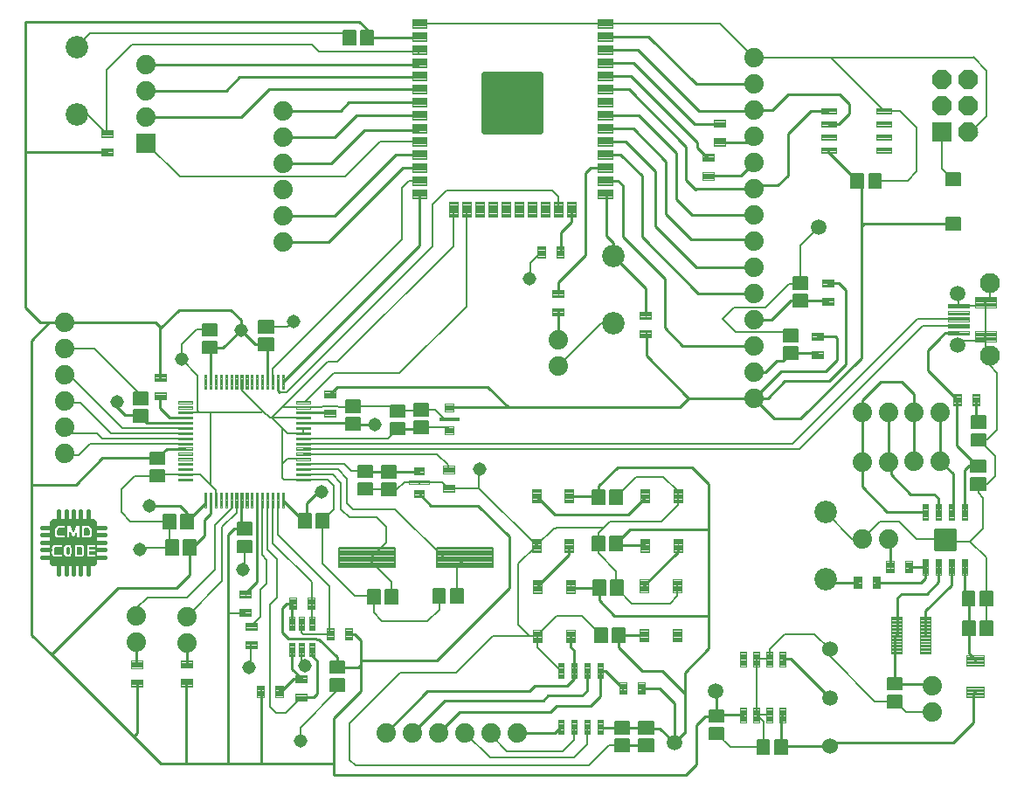
<source format=gtl>
G04 EAGLE Gerber RS-274X export*
G75*
%MOMM*%
%FSLAX34Y34*%
%LPD*%
%INTop Copper*%
%IPPOS*%
%AMOC8*
5,1,8,0,0,1.08239X$1,22.5*%
G01*
%ADD10C,1.879600*%
%ADD11C,0.130000*%
%ADD12C,0.127000*%
%ADD13C,0.104000*%
%ADD14C,0.100000*%
%ADD15C,2.184400*%
%ADD16C,0.210000*%
%ADD17C,0.100894*%
%ADD18C,0.215000*%
%ADD19C,0.102000*%
%ADD20C,0.104500*%
%ADD21R,1.879600X1.879600*%
%ADD22C,0.119378*%
%ADD23C,1.524000*%
%ADD24C,1.508000*%
%ADD25C,0.117000*%
%ADD26C,0.103500*%
%ADD27C,0.110000*%
%ADD28C,1.950000*%
%ADD29C,0.406400*%
%ADD30P,2.034460X8X112.500000*%
%ADD31C,0.099000*%
%ADD32C,0.480000*%
%ADD33C,0.254000*%
%ADD34C,1.308000*%
%ADD35C,0.177800*%
%ADD36C,0.200000*%

G36*
X100552Y264011D02*
X100552Y264011D01*
X100554Y264053D01*
X100532Y264120D01*
X100520Y264190D01*
X100498Y264226D01*
X100485Y264267D01*
X100431Y264339D01*
X100405Y264383D01*
X100389Y264396D01*
X100373Y264417D01*
X97992Y266798D01*
X97957Y266823D01*
X97929Y266854D01*
X97866Y266886D01*
X97808Y266927D01*
X97767Y266937D01*
X97729Y266957D01*
X97640Y266970D01*
X97591Y266983D01*
X97570Y266980D01*
X97544Y266984D01*
X57856Y266984D01*
X57814Y266977D01*
X57772Y266979D01*
X57705Y266957D01*
X57635Y266945D01*
X57599Y266923D01*
X57558Y266910D01*
X57486Y266856D01*
X57442Y266830D01*
X57429Y266814D01*
X57408Y266798D01*
X55027Y264417D01*
X55002Y264382D01*
X54971Y264354D01*
X54939Y264291D01*
X54898Y264233D01*
X54888Y264192D01*
X54868Y264154D01*
X54855Y264065D01*
X54843Y264016D01*
X54845Y263995D01*
X54841Y263969D01*
X54841Y224281D01*
X54848Y224239D01*
X54846Y224197D01*
X54868Y224130D01*
X54880Y224060D01*
X54902Y224024D01*
X54915Y223983D01*
X54969Y223911D01*
X54995Y223867D01*
X55011Y223854D01*
X55027Y223833D01*
X57408Y221452D01*
X57443Y221427D01*
X57471Y221396D01*
X57534Y221364D01*
X57592Y221323D01*
X57633Y221313D01*
X57671Y221293D01*
X57761Y221280D01*
X57809Y221268D01*
X57830Y221270D01*
X57856Y221266D01*
X97544Y221266D01*
X97586Y221273D01*
X97628Y221271D01*
X97695Y221293D01*
X97765Y221305D01*
X97801Y221327D01*
X97842Y221340D01*
X97914Y221394D01*
X97958Y221420D01*
X97971Y221436D01*
X97992Y221452D01*
X100373Y223833D01*
X100398Y223868D01*
X100429Y223896D01*
X100461Y223959D01*
X100502Y224017D01*
X100512Y224058D01*
X100532Y224096D01*
X100545Y224186D01*
X100558Y224234D01*
X100555Y224255D01*
X100559Y224281D01*
X100559Y263969D01*
X100552Y264011D01*
G37*
%LPC*%
G36*
X92133Y260160D02*
X92133Y260160D01*
X93154Y259989D01*
X93976Y259496D01*
X94659Y258813D01*
X95148Y257998D01*
X95322Y256780D01*
X95322Y252115D01*
X95148Y251070D01*
X94641Y250057D01*
X93976Y249391D01*
X93154Y248898D01*
X92133Y248728D01*
X86272Y248728D01*
X86272Y260160D01*
X92133Y260160D01*
G37*
%LPD*%
%LPC*%
G36*
X79128Y230472D02*
X79128Y230472D01*
X79128Y241903D01*
X84990Y241903D01*
X86010Y241733D01*
X86832Y241240D01*
X87497Y240574D01*
X88004Y239561D01*
X88178Y238516D01*
X88178Y233851D01*
X88004Y232634D01*
X87515Y231818D01*
X86832Y231135D01*
X86010Y230642D01*
X84990Y230472D01*
X79128Y230472D01*
G37*
%LPD*%
%LPC*%
G36*
X74879Y260160D02*
X74879Y260160D01*
X77106Y254221D01*
X77162Y254127D01*
X77218Y254031D01*
X77220Y254030D01*
X77221Y254028D01*
X77307Y253959D01*
X77392Y253889D01*
X77394Y253889D01*
X77396Y253887D01*
X77501Y253852D01*
X77604Y253817D01*
X77606Y253817D01*
X77608Y253816D01*
X77720Y253820D01*
X77829Y253823D01*
X77830Y253823D01*
X77833Y253824D01*
X77935Y253866D01*
X78037Y253906D01*
X78038Y253908D01*
X78040Y253908D01*
X78120Y253982D01*
X78203Y254057D01*
X78204Y254059D01*
X78205Y254060D01*
X78212Y254074D01*
X78294Y254221D01*
X80521Y260160D01*
X83416Y260160D01*
X83416Y248728D01*
X81509Y248728D01*
X81509Y254444D01*
X81507Y254455D01*
X81509Y254465D01*
X81497Y254521D01*
X81496Y254563D01*
X81482Y254598D01*
X81470Y254665D01*
X81464Y254674D01*
X81462Y254685D01*
X81420Y254751D01*
X81411Y254771D01*
X81398Y254785D01*
X81355Y254858D01*
X81347Y254865D01*
X81341Y254874D01*
X81264Y254932D01*
X81260Y254937D01*
X81256Y254939D01*
X81181Y254999D01*
X81171Y255003D01*
X81162Y255009D01*
X81065Y255039D01*
X80969Y255071D01*
X80958Y255071D01*
X80947Y255074D01*
X80846Y255067D01*
X80744Y255064D01*
X80734Y255060D01*
X80724Y255060D01*
X80630Y255018D01*
X80537Y254980D01*
X80529Y254973D01*
X80519Y254968D01*
X80469Y254920D01*
X80457Y254913D01*
X80440Y254892D01*
X80371Y254829D01*
X80366Y254819D01*
X80358Y254811D01*
X80330Y254757D01*
X80316Y254739D01*
X80305Y254707D01*
X80273Y254644D01*
X78830Y250316D01*
X76570Y250316D01*
X75127Y254644D01*
X75122Y254654D01*
X75120Y254665D01*
X75083Y254726D01*
X75065Y254771D01*
X75046Y254791D01*
X75019Y254841D01*
X75011Y254848D01*
X75005Y254858D01*
X74929Y254920D01*
X74914Y254937D01*
X74904Y254942D01*
X74850Y254988D01*
X74840Y254992D01*
X74831Y254999D01*
X74735Y255032D01*
X74640Y255068D01*
X74629Y255068D01*
X74619Y255071D01*
X74518Y255068D01*
X74416Y255069D01*
X74405Y255065D01*
X74394Y255064D01*
X74301Y255026D01*
X74205Y254991D01*
X74197Y254984D01*
X74187Y254980D01*
X74117Y254917D01*
X74111Y254913D01*
X74106Y254907D01*
X74034Y254846D01*
X74029Y254836D01*
X74021Y254829D01*
X73984Y254756D01*
X73970Y254739D01*
X73962Y254715D01*
X73925Y254650D01*
X73923Y254639D01*
X73918Y254629D01*
X73907Y254555D01*
X73898Y254526D01*
X73899Y254496D01*
X73891Y254444D01*
X73891Y248728D01*
X71984Y248728D01*
X71984Y260160D01*
X74879Y260160D01*
G37*
%LPD*%
%LPC*%
G36*
X71428Y230472D02*
X71428Y230472D01*
X70834Y230620D01*
X70179Y231112D01*
X69523Y231768D01*
X68809Y233909D01*
X68809Y238466D01*
X69523Y240607D01*
X70179Y241263D01*
X70834Y241755D01*
X71428Y241903D01*
X73653Y241903D01*
X74247Y241755D01*
X74902Y241263D01*
X75558Y240607D01*
X76272Y238466D01*
X76272Y233909D01*
X75558Y231768D01*
X74902Y231112D01*
X74247Y230620D01*
X73653Y230472D01*
X71428Y230472D01*
G37*
%LPD*%
%LPC*%
G36*
X91034Y230472D02*
X91034Y230472D01*
X91034Y241903D01*
X98497Y241903D01*
X98497Y239997D01*
X93575Y239997D01*
X93510Y239985D01*
X93444Y239983D01*
X93401Y239965D01*
X93354Y239957D01*
X93297Y239924D01*
X93237Y239899D01*
X93202Y239867D01*
X93161Y239843D01*
X93120Y239792D01*
X93071Y239747D01*
X93049Y239705D01*
X93020Y239669D01*
X92999Y239607D01*
X92968Y239548D01*
X92960Y239493D01*
X92948Y239456D01*
X92949Y239417D01*
X92941Y239363D01*
X92941Y237775D01*
X92952Y237710D01*
X92954Y237644D01*
X92972Y237601D01*
X92980Y237554D01*
X93014Y237497D01*
X93039Y237437D01*
X93070Y237402D01*
X93095Y237361D01*
X93146Y237320D01*
X93190Y237271D01*
X93232Y237249D01*
X93269Y237220D01*
X93331Y237199D01*
X93390Y237168D01*
X93444Y237160D01*
X93481Y237148D01*
X93521Y237149D01*
X93575Y237141D01*
X98497Y237141D01*
X98497Y235234D01*
X93575Y235234D01*
X93510Y235223D01*
X93444Y235221D01*
X93401Y235203D01*
X93354Y235195D01*
X93297Y235161D01*
X93237Y235136D01*
X93202Y235105D01*
X93161Y235080D01*
X93120Y235029D01*
X93071Y234985D01*
X93049Y234943D01*
X93020Y234906D01*
X92999Y234844D01*
X92968Y234785D01*
X92960Y234731D01*
X92948Y234694D01*
X92949Y234654D01*
X92941Y234600D01*
X92941Y233013D01*
X92952Y232948D01*
X92954Y232882D01*
X92972Y232838D01*
X92980Y232792D01*
X93014Y232735D01*
X93039Y232674D01*
X93070Y232639D01*
X93095Y232598D01*
X93146Y232557D01*
X93190Y232508D01*
X93232Y232487D01*
X93269Y232457D01*
X93331Y232436D01*
X93390Y232406D01*
X93444Y232398D01*
X93481Y232385D01*
X93521Y232386D01*
X93575Y232378D01*
X98497Y232378D01*
X98497Y230472D01*
X91034Y230472D01*
G37*
%LPD*%
%LPC*%
G36*
X60092Y230472D02*
X60092Y230472D01*
X59072Y230642D01*
X58249Y231135D01*
X57566Y231818D01*
X57077Y232634D01*
X56903Y233851D01*
X56903Y238516D01*
X57077Y239561D01*
X57584Y240574D01*
X58249Y241240D01*
X59072Y241733D01*
X60092Y241903D01*
X66747Y241903D01*
X66747Y239997D01*
X60238Y239997D01*
X60196Y239989D01*
X60153Y239991D01*
X60086Y239970D01*
X60017Y239957D01*
X59980Y239936D01*
X59940Y239923D01*
X59867Y239869D01*
X59823Y239843D01*
X59810Y239827D01*
X59789Y239811D01*
X59194Y239216D01*
X59141Y239140D01*
X59084Y239068D01*
X59076Y239046D01*
X59066Y239031D01*
X59053Y238983D01*
X59020Y238892D01*
X58822Y237899D01*
X58821Y237851D01*
X58810Y237775D01*
X58810Y234600D01*
X58818Y234552D01*
X58822Y234476D01*
X59020Y233483D01*
X59054Y233397D01*
X59082Y233310D01*
X59096Y233292D01*
X59102Y233275D01*
X59136Y233237D01*
X59194Y233159D01*
X59789Y232564D01*
X59824Y232540D01*
X59853Y232508D01*
X59915Y232476D01*
X59973Y232436D01*
X60014Y232425D01*
X60052Y232406D01*
X60142Y232393D01*
X60191Y232380D01*
X60211Y232382D01*
X60238Y232378D01*
X66747Y232378D01*
X66747Y230472D01*
X60092Y230472D01*
G37*
%LPD*%
%LPC*%
G36*
X62768Y248728D02*
X62768Y248728D01*
X61407Y249409D01*
X60759Y250057D01*
X60252Y251070D01*
X60078Y252115D01*
X60078Y256780D01*
X60252Y257998D01*
X60741Y258813D01*
X61407Y259479D01*
X62768Y260160D01*
X69128Y260160D01*
X69128Y258253D01*
X63413Y258253D01*
X63371Y258246D01*
X63328Y258247D01*
X63261Y258226D01*
X63192Y258213D01*
X63155Y258192D01*
X63115Y258179D01*
X63042Y258125D01*
X62998Y258099D01*
X62985Y258083D01*
X62964Y258067D01*
X62369Y257472D01*
X62316Y257396D01*
X62259Y257324D01*
X62251Y257303D01*
X62241Y257288D01*
X62228Y257239D01*
X62195Y257148D01*
X61997Y256156D01*
X61996Y256107D01*
X61985Y256031D01*
X61985Y252856D01*
X61993Y252809D01*
X61997Y252732D01*
X62195Y251740D01*
X62229Y251654D01*
X62257Y251566D01*
X62271Y251548D01*
X62277Y251531D01*
X62311Y251493D01*
X62369Y251416D01*
X62964Y250820D01*
X62999Y250796D01*
X63028Y250765D01*
X63090Y250732D01*
X63148Y250692D01*
X63189Y250682D01*
X63227Y250662D01*
X63317Y250649D01*
X63366Y250636D01*
X63386Y250638D01*
X63413Y250635D01*
X69128Y250635D01*
X69128Y248728D01*
X62768Y248728D01*
G37*
%LPD*%
G36*
X92029Y250642D02*
X92029Y250642D01*
X92072Y250640D01*
X92139Y250662D01*
X92208Y250674D01*
X92245Y250696D01*
X92285Y250709D01*
X92358Y250763D01*
X92402Y250788D01*
X92415Y250805D01*
X92436Y250820D01*
X93031Y251416D01*
X93084Y251491D01*
X93141Y251563D01*
X93149Y251585D01*
X93159Y251600D01*
X93172Y251649D01*
X93205Y251740D01*
X93403Y252732D01*
X93404Y252780D01*
X93416Y252856D01*
X93416Y256031D01*
X93407Y256079D01*
X93403Y256156D01*
X93205Y257148D01*
X93171Y257234D01*
X93143Y257321D01*
X93129Y257340D01*
X93123Y257357D01*
X93089Y257394D01*
X93031Y257472D01*
X92436Y258067D01*
X92403Y258090D01*
X92380Y258115D01*
X92379Y258116D01*
X92372Y258123D01*
X92310Y258155D01*
X92252Y258195D01*
X92211Y258206D01*
X92173Y258225D01*
X92083Y258239D01*
X92035Y258251D01*
X92014Y258249D01*
X91988Y258253D01*
X88813Y258253D01*
X88748Y258241D01*
X88682Y258239D01*
X88638Y258222D01*
X88592Y258213D01*
X88535Y258180D01*
X88474Y258155D01*
X88439Y258123D01*
X88398Y258099D01*
X88357Y258048D01*
X88308Y258004D01*
X88287Y257962D01*
X88257Y257925D01*
X88236Y257863D01*
X88206Y257804D01*
X88198Y257750D01*
X88185Y257712D01*
X88185Y257706D01*
X88185Y257705D01*
X88186Y257672D01*
X88178Y257619D01*
X88178Y251269D01*
X88190Y251204D01*
X88192Y251138D01*
X88210Y251095D01*
X88218Y251048D01*
X88251Y250991D01*
X88276Y250930D01*
X88308Y250895D01*
X88332Y250855D01*
X88383Y250813D01*
X88428Y250765D01*
X88470Y250743D01*
X88506Y250713D01*
X88569Y250692D01*
X88627Y250662D01*
X88682Y250654D01*
X88719Y250641D01*
X88758Y250643D01*
X88813Y250635D01*
X91988Y250635D01*
X92029Y250642D01*
G37*
G36*
X84886Y232386D02*
X84886Y232386D01*
X84928Y232384D01*
X84995Y232405D01*
X85065Y232418D01*
X85101Y232440D01*
X85142Y232453D01*
X85214Y232506D01*
X85258Y232532D01*
X85271Y232548D01*
X85292Y232564D01*
X85888Y233159D01*
X85940Y233235D01*
X85997Y233307D01*
X86005Y233329D01*
X86016Y233344D01*
X86028Y233392D01*
X86061Y233483D01*
X86259Y234476D01*
X86260Y234524D01*
X86272Y234600D01*
X86272Y237775D01*
X86263Y237823D01*
X86259Y237899D01*
X86061Y238892D01*
X86027Y238977D01*
X85999Y239065D01*
X85985Y239083D01*
X85979Y239100D01*
X85945Y239138D01*
X85888Y239216D01*
X85292Y239811D01*
X85259Y239834D01*
X85236Y239859D01*
X85235Y239860D01*
X85229Y239867D01*
X85166Y239899D01*
X85108Y239939D01*
X85067Y239950D01*
X85029Y239969D01*
X84940Y239982D01*
X84891Y239995D01*
X84870Y239993D01*
X84844Y239997D01*
X81669Y239997D01*
X81604Y239985D01*
X81538Y239983D01*
X81495Y239965D01*
X81448Y239957D01*
X81391Y239924D01*
X81330Y239899D01*
X81295Y239867D01*
X81255Y239843D01*
X81213Y239792D01*
X81165Y239747D01*
X81143Y239705D01*
X81113Y239669D01*
X81092Y239607D01*
X81062Y239548D01*
X81054Y239493D01*
X81041Y239456D01*
X81042Y239449D01*
X81041Y239449D01*
X81042Y239416D01*
X81035Y239363D01*
X81035Y233013D01*
X81046Y232948D01*
X81048Y232882D01*
X81066Y232838D01*
X81074Y232792D01*
X81108Y232735D01*
X81132Y232674D01*
X81164Y232639D01*
X81188Y232598D01*
X81239Y232557D01*
X81284Y232508D01*
X81326Y232487D01*
X81363Y232457D01*
X81425Y232436D01*
X81483Y232406D01*
X81538Y232398D01*
X81575Y232385D01*
X81614Y232386D01*
X81669Y232378D01*
X84844Y232378D01*
X84886Y232386D01*
G37*
G36*
X72969Y232384D02*
X72969Y232384D01*
X73000Y232381D01*
X73078Y232404D01*
X73158Y232418D01*
X73186Y232434D01*
X73216Y232443D01*
X73282Y232491D01*
X73352Y232532D01*
X73372Y232557D01*
X73397Y232575D01*
X73463Y232670D01*
X73493Y232706D01*
X73497Y232717D01*
X73505Y232729D01*
X74299Y234316D01*
X74314Y234367D01*
X74338Y234415D01*
X74349Y234487D01*
X74362Y234532D01*
X74360Y234561D01*
X74366Y234600D01*
X74366Y237775D01*
X74356Y237827D01*
X74357Y237880D01*
X74334Y237950D01*
X74326Y237996D01*
X74311Y238022D01*
X74299Y238059D01*
X73505Y239646D01*
X73487Y239670D01*
X73478Y239693D01*
X73476Y239695D01*
X73474Y239701D01*
X73419Y239761D01*
X73371Y239826D01*
X73344Y239843D01*
X73322Y239867D01*
X73250Y239904D01*
X73182Y239948D01*
X73151Y239955D01*
X73123Y239969D01*
X73009Y239986D01*
X72963Y239996D01*
X72952Y239995D01*
X72938Y239997D01*
X72144Y239997D01*
X72113Y239991D01*
X72081Y239994D01*
X72003Y239971D01*
X71923Y239957D01*
X71896Y239941D01*
X71865Y239932D01*
X71800Y239884D01*
X71730Y239843D01*
X71710Y239818D01*
X71684Y239800D01*
X71618Y239705D01*
X71588Y239669D01*
X71587Y239664D01*
X71585Y239661D01*
X71582Y239654D01*
X71576Y239646D01*
X70783Y238059D01*
X70768Y238008D01*
X70743Y237960D01*
X70733Y237889D01*
X70719Y237843D01*
X70722Y237814D01*
X70716Y237775D01*
X70716Y234600D01*
X70725Y234548D01*
X70725Y234495D01*
X70747Y234425D01*
X70755Y234379D01*
X70771Y234353D01*
X70783Y234316D01*
X71576Y232729D01*
X71595Y232703D01*
X71607Y232674D01*
X71662Y232614D01*
X71711Y232549D01*
X71737Y232532D01*
X71759Y232508D01*
X71831Y232471D01*
X71899Y232427D01*
X71930Y232420D01*
X71958Y232406D01*
X72072Y232389D01*
X72118Y232379D01*
X72130Y232380D01*
X72144Y232378D01*
X72938Y232378D01*
X72969Y232384D01*
G37*
D10*
X380700Y59900D03*
X406100Y59900D03*
X431500Y59900D03*
X456900Y59900D03*
X482300Y59900D03*
X507700Y59900D03*
D11*
X368350Y740550D02*
X356650Y740550D01*
X368350Y740550D02*
X368350Y726850D01*
X356650Y726850D01*
X356650Y740550D01*
X356650Y728085D02*
X368350Y728085D01*
X368350Y729320D02*
X356650Y729320D01*
X356650Y730555D02*
X368350Y730555D01*
X368350Y731790D02*
X356650Y731790D01*
X356650Y733025D02*
X368350Y733025D01*
X368350Y734260D02*
X356650Y734260D01*
X356650Y735495D02*
X368350Y735495D01*
X368350Y736730D02*
X356650Y736730D01*
X356650Y737965D02*
X368350Y737965D01*
X368350Y739200D02*
X356650Y739200D01*
X356650Y740435D02*
X368350Y740435D01*
X351350Y740550D02*
X339650Y740550D01*
X351350Y740550D02*
X351350Y726850D01*
X339650Y726850D01*
X339650Y740550D01*
X339650Y728085D02*
X351350Y728085D01*
X351350Y729320D02*
X339650Y729320D01*
X339650Y730555D02*
X351350Y730555D01*
X351350Y731790D02*
X339650Y731790D01*
X339650Y733025D02*
X351350Y733025D01*
X351350Y734260D02*
X339650Y734260D01*
X339650Y735495D02*
X351350Y735495D01*
X351350Y736730D02*
X339650Y736730D01*
X339650Y737965D02*
X351350Y737965D01*
X351350Y739200D02*
X339650Y739200D01*
X339650Y740435D02*
X351350Y740435D01*
X307850Y258250D02*
X296150Y258250D01*
X296150Y271950D01*
X307850Y271950D01*
X307850Y258250D01*
X307850Y259485D02*
X296150Y259485D01*
X296150Y260720D02*
X307850Y260720D01*
X307850Y261955D02*
X296150Y261955D01*
X296150Y263190D02*
X307850Y263190D01*
X307850Y264425D02*
X296150Y264425D01*
X296150Y265660D02*
X307850Y265660D01*
X307850Y266895D02*
X296150Y266895D01*
X296150Y268130D02*
X307850Y268130D01*
X307850Y269365D02*
X296150Y269365D01*
X296150Y270600D02*
X307850Y270600D01*
X307850Y271835D02*
X296150Y271835D01*
X313150Y258250D02*
X324850Y258250D01*
X313150Y258250D02*
X313150Y271950D01*
X324850Y271950D01*
X324850Y258250D01*
X324850Y259485D02*
X313150Y259485D01*
X313150Y260720D02*
X324850Y260720D01*
X324850Y261955D02*
X313150Y261955D01*
X313150Y263190D02*
X324850Y263190D01*
X324850Y264425D02*
X313150Y264425D01*
X313150Y265660D02*
X324850Y265660D01*
X324850Y266895D02*
X313150Y266895D01*
X313150Y268130D02*
X324850Y268130D01*
X324850Y269365D02*
X313150Y269365D01*
X313150Y270600D02*
X324850Y270600D01*
X324850Y271835D02*
X313150Y271835D01*
X236750Y263150D02*
X236750Y251450D01*
X236750Y263150D02*
X250450Y263150D01*
X250450Y251450D01*
X236750Y251450D01*
X236750Y252685D02*
X250450Y252685D01*
X250450Y253920D02*
X236750Y253920D01*
X236750Y255155D02*
X250450Y255155D01*
X250450Y256390D02*
X236750Y256390D01*
X236750Y257625D02*
X250450Y257625D01*
X250450Y258860D02*
X236750Y258860D01*
X236750Y260095D02*
X250450Y260095D01*
X250450Y261330D02*
X236750Y261330D01*
X236750Y262565D02*
X250450Y262565D01*
X236750Y246150D02*
X236750Y234450D01*
X236750Y246150D02*
X250450Y246150D01*
X250450Y234450D01*
X236750Y234450D01*
X236750Y235685D02*
X250450Y235685D01*
X250450Y236920D02*
X236750Y236920D01*
X236750Y238155D02*
X250450Y238155D01*
X250450Y239390D02*
X236750Y239390D01*
X236750Y240625D02*
X250450Y240625D01*
X250450Y241860D02*
X236750Y241860D01*
X236750Y243095D02*
X250450Y243095D01*
X250450Y244330D02*
X236750Y244330D01*
X236750Y245565D02*
X250450Y245565D01*
X355750Y353550D02*
X355750Y365250D01*
X355750Y353550D02*
X342050Y353550D01*
X342050Y365250D01*
X355750Y365250D01*
X355750Y354785D02*
X342050Y354785D01*
X342050Y356020D02*
X355750Y356020D01*
X355750Y357255D02*
X342050Y357255D01*
X342050Y358490D02*
X355750Y358490D01*
X355750Y359725D02*
X342050Y359725D01*
X342050Y360960D02*
X355750Y360960D01*
X355750Y362195D02*
X342050Y362195D01*
X342050Y363430D02*
X355750Y363430D01*
X355750Y364665D02*
X342050Y364665D01*
X355750Y370550D02*
X355750Y382250D01*
X355750Y370550D02*
X342050Y370550D01*
X342050Y382250D01*
X355750Y382250D01*
X355750Y371785D02*
X342050Y371785D01*
X342050Y373020D02*
X355750Y373020D01*
X355750Y374255D02*
X342050Y374255D01*
X342050Y375490D02*
X355750Y375490D01*
X355750Y376725D02*
X342050Y376725D01*
X342050Y377960D02*
X355750Y377960D01*
X355750Y379195D02*
X342050Y379195D01*
X342050Y380430D02*
X355750Y380430D01*
X355750Y381665D02*
X342050Y381665D01*
X961250Y306950D02*
X961250Y295250D01*
X947550Y295250D01*
X947550Y306950D01*
X961250Y306950D01*
X961250Y296485D02*
X947550Y296485D01*
X947550Y297720D02*
X961250Y297720D01*
X961250Y298955D02*
X947550Y298955D01*
X947550Y300190D02*
X961250Y300190D01*
X961250Y301425D02*
X947550Y301425D01*
X947550Y302660D02*
X961250Y302660D01*
X961250Y303895D02*
X947550Y303895D01*
X947550Y305130D02*
X961250Y305130D01*
X961250Y306365D02*
X947550Y306365D01*
X961250Y312250D02*
X961250Y323950D01*
X961250Y312250D02*
X947550Y312250D01*
X947550Y323950D01*
X961250Y323950D01*
X961250Y313485D02*
X947550Y313485D01*
X947550Y314720D02*
X961250Y314720D01*
X961250Y315955D02*
X947550Y315955D01*
X947550Y317190D02*
X961250Y317190D01*
X961250Y318425D02*
X947550Y318425D01*
X947550Y319660D02*
X961250Y319660D01*
X961250Y320895D02*
X947550Y320895D01*
X947550Y322130D02*
X961250Y322130D01*
X961250Y323365D02*
X947550Y323365D01*
X216750Y427450D02*
X216750Y439150D01*
X216750Y427450D02*
X203050Y427450D01*
X203050Y439150D01*
X216750Y439150D01*
X216750Y428685D02*
X203050Y428685D01*
X203050Y429920D02*
X216750Y429920D01*
X216750Y431155D02*
X203050Y431155D01*
X203050Y432390D02*
X216750Y432390D01*
X216750Y433625D02*
X203050Y433625D01*
X203050Y434860D02*
X216750Y434860D01*
X216750Y436095D02*
X203050Y436095D01*
X203050Y437330D02*
X216750Y437330D01*
X216750Y438565D02*
X203050Y438565D01*
X216750Y444450D02*
X216750Y456150D01*
X216750Y444450D02*
X203050Y444450D01*
X203050Y456150D01*
X216750Y456150D01*
X216750Y445685D02*
X203050Y445685D01*
X203050Y446920D02*
X216750Y446920D01*
X216750Y448155D02*
X203050Y448155D01*
X203050Y449390D02*
X216750Y449390D01*
X216750Y450625D02*
X203050Y450625D01*
X203050Y451860D02*
X216750Y451860D01*
X216750Y453095D02*
X203050Y453095D01*
X203050Y454330D02*
X216750Y454330D01*
X216750Y455565D02*
X203050Y455565D01*
X271250Y441850D02*
X271250Y430150D01*
X257550Y430150D01*
X257550Y441850D01*
X271250Y441850D01*
X271250Y431385D02*
X257550Y431385D01*
X257550Y432620D02*
X271250Y432620D01*
X271250Y433855D02*
X257550Y433855D01*
X257550Y435090D02*
X271250Y435090D01*
X271250Y436325D02*
X257550Y436325D01*
X257550Y437560D02*
X271250Y437560D01*
X271250Y438795D02*
X257550Y438795D01*
X257550Y440030D02*
X271250Y440030D01*
X271250Y441265D02*
X257550Y441265D01*
X271250Y447150D02*
X271250Y458850D01*
X271250Y447150D02*
X257550Y447150D01*
X257550Y458850D01*
X271250Y458850D01*
X271250Y448385D02*
X257550Y448385D01*
X257550Y449620D02*
X271250Y449620D01*
X271250Y450855D02*
X257550Y450855D01*
X257550Y452090D02*
X271250Y452090D01*
X271250Y453325D02*
X257550Y453325D01*
X257550Y454560D02*
X271250Y454560D01*
X271250Y455795D02*
X257550Y455795D01*
X257550Y457030D02*
X271250Y457030D01*
X271250Y458265D02*
X257550Y458265D01*
X152250Y331650D02*
X152250Y319950D01*
X152250Y331650D02*
X165950Y331650D01*
X165950Y319950D01*
X152250Y319950D01*
X152250Y321185D02*
X165950Y321185D01*
X165950Y322420D02*
X152250Y322420D01*
X152250Y323655D02*
X165950Y323655D01*
X165950Y324890D02*
X152250Y324890D01*
X152250Y326125D02*
X165950Y326125D01*
X165950Y327360D02*
X152250Y327360D01*
X152250Y328595D02*
X165950Y328595D01*
X165950Y329830D02*
X152250Y329830D01*
X152250Y331065D02*
X165950Y331065D01*
X152250Y314650D02*
X152250Y302950D01*
X152250Y314650D02*
X165950Y314650D01*
X165950Y302950D01*
X152250Y302950D01*
X152250Y304185D02*
X165950Y304185D01*
X165950Y305420D02*
X152250Y305420D01*
X152250Y306655D02*
X165950Y306655D01*
X165950Y307890D02*
X152250Y307890D01*
X152250Y309125D02*
X165950Y309125D01*
X165950Y310360D02*
X152250Y310360D01*
X152250Y311595D02*
X165950Y311595D01*
X165950Y312830D02*
X152250Y312830D01*
X152250Y314065D02*
X165950Y314065D01*
X149450Y360750D02*
X149450Y372450D01*
X149450Y360750D02*
X135750Y360750D01*
X135750Y372450D01*
X149450Y372450D01*
X149450Y361985D02*
X135750Y361985D01*
X135750Y363220D02*
X149450Y363220D01*
X149450Y364455D02*
X135750Y364455D01*
X135750Y365690D02*
X149450Y365690D01*
X149450Y366925D02*
X135750Y366925D01*
X135750Y368160D02*
X149450Y368160D01*
X149450Y369395D02*
X135750Y369395D01*
X135750Y370630D02*
X149450Y370630D01*
X149450Y371865D02*
X135750Y371865D01*
X149450Y377750D02*
X149450Y389450D01*
X149450Y377750D02*
X135750Y377750D01*
X135750Y389450D01*
X149450Y389450D01*
X149450Y378985D02*
X135750Y378985D01*
X135750Y380220D02*
X149450Y380220D01*
X149450Y381455D02*
X135750Y381455D01*
X135750Y382690D02*
X149450Y382690D01*
X149450Y383925D02*
X135750Y383925D01*
X135750Y385160D02*
X149450Y385160D01*
X149450Y386395D02*
X135750Y386395D01*
X135750Y387630D02*
X149450Y387630D01*
X149450Y388865D02*
X135750Y388865D01*
X421450Y361650D02*
X421450Y349950D01*
X407750Y349950D01*
X407750Y361650D01*
X421450Y361650D01*
X421450Y351185D02*
X407750Y351185D01*
X407750Y352420D02*
X421450Y352420D01*
X421450Y353655D02*
X407750Y353655D01*
X407750Y354890D02*
X421450Y354890D01*
X421450Y356125D02*
X407750Y356125D01*
X407750Y357360D02*
X421450Y357360D01*
X421450Y358595D02*
X407750Y358595D01*
X407750Y359830D02*
X421450Y359830D01*
X421450Y361065D02*
X407750Y361065D01*
X421450Y366950D02*
X421450Y378650D01*
X421450Y366950D02*
X407750Y366950D01*
X407750Y378650D01*
X421450Y378650D01*
X421450Y368185D02*
X407750Y368185D01*
X407750Y369420D02*
X421450Y369420D01*
X421450Y370655D02*
X407750Y370655D01*
X407750Y371890D02*
X421450Y371890D01*
X421450Y373125D02*
X407750Y373125D01*
X407750Y374360D02*
X421450Y374360D01*
X421450Y375595D02*
X407750Y375595D01*
X407750Y376830D02*
X421450Y376830D01*
X421450Y378065D02*
X407750Y378065D01*
X398950Y360350D02*
X398950Y348650D01*
X385250Y348650D01*
X385250Y360350D01*
X398950Y360350D01*
X398950Y349885D02*
X385250Y349885D01*
X385250Y351120D02*
X398950Y351120D01*
X398950Y352355D02*
X385250Y352355D01*
X385250Y353590D02*
X398950Y353590D01*
X398950Y354825D02*
X385250Y354825D01*
X385250Y356060D02*
X398950Y356060D01*
X398950Y357295D02*
X385250Y357295D01*
X385250Y358530D02*
X398950Y358530D01*
X398950Y359765D02*
X385250Y359765D01*
X398950Y365650D02*
X398950Y377350D01*
X398950Y365650D02*
X385250Y365650D01*
X385250Y377350D01*
X398950Y377350D01*
X398950Y366885D02*
X385250Y366885D01*
X385250Y368120D02*
X398950Y368120D01*
X398950Y369355D02*
X385250Y369355D01*
X385250Y370590D02*
X398950Y370590D01*
X398950Y371825D02*
X385250Y371825D01*
X385250Y373060D02*
X398950Y373060D01*
X398950Y374295D02*
X385250Y374295D01*
X385250Y375530D02*
X398950Y375530D01*
X398950Y376765D02*
X385250Y376765D01*
X779550Y421850D02*
X779550Y433550D01*
X779550Y421850D02*
X765850Y421850D01*
X765850Y433550D01*
X779550Y433550D01*
X779550Y423085D02*
X765850Y423085D01*
X765850Y424320D02*
X779550Y424320D01*
X779550Y425555D02*
X765850Y425555D01*
X765850Y426790D02*
X779550Y426790D01*
X779550Y428025D02*
X765850Y428025D01*
X765850Y429260D02*
X779550Y429260D01*
X779550Y430495D02*
X765850Y430495D01*
X765850Y431730D02*
X779550Y431730D01*
X779550Y432965D02*
X765850Y432965D01*
X779550Y438850D02*
X779550Y450550D01*
X779550Y438850D02*
X765850Y438850D01*
X765850Y450550D01*
X779550Y450550D01*
X779550Y440085D02*
X765850Y440085D01*
X765850Y441320D02*
X779550Y441320D01*
X779550Y442555D02*
X765850Y442555D01*
X765850Y443790D02*
X779550Y443790D01*
X779550Y445025D02*
X765850Y445025D01*
X765850Y446260D02*
X779550Y446260D01*
X779550Y447495D02*
X765850Y447495D01*
X765850Y448730D02*
X779550Y448730D01*
X779550Y449965D02*
X765850Y449965D01*
X376550Y318650D02*
X376550Y306950D01*
X376550Y318650D02*
X390250Y318650D01*
X390250Y306950D01*
X376550Y306950D01*
X376550Y308185D02*
X390250Y308185D01*
X390250Y309420D02*
X376550Y309420D01*
X376550Y310655D02*
X390250Y310655D01*
X390250Y311890D02*
X376550Y311890D01*
X376550Y313125D02*
X390250Y313125D01*
X390250Y314360D02*
X376550Y314360D01*
X376550Y315595D02*
X390250Y315595D01*
X390250Y316830D02*
X376550Y316830D01*
X376550Y318065D02*
X390250Y318065D01*
X376550Y301650D02*
X376550Y289950D01*
X376550Y301650D02*
X390250Y301650D01*
X390250Y289950D01*
X376550Y289950D01*
X376550Y291185D02*
X390250Y291185D01*
X390250Y292420D02*
X376550Y292420D01*
X376550Y293655D02*
X390250Y293655D01*
X390250Y294890D02*
X376550Y294890D01*
X376550Y296125D02*
X390250Y296125D01*
X390250Y297360D02*
X376550Y297360D01*
X376550Y298595D02*
X390250Y298595D01*
X390250Y299830D02*
X376550Y299830D01*
X376550Y301065D02*
X390250Y301065D01*
X353550Y307250D02*
X353550Y318950D01*
X367250Y318950D01*
X367250Y307250D01*
X353550Y307250D01*
X353550Y308485D02*
X367250Y308485D01*
X367250Y309720D02*
X353550Y309720D01*
X353550Y310955D02*
X367250Y310955D01*
X367250Y312190D02*
X353550Y312190D01*
X353550Y313425D02*
X367250Y313425D01*
X367250Y314660D02*
X353550Y314660D01*
X353550Y315895D02*
X367250Y315895D01*
X367250Y317130D02*
X353550Y317130D01*
X353550Y318365D02*
X367250Y318365D01*
X353550Y301950D02*
X353550Y290250D01*
X353550Y301950D02*
X367250Y301950D01*
X367250Y290250D01*
X353550Y290250D01*
X353550Y291485D02*
X367250Y291485D01*
X367250Y292720D02*
X353550Y292720D01*
X353550Y293955D02*
X367250Y293955D01*
X367250Y295190D02*
X353550Y295190D01*
X353550Y296425D02*
X367250Y296425D01*
X367250Y297660D02*
X353550Y297660D01*
X353550Y298895D02*
X367250Y298895D01*
X367250Y300130D02*
X353550Y300130D01*
X353550Y301365D02*
X367250Y301365D01*
X961950Y337750D02*
X961950Y349450D01*
X961950Y337750D02*
X948250Y337750D01*
X948250Y349450D01*
X961950Y349450D01*
X961950Y338985D02*
X948250Y338985D01*
X948250Y340220D02*
X961950Y340220D01*
X961950Y341455D02*
X948250Y341455D01*
X948250Y342690D02*
X961950Y342690D01*
X961950Y343925D02*
X948250Y343925D01*
X948250Y345160D02*
X961950Y345160D01*
X961950Y346395D02*
X948250Y346395D01*
X948250Y347630D02*
X961950Y347630D01*
X961950Y348865D02*
X948250Y348865D01*
X961950Y354750D02*
X961950Y366450D01*
X961950Y354750D02*
X948250Y354750D01*
X948250Y366450D01*
X961950Y366450D01*
X961950Y355985D02*
X948250Y355985D01*
X948250Y357220D02*
X961950Y357220D01*
X961950Y358455D02*
X948250Y358455D01*
X948250Y359690D02*
X961950Y359690D01*
X961950Y360925D02*
X948250Y360925D01*
X948250Y362160D02*
X961950Y362160D01*
X961950Y363395D02*
X948250Y363395D01*
X948250Y364630D02*
X961950Y364630D01*
X961950Y365865D02*
X948250Y365865D01*
X956350Y196450D02*
X968050Y196450D01*
X968050Y182750D01*
X956350Y182750D01*
X956350Y196450D01*
X956350Y183985D02*
X968050Y183985D01*
X968050Y185220D02*
X956350Y185220D01*
X956350Y186455D02*
X968050Y186455D01*
X968050Y187690D02*
X956350Y187690D01*
X956350Y188925D02*
X968050Y188925D01*
X968050Y190160D02*
X956350Y190160D01*
X956350Y191395D02*
X968050Y191395D01*
X968050Y192630D02*
X956350Y192630D01*
X956350Y193865D02*
X968050Y193865D01*
X968050Y195100D02*
X956350Y195100D01*
X956350Y196335D02*
X968050Y196335D01*
X951050Y196450D02*
X939350Y196450D01*
X951050Y196450D02*
X951050Y182750D01*
X939350Y182750D01*
X939350Y196450D01*
X939350Y183985D02*
X951050Y183985D01*
X951050Y185220D02*
X939350Y185220D01*
X939350Y186455D02*
X951050Y186455D01*
X951050Y187690D02*
X939350Y187690D01*
X939350Y188925D02*
X951050Y188925D01*
X951050Y190160D02*
X939350Y190160D01*
X939350Y191395D02*
X951050Y191395D01*
X951050Y192630D02*
X939350Y192630D01*
X939350Y193865D02*
X951050Y193865D01*
X951050Y195100D02*
X939350Y195100D01*
X939350Y196335D02*
X951050Y196335D01*
X956650Y167950D02*
X968350Y167950D01*
X968350Y154250D01*
X956650Y154250D01*
X956650Y167950D01*
X956650Y155485D02*
X968350Y155485D01*
X968350Y156720D02*
X956650Y156720D01*
X956650Y157955D02*
X968350Y157955D01*
X968350Y159190D02*
X956650Y159190D01*
X956650Y160425D02*
X968350Y160425D01*
X968350Y161660D02*
X956650Y161660D01*
X956650Y162895D02*
X968350Y162895D01*
X968350Y164130D02*
X956650Y164130D01*
X956650Y165365D02*
X968350Y165365D01*
X968350Y166600D02*
X956650Y166600D01*
X956650Y167835D02*
X968350Y167835D01*
X951350Y167950D02*
X939650Y167950D01*
X951350Y167950D02*
X951350Y154250D01*
X939650Y154250D01*
X939650Y167950D01*
X939650Y155485D02*
X951350Y155485D01*
X951350Y156720D02*
X939650Y156720D01*
X939650Y157955D02*
X951350Y157955D01*
X951350Y159190D02*
X939650Y159190D01*
X939650Y160425D02*
X951350Y160425D01*
X951350Y161660D02*
X939650Y161660D01*
X939650Y162895D02*
X951350Y162895D01*
X951350Y164130D02*
X939650Y164130D01*
X939650Y165365D02*
X951350Y165365D01*
X951350Y166600D02*
X939650Y166600D01*
X939650Y167835D02*
X951350Y167835D01*
X867050Y113150D02*
X867050Y101450D01*
X867050Y113150D02*
X880750Y113150D01*
X880750Y101450D01*
X867050Y101450D01*
X867050Y102685D02*
X880750Y102685D01*
X880750Y103920D02*
X867050Y103920D01*
X867050Y105155D02*
X880750Y105155D01*
X880750Y106390D02*
X867050Y106390D01*
X867050Y107625D02*
X880750Y107625D01*
X880750Y108860D02*
X867050Y108860D01*
X867050Y110095D02*
X880750Y110095D01*
X880750Y111330D02*
X867050Y111330D01*
X867050Y112565D02*
X880750Y112565D01*
X867050Y96150D02*
X867050Y84450D01*
X867050Y96150D02*
X880750Y96150D01*
X880750Y84450D01*
X867050Y84450D01*
X867050Y85685D02*
X880750Y85685D01*
X880750Y86920D02*
X867050Y86920D01*
X867050Y88155D02*
X880750Y88155D01*
X880750Y89390D02*
X867050Y89390D01*
X867050Y90625D02*
X880750Y90625D01*
X880750Y91860D02*
X867050Y91860D01*
X867050Y93095D02*
X880750Y93095D01*
X880750Y94330D02*
X867050Y94330D01*
X867050Y95565D02*
X880750Y95565D01*
X611950Y160950D02*
X600250Y160950D01*
X611950Y160950D02*
X611950Y147250D01*
X600250Y147250D01*
X600250Y160950D01*
X600250Y148485D02*
X611950Y148485D01*
X611950Y149720D02*
X600250Y149720D01*
X600250Y150955D02*
X611950Y150955D01*
X611950Y152190D02*
X600250Y152190D01*
X600250Y153425D02*
X611950Y153425D01*
X611950Y154660D02*
X600250Y154660D01*
X600250Y155895D02*
X611950Y155895D01*
X611950Y157130D02*
X600250Y157130D01*
X600250Y158365D02*
X611950Y158365D01*
X611950Y159600D02*
X600250Y159600D01*
X600250Y160835D02*
X611950Y160835D01*
X594950Y160950D02*
X583250Y160950D01*
X594950Y160950D02*
X594950Y147250D01*
X583250Y147250D01*
X583250Y160950D01*
X583250Y148485D02*
X594950Y148485D01*
X594950Y149720D02*
X583250Y149720D01*
X583250Y150955D02*
X594950Y150955D01*
X594950Y152190D02*
X583250Y152190D01*
X583250Y153425D02*
X594950Y153425D01*
X594950Y154660D02*
X583250Y154660D01*
X583250Y155895D02*
X594950Y155895D01*
X594950Y157130D02*
X583250Y157130D01*
X583250Y158365D02*
X594950Y158365D01*
X594950Y159600D02*
X583250Y159600D01*
X583250Y160835D02*
X594950Y160835D01*
X592950Y193550D02*
X581250Y193550D01*
X581250Y207250D01*
X592950Y207250D01*
X592950Y193550D01*
X592950Y194785D02*
X581250Y194785D01*
X581250Y196020D02*
X592950Y196020D01*
X592950Y197255D02*
X581250Y197255D01*
X581250Y198490D02*
X592950Y198490D01*
X592950Y199725D02*
X581250Y199725D01*
X581250Y200960D02*
X592950Y200960D01*
X592950Y202195D02*
X581250Y202195D01*
X581250Y203430D02*
X592950Y203430D01*
X592950Y204665D02*
X581250Y204665D01*
X581250Y205900D02*
X592950Y205900D01*
X592950Y207135D02*
X581250Y207135D01*
X598250Y193550D02*
X609950Y193550D01*
X598250Y193550D02*
X598250Y207250D01*
X609950Y207250D01*
X609950Y193550D01*
X609950Y194785D02*
X598250Y194785D01*
X598250Y196020D02*
X609950Y196020D01*
X609950Y197255D02*
X598250Y197255D01*
X598250Y198490D02*
X609950Y198490D01*
X609950Y199725D02*
X598250Y199725D01*
X598250Y200960D02*
X609950Y200960D01*
X609950Y202195D02*
X598250Y202195D01*
X598250Y203430D02*
X609950Y203430D01*
X609950Y204665D02*
X598250Y204665D01*
X598250Y205900D02*
X609950Y205900D01*
X609950Y207135D02*
X598250Y207135D01*
X592650Y281550D02*
X580950Y281550D01*
X580950Y295250D01*
X592650Y295250D01*
X592650Y281550D01*
X592650Y282785D02*
X580950Y282785D01*
X580950Y284020D02*
X592650Y284020D01*
X592650Y285255D02*
X580950Y285255D01*
X580950Y286490D02*
X592650Y286490D01*
X592650Y287725D02*
X580950Y287725D01*
X580950Y288960D02*
X592650Y288960D01*
X592650Y290195D02*
X580950Y290195D01*
X580950Y291430D02*
X592650Y291430D01*
X592650Y292665D02*
X580950Y292665D01*
X580950Y293900D02*
X592650Y293900D01*
X592650Y295135D02*
X580950Y295135D01*
X597950Y281550D02*
X609650Y281550D01*
X597950Y281550D02*
X597950Y295250D01*
X609650Y295250D01*
X609650Y281550D01*
X609650Y282785D02*
X597950Y282785D01*
X597950Y284020D02*
X609650Y284020D01*
X609650Y285255D02*
X597950Y285255D01*
X597950Y286490D02*
X609650Y286490D01*
X609650Y287725D02*
X597950Y287725D01*
X597950Y288960D02*
X609650Y288960D01*
X609650Y290195D02*
X597950Y290195D01*
X597950Y291430D02*
X609650Y291430D01*
X609650Y292665D02*
X597950Y292665D01*
X597950Y293900D02*
X609650Y293900D01*
X609650Y295135D02*
X597950Y295135D01*
X597650Y249950D02*
X609350Y249950D01*
X609350Y236250D01*
X597650Y236250D01*
X597650Y249950D01*
X597650Y237485D02*
X609350Y237485D01*
X609350Y238720D02*
X597650Y238720D01*
X597650Y239955D02*
X609350Y239955D01*
X609350Y241190D02*
X597650Y241190D01*
X597650Y242425D02*
X609350Y242425D01*
X609350Y243660D02*
X597650Y243660D01*
X597650Y244895D02*
X609350Y244895D01*
X609350Y246130D02*
X597650Y246130D01*
X597650Y247365D02*
X609350Y247365D01*
X609350Y248600D02*
X597650Y248600D01*
X597650Y249835D02*
X609350Y249835D01*
X592350Y249950D02*
X580650Y249950D01*
X592350Y249950D02*
X592350Y236250D01*
X580650Y236250D01*
X580650Y249950D01*
X580650Y237485D02*
X592350Y237485D01*
X592350Y238720D02*
X580650Y238720D01*
X580650Y239955D02*
X592350Y239955D01*
X592350Y241190D02*
X580650Y241190D01*
X580650Y242425D02*
X592350Y242425D01*
X592350Y243660D02*
X580650Y243660D01*
X580650Y244895D02*
X592350Y244895D01*
X592350Y246130D02*
X580650Y246130D01*
X580650Y247365D02*
X592350Y247365D01*
X592350Y248600D02*
X580650Y248600D01*
X580650Y249835D02*
X592350Y249835D01*
X326750Y129250D02*
X326750Y117550D01*
X326750Y129250D02*
X340450Y129250D01*
X340450Y117550D01*
X326750Y117550D01*
X326750Y118785D02*
X340450Y118785D01*
X340450Y120020D02*
X326750Y120020D01*
X326750Y121255D02*
X340450Y121255D01*
X340450Y122490D02*
X326750Y122490D01*
X326750Y123725D02*
X340450Y123725D01*
X340450Y124960D02*
X326750Y124960D01*
X326750Y126195D02*
X340450Y126195D01*
X340450Y127430D02*
X326750Y127430D01*
X326750Y128665D02*
X340450Y128665D01*
X326750Y112250D02*
X326750Y100550D01*
X326750Y112250D02*
X340450Y112250D01*
X340450Y100550D01*
X326750Y100550D01*
X326750Y101785D02*
X340450Y101785D01*
X340450Y103020D02*
X326750Y103020D01*
X326750Y104255D02*
X340450Y104255D01*
X340450Y105490D02*
X326750Y105490D01*
X326750Y106725D02*
X340450Y106725D01*
X340450Y107960D02*
X326750Y107960D01*
X326750Y109195D02*
X340450Y109195D01*
X340450Y110430D02*
X326750Y110430D01*
X326750Y111665D02*
X340450Y111665D01*
X602550Y70650D02*
X602550Y58950D01*
X602550Y70650D02*
X616250Y70650D01*
X616250Y58950D01*
X602550Y58950D01*
X602550Y60185D02*
X616250Y60185D01*
X616250Y61420D02*
X602550Y61420D01*
X602550Y62655D02*
X616250Y62655D01*
X616250Y63890D02*
X602550Y63890D01*
X602550Y65125D02*
X616250Y65125D01*
X616250Y66360D02*
X602550Y66360D01*
X602550Y67595D02*
X616250Y67595D01*
X616250Y68830D02*
X602550Y68830D01*
X602550Y70065D02*
X616250Y70065D01*
X602550Y53650D02*
X602550Y41950D01*
X602550Y53650D02*
X616250Y53650D01*
X616250Y41950D01*
X602550Y41950D01*
X602550Y43185D02*
X616250Y43185D01*
X616250Y44420D02*
X602550Y44420D01*
X602550Y45655D02*
X616250Y45655D01*
X616250Y46890D02*
X602550Y46890D01*
X602550Y48125D02*
X616250Y48125D01*
X616250Y49360D02*
X602550Y49360D01*
X602550Y50595D02*
X616250Y50595D01*
X616250Y51830D02*
X602550Y51830D01*
X602550Y53065D02*
X616250Y53065D01*
X625850Y58550D02*
X625850Y70250D01*
X639550Y70250D01*
X639550Y58550D01*
X625850Y58550D01*
X625850Y59785D02*
X639550Y59785D01*
X639550Y61020D02*
X625850Y61020D01*
X625850Y62255D02*
X639550Y62255D01*
X639550Y63490D02*
X625850Y63490D01*
X625850Y64725D02*
X639550Y64725D01*
X639550Y65960D02*
X625850Y65960D01*
X625850Y67195D02*
X639550Y67195D01*
X639550Y68430D02*
X625850Y68430D01*
X625850Y69665D02*
X639550Y69665D01*
X625850Y53250D02*
X625850Y41550D01*
X625850Y53250D02*
X639550Y53250D01*
X639550Y41550D01*
X625850Y41550D01*
X625850Y42785D02*
X639550Y42785D01*
X639550Y44020D02*
X625850Y44020D01*
X625850Y45255D02*
X639550Y45255D01*
X639550Y46490D02*
X625850Y46490D01*
X625850Y47725D02*
X639550Y47725D01*
X639550Y48960D02*
X625850Y48960D01*
X625850Y50195D02*
X639550Y50195D01*
X639550Y51430D02*
X625850Y51430D01*
X625850Y52665D02*
X639550Y52665D01*
X788650Y472450D02*
X788650Y484150D01*
X788650Y472450D02*
X774950Y472450D01*
X774950Y484150D01*
X788650Y484150D01*
X788650Y473685D02*
X774950Y473685D01*
X774950Y474920D02*
X788650Y474920D01*
X788650Y476155D02*
X774950Y476155D01*
X774950Y477390D02*
X788650Y477390D01*
X788650Y478625D02*
X774950Y478625D01*
X774950Y479860D02*
X788650Y479860D01*
X788650Y481095D02*
X774950Y481095D01*
X774950Y482330D02*
X788650Y482330D01*
X788650Y483565D02*
X774950Y483565D01*
X788650Y489450D02*
X788650Y501150D01*
X788650Y489450D02*
X774950Y489450D01*
X774950Y501150D01*
X788650Y501150D01*
X788650Y490685D02*
X774950Y490685D01*
X774950Y491920D02*
X788650Y491920D01*
X788650Y493155D02*
X774950Y493155D01*
X774950Y494390D02*
X788650Y494390D01*
X788650Y495625D02*
X774950Y495625D01*
X774950Y496860D02*
X788650Y496860D01*
X788650Y498095D02*
X774950Y498095D01*
X774950Y499330D02*
X788650Y499330D01*
X788650Y500565D02*
X774950Y500565D01*
X831650Y587850D02*
X843350Y587850D01*
X831650Y587850D02*
X831650Y601550D01*
X843350Y601550D01*
X843350Y587850D01*
X843350Y589085D02*
X831650Y589085D01*
X831650Y590320D02*
X843350Y590320D01*
X843350Y591555D02*
X831650Y591555D01*
X831650Y592790D02*
X843350Y592790D01*
X843350Y594025D02*
X831650Y594025D01*
X831650Y595260D02*
X843350Y595260D01*
X843350Y596495D02*
X831650Y596495D01*
X831650Y597730D02*
X843350Y597730D01*
X843350Y598965D02*
X831650Y598965D01*
X831650Y600200D02*
X843350Y600200D01*
X843350Y601435D02*
X831650Y601435D01*
X848650Y587850D02*
X860350Y587850D01*
X848650Y587850D02*
X848650Y601550D01*
X860350Y601550D01*
X860350Y587850D01*
X860350Y589085D02*
X848650Y589085D01*
X848650Y590320D02*
X860350Y590320D01*
X860350Y591555D02*
X848650Y591555D01*
X848650Y592790D02*
X860350Y592790D01*
X860350Y594025D02*
X848650Y594025D01*
X848650Y595260D02*
X860350Y595260D01*
X860350Y596495D02*
X848650Y596495D01*
X848650Y597730D02*
X860350Y597730D01*
X860350Y598965D02*
X848650Y598965D01*
X848650Y600200D02*
X860350Y600200D01*
X860350Y601435D02*
X848650Y601435D01*
X769050Y52750D02*
X757350Y52750D01*
X769050Y52750D02*
X769050Y39050D01*
X757350Y39050D01*
X757350Y52750D01*
X757350Y40285D02*
X769050Y40285D01*
X769050Y41520D02*
X757350Y41520D01*
X757350Y42755D02*
X769050Y42755D01*
X769050Y43990D02*
X757350Y43990D01*
X757350Y45225D02*
X769050Y45225D01*
X769050Y46460D02*
X757350Y46460D01*
X757350Y47695D02*
X769050Y47695D01*
X769050Y48930D02*
X757350Y48930D01*
X757350Y50165D02*
X769050Y50165D01*
X769050Y51400D02*
X757350Y51400D01*
X757350Y52635D02*
X769050Y52635D01*
X752050Y52750D02*
X740350Y52750D01*
X752050Y52750D02*
X752050Y39050D01*
X740350Y39050D01*
X740350Y52750D01*
X740350Y40285D02*
X752050Y40285D01*
X752050Y41520D02*
X740350Y41520D01*
X740350Y42755D02*
X752050Y42755D01*
X752050Y43990D02*
X740350Y43990D01*
X740350Y45225D02*
X752050Y45225D01*
X752050Y46460D02*
X740350Y46460D01*
X740350Y47695D02*
X752050Y47695D01*
X752050Y48930D02*
X740350Y48930D01*
X740350Y50165D02*
X752050Y50165D01*
X752050Y51400D02*
X740350Y51400D01*
X740350Y52635D02*
X752050Y52635D01*
X694250Y70150D02*
X694250Y81850D01*
X707950Y81850D01*
X707950Y70150D01*
X694250Y70150D01*
X694250Y71385D02*
X707950Y71385D01*
X707950Y72620D02*
X694250Y72620D01*
X694250Y73855D02*
X707950Y73855D01*
X707950Y75090D02*
X694250Y75090D01*
X694250Y76325D02*
X707950Y76325D01*
X707950Y77560D02*
X694250Y77560D01*
X694250Y78795D02*
X707950Y78795D01*
X707950Y80030D02*
X694250Y80030D01*
X694250Y81265D02*
X707950Y81265D01*
X694250Y64850D02*
X694250Y53150D01*
X694250Y64850D02*
X707950Y64850D01*
X707950Y53150D01*
X694250Y53150D01*
X694250Y54385D02*
X707950Y54385D01*
X707950Y55620D02*
X694250Y55620D01*
X694250Y56855D02*
X707950Y56855D01*
X707950Y58090D02*
X694250Y58090D01*
X694250Y59325D02*
X707950Y59325D01*
X707950Y60560D02*
X694250Y60560D01*
X694250Y61795D02*
X707950Y61795D01*
X707950Y63030D02*
X694250Y63030D01*
X694250Y64265D02*
X707950Y64265D01*
X391650Y198750D02*
X379950Y198750D01*
X391650Y198750D02*
X391650Y185050D01*
X379950Y185050D01*
X379950Y198750D01*
X379950Y186285D02*
X391650Y186285D01*
X391650Y187520D02*
X379950Y187520D01*
X379950Y188755D02*
X391650Y188755D01*
X391650Y189990D02*
X379950Y189990D01*
X379950Y191225D02*
X391650Y191225D01*
X391650Y192460D02*
X379950Y192460D01*
X379950Y193695D02*
X391650Y193695D01*
X391650Y194930D02*
X379950Y194930D01*
X379950Y196165D02*
X391650Y196165D01*
X391650Y197400D02*
X379950Y197400D01*
X379950Y198635D02*
X391650Y198635D01*
X374650Y198750D02*
X362950Y198750D01*
X374650Y198750D02*
X374650Y185050D01*
X362950Y185050D01*
X362950Y198750D01*
X362950Y186285D02*
X374650Y186285D01*
X374650Y187520D02*
X362950Y187520D01*
X362950Y188755D02*
X374650Y188755D01*
X374650Y189990D02*
X362950Y189990D01*
X362950Y191225D02*
X374650Y191225D01*
X374650Y192460D02*
X362950Y192460D01*
X362950Y193695D02*
X374650Y193695D01*
X374650Y194930D02*
X362950Y194930D01*
X362950Y196165D02*
X374650Y196165D01*
X374650Y197400D02*
X362950Y197400D01*
X362950Y198635D02*
X374650Y198635D01*
X443250Y199250D02*
X454950Y199250D01*
X454950Y185550D01*
X443250Y185550D01*
X443250Y199250D01*
X443250Y186785D02*
X454950Y186785D01*
X454950Y188020D02*
X443250Y188020D01*
X443250Y189255D02*
X454950Y189255D01*
X454950Y190490D02*
X443250Y190490D01*
X443250Y191725D02*
X454950Y191725D01*
X454950Y192960D02*
X443250Y192960D01*
X443250Y194195D02*
X454950Y194195D01*
X454950Y195430D02*
X443250Y195430D01*
X443250Y196665D02*
X454950Y196665D01*
X454950Y197900D02*
X443250Y197900D01*
X443250Y199135D02*
X454950Y199135D01*
X437950Y199250D02*
X426250Y199250D01*
X437950Y199250D02*
X437950Y185550D01*
X426250Y185550D01*
X426250Y199250D01*
X426250Y186785D02*
X437950Y186785D01*
X437950Y188020D02*
X426250Y188020D01*
X426250Y189255D02*
X437950Y189255D01*
X437950Y190490D02*
X426250Y190490D01*
X426250Y191725D02*
X437950Y191725D01*
X437950Y192960D02*
X426250Y192960D01*
X426250Y194195D02*
X437950Y194195D01*
X437950Y195430D02*
X426250Y195430D01*
X426250Y196665D02*
X437950Y196665D01*
X437950Y197900D02*
X426250Y197900D01*
X426250Y199135D02*
X437950Y199135D01*
X196250Y246250D02*
X184550Y246250D01*
X196250Y246250D02*
X196250Y232550D01*
X184550Y232550D01*
X184550Y246250D01*
X184550Y233785D02*
X196250Y233785D01*
X196250Y235020D02*
X184550Y235020D01*
X184550Y236255D02*
X196250Y236255D01*
X196250Y237490D02*
X184550Y237490D01*
X184550Y238725D02*
X196250Y238725D01*
X196250Y239960D02*
X184550Y239960D01*
X184550Y241195D02*
X196250Y241195D01*
X196250Y242430D02*
X184550Y242430D01*
X184550Y243665D02*
X196250Y243665D01*
X196250Y244900D02*
X184550Y244900D01*
X184550Y246135D02*
X196250Y246135D01*
X179250Y246250D02*
X167550Y246250D01*
X179250Y246250D02*
X179250Y232550D01*
X167550Y232550D01*
X167550Y246250D01*
X167550Y233785D02*
X179250Y233785D01*
X179250Y235020D02*
X167550Y235020D01*
X167550Y236255D02*
X179250Y236255D01*
X179250Y237490D02*
X167550Y237490D01*
X167550Y238725D02*
X179250Y238725D01*
X179250Y239960D02*
X167550Y239960D01*
X167550Y241195D02*
X179250Y241195D01*
X179250Y242430D02*
X167550Y242430D01*
X167550Y243665D02*
X179250Y243665D01*
X179250Y244900D02*
X167550Y244900D01*
X167550Y246135D02*
X179250Y246135D01*
X181850Y271250D02*
X193550Y271250D01*
X193550Y257550D01*
X181850Y257550D01*
X181850Y271250D01*
X181850Y258785D02*
X193550Y258785D01*
X193550Y260020D02*
X181850Y260020D01*
X181850Y261255D02*
X193550Y261255D01*
X193550Y262490D02*
X181850Y262490D01*
X181850Y263725D02*
X193550Y263725D01*
X193550Y264960D02*
X181850Y264960D01*
X181850Y266195D02*
X193550Y266195D01*
X193550Y267430D02*
X181850Y267430D01*
X181850Y268665D02*
X193550Y268665D01*
X193550Y269900D02*
X181850Y269900D01*
X181850Y271135D02*
X193550Y271135D01*
X176550Y271250D02*
X164850Y271250D01*
X176550Y271250D02*
X176550Y257550D01*
X164850Y257550D01*
X164850Y271250D01*
X164850Y258785D02*
X176550Y258785D01*
X176550Y260020D02*
X164850Y260020D01*
X164850Y261255D02*
X176550Y261255D01*
X176550Y262490D02*
X164850Y262490D01*
X164850Y263725D02*
X176550Y263725D01*
X176550Y264960D02*
X164850Y264960D01*
X164850Y266195D02*
X176550Y266195D01*
X176550Y267430D02*
X164850Y267430D01*
X164850Y268665D02*
X176550Y268665D01*
X176550Y269900D02*
X164850Y269900D01*
X164850Y271135D02*
X176550Y271135D01*
D12*
X923785Y547485D02*
X923785Y558915D01*
X937215Y558915D01*
X937215Y547485D01*
X923785Y547485D01*
X923785Y548691D02*
X937215Y548691D01*
X937215Y549897D02*
X923785Y549897D01*
X923785Y551103D02*
X937215Y551103D01*
X937215Y552309D02*
X923785Y552309D01*
X923785Y553515D02*
X937215Y553515D01*
X937215Y554721D02*
X923785Y554721D01*
X923785Y555927D02*
X937215Y555927D01*
X937215Y557133D02*
X923785Y557133D01*
X923785Y558339D02*
X937215Y558339D01*
X937215Y590485D02*
X937215Y601915D01*
X937215Y590485D02*
X923785Y590485D01*
X923785Y601915D01*
X937215Y601915D01*
X937215Y591691D02*
X923785Y591691D01*
X923785Y592897D02*
X937215Y592897D01*
X937215Y594103D02*
X923785Y594103D01*
X923785Y595309D02*
X937215Y595309D01*
X937215Y596515D02*
X923785Y596515D01*
X923785Y597721D02*
X937215Y597721D01*
X937215Y598927D02*
X923785Y598927D01*
X923785Y600133D02*
X937215Y600133D01*
X937215Y601339D02*
X923785Y601339D01*
D13*
X417180Y295180D02*
X408220Y295180D01*
X417180Y295180D02*
X417180Y288220D01*
X408220Y288220D01*
X408220Y295180D01*
X408220Y289208D02*
X417180Y289208D01*
X417180Y290196D02*
X408220Y290196D01*
X408220Y291184D02*
X417180Y291184D01*
X417180Y292172D02*
X408220Y292172D01*
X408220Y293160D02*
X417180Y293160D01*
X417180Y294148D02*
X408220Y294148D01*
X408220Y295136D02*
X417180Y295136D01*
D14*
X413200Y304200D02*
X422200Y304200D01*
X422200Y301200D01*
X413200Y301200D01*
X413200Y304200D01*
X413200Y302150D02*
X422200Y302150D01*
X422200Y303100D02*
X413200Y303100D01*
X413200Y304050D02*
X422200Y304050D01*
D13*
X417180Y317180D02*
X408220Y317180D01*
X417180Y317180D02*
X417180Y310220D01*
X408220Y310220D01*
X408220Y317180D01*
X408220Y311208D02*
X417180Y311208D01*
X417180Y312196D02*
X408220Y312196D01*
X408220Y313184D02*
X417180Y313184D01*
X417180Y314172D02*
X408220Y314172D01*
X408220Y315160D02*
X417180Y315160D01*
X417180Y316148D02*
X408220Y316148D01*
X408220Y317136D02*
X417180Y317136D01*
D14*
X412200Y304200D02*
X403200Y304200D01*
X412200Y304200D02*
X412200Y301200D01*
X403200Y301200D01*
X403200Y304200D01*
X403200Y302150D02*
X412200Y302150D01*
X412200Y303100D02*
X403200Y303100D01*
X403200Y304050D02*
X412200Y304050D01*
D13*
X437420Y371420D02*
X446380Y371420D01*
X437420Y371420D02*
X437420Y378380D01*
X446380Y378380D01*
X446380Y371420D01*
X446380Y372408D02*
X437420Y372408D01*
X437420Y373396D02*
X446380Y373396D01*
X446380Y374384D02*
X437420Y374384D01*
X437420Y375372D02*
X446380Y375372D01*
X446380Y376360D02*
X437420Y376360D01*
X437420Y377348D02*
X446380Y377348D01*
X446380Y378336D02*
X437420Y378336D01*
D14*
X441400Y362400D02*
X432400Y362400D01*
X432400Y365400D01*
X441400Y365400D01*
X441400Y362400D01*
X441400Y363350D02*
X432400Y363350D01*
X432400Y364300D02*
X441400Y364300D01*
X441400Y365250D02*
X432400Y365250D01*
D13*
X437420Y349420D02*
X446380Y349420D01*
X437420Y349420D02*
X437420Y356380D01*
X446380Y356380D01*
X446380Y349420D01*
X446380Y350408D02*
X437420Y350408D01*
X437420Y351396D02*
X446380Y351396D01*
X446380Y352384D02*
X437420Y352384D01*
X437420Y353372D02*
X446380Y353372D01*
X446380Y354360D02*
X437420Y354360D01*
X437420Y355348D02*
X446380Y355348D01*
X446380Y356336D02*
X437420Y356336D01*
D14*
X442400Y362400D02*
X451400Y362400D01*
X442400Y362400D02*
X442400Y365400D01*
X451400Y365400D01*
X451400Y362400D01*
X451400Y363350D02*
X442400Y363350D01*
X442400Y364300D02*
X451400Y364300D01*
X451400Y365250D02*
X442400Y365250D01*
D15*
X601200Y521639D03*
X601200Y456361D03*
X80700Y724539D03*
X80700Y659261D03*
D16*
X430150Y238950D02*
X484050Y238950D01*
X484050Y220050D01*
X430150Y220050D01*
X430150Y238950D01*
X430150Y222045D02*
X484050Y222045D01*
X484050Y224040D02*
X430150Y224040D01*
X430150Y226035D02*
X484050Y226035D01*
X484050Y228030D02*
X430150Y228030D01*
X430150Y230025D02*
X484050Y230025D01*
X484050Y232020D02*
X430150Y232020D01*
X430150Y234015D02*
X484050Y234015D01*
X484050Y236010D02*
X430150Y236010D01*
X430150Y238005D02*
X484050Y238005D01*
X389050Y238950D02*
X335150Y238950D01*
X389050Y238950D02*
X389050Y220050D01*
X335150Y220050D01*
X335150Y238950D01*
X335150Y222045D02*
X389050Y222045D01*
X389050Y224040D02*
X335150Y224040D01*
X335150Y226035D02*
X389050Y226035D01*
X389050Y228030D02*
X335150Y228030D01*
X335150Y230025D02*
X389050Y230025D01*
X389050Y232020D02*
X335150Y232020D01*
X335150Y234015D02*
X389050Y234015D01*
X389050Y236010D02*
X335150Y236010D01*
X335150Y238005D02*
X389050Y238005D01*
D17*
X938687Y266193D02*
X938687Y281273D01*
X943613Y281273D01*
X943613Y266193D01*
X938687Y266193D01*
X938687Y267152D02*
X943613Y267152D01*
X943613Y268111D02*
X938687Y268111D01*
X938687Y269070D02*
X943613Y269070D01*
X943613Y270029D02*
X938687Y270029D01*
X938687Y270988D02*
X943613Y270988D01*
X943613Y271947D02*
X938687Y271947D01*
X938687Y272906D02*
X943613Y272906D01*
X943613Y273865D02*
X938687Y273865D01*
X938687Y274824D02*
X943613Y274824D01*
X943613Y275783D02*
X938687Y275783D01*
X938687Y276742D02*
X943613Y276742D01*
X943613Y277701D02*
X938687Y277701D01*
X938687Y278660D02*
X943613Y278660D01*
X943613Y279619D02*
X938687Y279619D01*
X938687Y280578D02*
X943613Y280578D01*
X925987Y281273D02*
X925987Y266193D01*
X925987Y281273D02*
X930913Y281273D01*
X930913Y266193D01*
X925987Y266193D01*
X925987Y267152D02*
X930913Y267152D01*
X930913Y268111D02*
X925987Y268111D01*
X925987Y269070D02*
X930913Y269070D01*
X930913Y270029D02*
X925987Y270029D01*
X925987Y270988D02*
X930913Y270988D01*
X930913Y271947D02*
X925987Y271947D01*
X925987Y272906D02*
X930913Y272906D01*
X930913Y273865D02*
X925987Y273865D01*
X925987Y274824D02*
X930913Y274824D01*
X930913Y275783D02*
X925987Y275783D01*
X925987Y276742D02*
X930913Y276742D01*
X930913Y277701D02*
X925987Y277701D01*
X925987Y278660D02*
X930913Y278660D01*
X930913Y279619D02*
X925987Y279619D01*
X925987Y280578D02*
X930913Y280578D01*
X913287Y281273D02*
X913287Y266193D01*
X913287Y281273D02*
X918213Y281273D01*
X918213Y266193D01*
X913287Y266193D01*
X913287Y267152D02*
X918213Y267152D01*
X918213Y268111D02*
X913287Y268111D01*
X913287Y269070D02*
X918213Y269070D01*
X918213Y270029D02*
X913287Y270029D01*
X913287Y270988D02*
X918213Y270988D01*
X918213Y271947D02*
X913287Y271947D01*
X913287Y272906D02*
X918213Y272906D01*
X918213Y273865D02*
X913287Y273865D01*
X913287Y274824D02*
X918213Y274824D01*
X918213Y275783D02*
X913287Y275783D01*
X913287Y276742D02*
X918213Y276742D01*
X918213Y277701D02*
X913287Y277701D01*
X913287Y278660D02*
X918213Y278660D01*
X918213Y279619D02*
X913287Y279619D01*
X913287Y280578D02*
X918213Y280578D01*
X900587Y281273D02*
X900587Y266193D01*
X900587Y281273D02*
X905513Y281273D01*
X905513Y266193D01*
X900587Y266193D01*
X900587Y267152D02*
X905513Y267152D01*
X905513Y268111D02*
X900587Y268111D01*
X900587Y269070D02*
X905513Y269070D01*
X905513Y270029D02*
X900587Y270029D01*
X900587Y270988D02*
X905513Y270988D01*
X905513Y271947D02*
X900587Y271947D01*
X900587Y272906D02*
X905513Y272906D01*
X905513Y273865D02*
X900587Y273865D01*
X900587Y274824D02*
X905513Y274824D01*
X905513Y275783D02*
X900587Y275783D01*
X900587Y276742D02*
X905513Y276742D01*
X905513Y277701D02*
X900587Y277701D01*
X900587Y278660D02*
X905513Y278660D01*
X905513Y279619D02*
X900587Y279619D01*
X900587Y280578D02*
X905513Y280578D01*
X900587Y228207D02*
X900587Y213127D01*
X900587Y228207D02*
X905513Y228207D01*
X905513Y213127D01*
X900587Y213127D01*
X900587Y214086D02*
X905513Y214086D01*
X905513Y215045D02*
X900587Y215045D01*
X900587Y216004D02*
X905513Y216004D01*
X905513Y216963D02*
X900587Y216963D01*
X900587Y217922D02*
X905513Y217922D01*
X905513Y218881D02*
X900587Y218881D01*
X900587Y219840D02*
X905513Y219840D01*
X905513Y220799D02*
X900587Y220799D01*
X900587Y221758D02*
X905513Y221758D01*
X905513Y222717D02*
X900587Y222717D01*
X900587Y223676D02*
X905513Y223676D01*
X905513Y224635D02*
X900587Y224635D01*
X900587Y225594D02*
X905513Y225594D01*
X905513Y226553D02*
X900587Y226553D01*
X900587Y227512D02*
X905513Y227512D01*
X913287Y228207D02*
X913287Y213127D01*
X913287Y228207D02*
X918213Y228207D01*
X918213Y213127D01*
X913287Y213127D01*
X913287Y214086D02*
X918213Y214086D01*
X918213Y215045D02*
X913287Y215045D01*
X913287Y216004D02*
X918213Y216004D01*
X918213Y216963D02*
X913287Y216963D01*
X913287Y217922D02*
X918213Y217922D01*
X918213Y218881D02*
X913287Y218881D01*
X913287Y219840D02*
X918213Y219840D01*
X918213Y220799D02*
X913287Y220799D01*
X913287Y221758D02*
X918213Y221758D01*
X918213Y222717D02*
X913287Y222717D01*
X913287Y223676D02*
X918213Y223676D01*
X918213Y224635D02*
X913287Y224635D01*
X913287Y225594D02*
X918213Y225594D01*
X918213Y226553D02*
X913287Y226553D01*
X913287Y227512D02*
X918213Y227512D01*
X925987Y228207D02*
X925987Y213127D01*
X925987Y228207D02*
X930913Y228207D01*
X930913Y213127D01*
X925987Y213127D01*
X925987Y214086D02*
X930913Y214086D01*
X930913Y215045D02*
X925987Y215045D01*
X925987Y216004D02*
X930913Y216004D01*
X930913Y216963D02*
X925987Y216963D01*
X925987Y217922D02*
X930913Y217922D01*
X930913Y218881D02*
X925987Y218881D01*
X925987Y219840D02*
X930913Y219840D01*
X930913Y220799D02*
X925987Y220799D01*
X925987Y221758D02*
X930913Y221758D01*
X930913Y222717D02*
X925987Y222717D01*
X925987Y223676D02*
X930913Y223676D01*
X930913Y224635D02*
X925987Y224635D01*
X925987Y225594D02*
X930913Y225594D01*
X930913Y226553D02*
X925987Y226553D01*
X925987Y227512D02*
X930913Y227512D01*
X938687Y228207D02*
X938687Y213127D01*
X938687Y228207D02*
X943613Y228207D01*
X943613Y213127D01*
X938687Y213127D01*
X938687Y214086D02*
X943613Y214086D01*
X943613Y215045D02*
X938687Y215045D01*
X938687Y216004D02*
X943613Y216004D01*
X943613Y216963D02*
X938687Y216963D01*
X938687Y217922D02*
X943613Y217922D01*
X943613Y218881D02*
X938687Y218881D01*
X938687Y219840D02*
X943613Y219840D01*
X943613Y220799D02*
X938687Y220799D01*
X938687Y221758D02*
X943613Y221758D01*
X943613Y222717D02*
X938687Y222717D01*
X938687Y223676D02*
X943613Y223676D01*
X943613Y224635D02*
X938687Y224635D01*
X938687Y225594D02*
X943613Y225594D01*
X943613Y226553D02*
X938687Y226553D01*
X938687Y227512D02*
X943613Y227512D01*
D18*
X931775Y237525D02*
X912425Y237525D01*
X912425Y256875D01*
X931775Y256875D01*
X931775Y237525D01*
X931775Y239567D02*
X912425Y239567D01*
X912425Y241609D02*
X931775Y241609D01*
X931775Y243651D02*
X912425Y243651D01*
X912425Y245693D02*
X931775Y245693D01*
X931775Y247735D02*
X912425Y247735D01*
X912425Y249777D02*
X931775Y249777D01*
X931775Y251819D02*
X912425Y251819D01*
X912425Y253861D02*
X931775Y253861D01*
X931775Y255903D02*
X912425Y255903D01*
D13*
X585420Y126825D02*
X585420Y112615D01*
X585420Y126825D02*
X590880Y126825D01*
X590880Y112615D01*
X585420Y112615D01*
X585420Y113603D02*
X590880Y113603D01*
X590880Y114591D02*
X585420Y114591D01*
X585420Y115579D02*
X590880Y115579D01*
X590880Y116567D02*
X585420Y116567D01*
X585420Y117555D02*
X590880Y117555D01*
X590880Y118543D02*
X585420Y118543D01*
X585420Y119531D02*
X590880Y119531D01*
X590880Y120519D02*
X585420Y120519D01*
X585420Y121507D02*
X590880Y121507D01*
X590880Y122495D02*
X585420Y122495D01*
X585420Y123483D02*
X590880Y123483D01*
X590880Y124471D02*
X585420Y124471D01*
X585420Y125459D02*
X590880Y125459D01*
X590880Y126447D02*
X585420Y126447D01*
X572720Y126825D02*
X572720Y112615D01*
X572720Y126825D02*
X578180Y126825D01*
X578180Y112615D01*
X572720Y112615D01*
X572720Y113603D02*
X578180Y113603D01*
X578180Y114591D02*
X572720Y114591D01*
X572720Y115579D02*
X578180Y115579D01*
X578180Y116567D02*
X572720Y116567D01*
X572720Y117555D02*
X578180Y117555D01*
X578180Y118543D02*
X572720Y118543D01*
X572720Y119531D02*
X578180Y119531D01*
X578180Y120519D02*
X572720Y120519D01*
X572720Y121507D02*
X578180Y121507D01*
X578180Y122495D02*
X572720Y122495D01*
X572720Y123483D02*
X578180Y123483D01*
X578180Y124471D02*
X572720Y124471D01*
X572720Y125459D02*
X578180Y125459D01*
X578180Y126447D02*
X572720Y126447D01*
X560020Y126825D02*
X560020Y112615D01*
X560020Y126825D02*
X565480Y126825D01*
X565480Y112615D01*
X560020Y112615D01*
X560020Y113603D02*
X565480Y113603D01*
X565480Y114591D02*
X560020Y114591D01*
X560020Y115579D02*
X565480Y115579D01*
X565480Y116567D02*
X560020Y116567D01*
X560020Y117555D02*
X565480Y117555D01*
X565480Y118543D02*
X560020Y118543D01*
X560020Y119531D02*
X565480Y119531D01*
X565480Y120519D02*
X560020Y120519D01*
X560020Y121507D02*
X565480Y121507D01*
X565480Y122495D02*
X560020Y122495D01*
X560020Y123483D02*
X565480Y123483D01*
X565480Y124471D02*
X560020Y124471D01*
X560020Y125459D02*
X565480Y125459D01*
X565480Y126447D02*
X560020Y126447D01*
X547320Y126825D02*
X547320Y112615D01*
X547320Y126825D02*
X552780Y126825D01*
X552780Y112615D01*
X547320Y112615D01*
X547320Y113603D02*
X552780Y113603D01*
X552780Y114591D02*
X547320Y114591D01*
X547320Y115579D02*
X552780Y115579D01*
X552780Y116567D02*
X547320Y116567D01*
X547320Y117555D02*
X552780Y117555D01*
X552780Y118543D02*
X547320Y118543D01*
X547320Y119531D02*
X552780Y119531D01*
X552780Y120519D02*
X547320Y120519D01*
X547320Y121507D02*
X552780Y121507D01*
X552780Y122495D02*
X547320Y122495D01*
X547320Y123483D02*
X552780Y123483D01*
X552780Y124471D02*
X547320Y124471D01*
X547320Y125459D02*
X552780Y125459D01*
X552780Y126447D02*
X547320Y126447D01*
X547320Y72585D02*
X547320Y58375D01*
X547320Y72585D02*
X552780Y72585D01*
X552780Y58375D01*
X547320Y58375D01*
X547320Y59363D02*
X552780Y59363D01*
X552780Y60351D02*
X547320Y60351D01*
X547320Y61339D02*
X552780Y61339D01*
X552780Y62327D02*
X547320Y62327D01*
X547320Y63315D02*
X552780Y63315D01*
X552780Y64303D02*
X547320Y64303D01*
X547320Y65291D02*
X552780Y65291D01*
X552780Y66279D02*
X547320Y66279D01*
X547320Y67267D02*
X552780Y67267D01*
X552780Y68255D02*
X547320Y68255D01*
X547320Y69243D02*
X552780Y69243D01*
X552780Y70231D02*
X547320Y70231D01*
X547320Y71219D02*
X552780Y71219D01*
X552780Y72207D02*
X547320Y72207D01*
X560020Y72585D02*
X560020Y58375D01*
X560020Y72585D02*
X565480Y72585D01*
X565480Y58375D01*
X560020Y58375D01*
X560020Y59363D02*
X565480Y59363D01*
X565480Y60351D02*
X560020Y60351D01*
X560020Y61339D02*
X565480Y61339D01*
X565480Y62327D02*
X560020Y62327D01*
X560020Y63315D02*
X565480Y63315D01*
X565480Y64303D02*
X560020Y64303D01*
X560020Y65291D02*
X565480Y65291D01*
X565480Y66279D02*
X560020Y66279D01*
X560020Y67267D02*
X565480Y67267D01*
X565480Y68255D02*
X560020Y68255D01*
X560020Y69243D02*
X565480Y69243D01*
X565480Y70231D02*
X560020Y70231D01*
X560020Y71219D02*
X565480Y71219D01*
X565480Y72207D02*
X560020Y72207D01*
X572720Y72585D02*
X572720Y58375D01*
X572720Y72585D02*
X578180Y72585D01*
X578180Y58375D01*
X572720Y58375D01*
X572720Y59363D02*
X578180Y59363D01*
X578180Y60351D02*
X572720Y60351D01*
X572720Y61339D02*
X578180Y61339D01*
X578180Y62327D02*
X572720Y62327D01*
X572720Y63315D02*
X578180Y63315D01*
X578180Y64303D02*
X572720Y64303D01*
X572720Y65291D02*
X578180Y65291D01*
X578180Y66279D02*
X572720Y66279D01*
X572720Y67267D02*
X578180Y67267D01*
X578180Y68255D02*
X572720Y68255D01*
X572720Y69243D02*
X578180Y69243D01*
X578180Y70231D02*
X572720Y70231D01*
X572720Y71219D02*
X578180Y71219D01*
X578180Y72207D02*
X572720Y72207D01*
X585420Y72585D02*
X585420Y58375D01*
X585420Y72585D02*
X590880Y72585D01*
X590880Y58375D01*
X585420Y58375D01*
X585420Y59363D02*
X590880Y59363D01*
X590880Y60351D02*
X585420Y60351D01*
X585420Y61339D02*
X590880Y61339D01*
X590880Y62327D02*
X585420Y62327D01*
X585420Y63315D02*
X590880Y63315D01*
X590880Y64303D02*
X585420Y64303D01*
X585420Y65291D02*
X590880Y65291D01*
X590880Y66279D02*
X585420Y66279D01*
X585420Y67267D02*
X590880Y67267D01*
X590880Y68255D02*
X585420Y68255D01*
X585420Y69243D02*
X590880Y69243D01*
X590880Y70231D02*
X585420Y70231D01*
X585420Y71219D02*
X590880Y71219D01*
X590880Y72207D02*
X585420Y72207D01*
X729580Y69975D02*
X729580Y84185D01*
X729580Y69975D02*
X724120Y69975D01*
X724120Y84185D01*
X729580Y84185D01*
X729580Y70963D02*
X724120Y70963D01*
X724120Y71951D02*
X729580Y71951D01*
X729580Y72939D02*
X724120Y72939D01*
X724120Y73927D02*
X729580Y73927D01*
X729580Y74915D02*
X724120Y74915D01*
X724120Y75903D02*
X729580Y75903D01*
X729580Y76891D02*
X724120Y76891D01*
X724120Y77879D02*
X729580Y77879D01*
X729580Y78867D02*
X724120Y78867D01*
X724120Y79855D02*
X729580Y79855D01*
X729580Y80843D02*
X724120Y80843D01*
X724120Y81831D02*
X729580Y81831D01*
X729580Y82819D02*
X724120Y82819D01*
X724120Y83807D02*
X729580Y83807D01*
X742280Y84185D02*
X742280Y69975D01*
X736820Y69975D01*
X736820Y84185D01*
X742280Y84185D01*
X742280Y70963D02*
X736820Y70963D01*
X736820Y71951D02*
X742280Y71951D01*
X742280Y72939D02*
X736820Y72939D01*
X736820Y73927D02*
X742280Y73927D01*
X742280Y74915D02*
X736820Y74915D01*
X736820Y75903D02*
X742280Y75903D01*
X742280Y76891D02*
X736820Y76891D01*
X736820Y77879D02*
X742280Y77879D01*
X742280Y78867D02*
X736820Y78867D01*
X736820Y79855D02*
X742280Y79855D01*
X742280Y80843D02*
X736820Y80843D01*
X736820Y81831D02*
X742280Y81831D01*
X742280Y82819D02*
X736820Y82819D01*
X736820Y83807D02*
X742280Y83807D01*
X754980Y84185D02*
X754980Y69975D01*
X749520Y69975D01*
X749520Y84185D01*
X754980Y84185D01*
X754980Y70963D02*
X749520Y70963D01*
X749520Y71951D02*
X754980Y71951D01*
X754980Y72939D02*
X749520Y72939D01*
X749520Y73927D02*
X754980Y73927D01*
X754980Y74915D02*
X749520Y74915D01*
X749520Y75903D02*
X754980Y75903D01*
X754980Y76891D02*
X749520Y76891D01*
X749520Y77879D02*
X754980Y77879D01*
X754980Y78867D02*
X749520Y78867D01*
X749520Y79855D02*
X754980Y79855D01*
X754980Y80843D02*
X749520Y80843D01*
X749520Y81831D02*
X754980Y81831D01*
X754980Y82819D02*
X749520Y82819D01*
X749520Y83807D02*
X754980Y83807D01*
X767680Y84185D02*
X767680Y69975D01*
X762220Y69975D01*
X762220Y84185D01*
X767680Y84185D01*
X767680Y70963D02*
X762220Y70963D01*
X762220Y71951D02*
X767680Y71951D01*
X767680Y72939D02*
X762220Y72939D01*
X762220Y73927D02*
X767680Y73927D01*
X767680Y74915D02*
X762220Y74915D01*
X762220Y75903D02*
X767680Y75903D01*
X767680Y76891D02*
X762220Y76891D01*
X762220Y77879D02*
X767680Y77879D01*
X767680Y78867D02*
X762220Y78867D01*
X762220Y79855D02*
X767680Y79855D01*
X767680Y80843D02*
X762220Y80843D01*
X762220Y81831D02*
X767680Y81831D01*
X767680Y82819D02*
X762220Y82819D01*
X762220Y83807D02*
X767680Y83807D01*
X767680Y124215D02*
X767680Y138425D01*
X767680Y124215D02*
X762220Y124215D01*
X762220Y138425D01*
X767680Y138425D01*
X767680Y125203D02*
X762220Y125203D01*
X762220Y126191D02*
X767680Y126191D01*
X767680Y127179D02*
X762220Y127179D01*
X762220Y128167D02*
X767680Y128167D01*
X767680Y129155D02*
X762220Y129155D01*
X762220Y130143D02*
X767680Y130143D01*
X767680Y131131D02*
X762220Y131131D01*
X762220Y132119D02*
X767680Y132119D01*
X767680Y133107D02*
X762220Y133107D01*
X762220Y134095D02*
X767680Y134095D01*
X767680Y135083D02*
X762220Y135083D01*
X762220Y136071D02*
X767680Y136071D01*
X767680Y137059D02*
X762220Y137059D01*
X762220Y138047D02*
X767680Y138047D01*
X754980Y138425D02*
X754980Y124215D01*
X749520Y124215D01*
X749520Y138425D01*
X754980Y138425D01*
X754980Y125203D02*
X749520Y125203D01*
X749520Y126191D02*
X754980Y126191D01*
X754980Y127179D02*
X749520Y127179D01*
X749520Y128167D02*
X754980Y128167D01*
X754980Y129155D02*
X749520Y129155D01*
X749520Y130143D02*
X754980Y130143D01*
X754980Y131131D02*
X749520Y131131D01*
X749520Y132119D02*
X754980Y132119D01*
X754980Y133107D02*
X749520Y133107D01*
X749520Y134095D02*
X754980Y134095D01*
X754980Y135083D02*
X749520Y135083D01*
X749520Y136071D02*
X754980Y136071D01*
X754980Y137059D02*
X749520Y137059D01*
X749520Y138047D02*
X754980Y138047D01*
X742280Y138425D02*
X742280Y124215D01*
X736820Y124215D01*
X736820Y138425D01*
X742280Y138425D01*
X742280Y125203D02*
X736820Y125203D01*
X736820Y126191D02*
X742280Y126191D01*
X742280Y127179D02*
X736820Y127179D01*
X736820Y128167D02*
X742280Y128167D01*
X742280Y129155D02*
X736820Y129155D01*
X736820Y130143D02*
X742280Y130143D01*
X742280Y131131D02*
X736820Y131131D01*
X736820Y132119D02*
X742280Y132119D01*
X742280Y133107D02*
X736820Y133107D01*
X736820Y134095D02*
X742280Y134095D01*
X742280Y135083D02*
X736820Y135083D01*
X736820Y136071D02*
X742280Y136071D01*
X742280Y137059D02*
X736820Y137059D01*
X736820Y138047D02*
X742280Y138047D01*
X729580Y138425D02*
X729580Y124215D01*
X724120Y124215D01*
X724120Y138425D01*
X729580Y138425D01*
X729580Y125203D02*
X724120Y125203D01*
X724120Y126191D02*
X729580Y126191D01*
X729580Y127179D02*
X724120Y127179D01*
X724120Y128167D02*
X729580Y128167D01*
X729580Y129155D02*
X724120Y129155D01*
X724120Y130143D02*
X729580Y130143D01*
X729580Y131131D02*
X724120Y131131D01*
X724120Y132119D02*
X729580Y132119D01*
X729580Y133107D02*
X724120Y133107D01*
X724120Y134095D02*
X729580Y134095D01*
X729580Y135083D02*
X724120Y135083D01*
X724120Y136071D02*
X729580Y136071D01*
X729580Y137059D02*
X724120Y137059D01*
X724120Y138047D02*
X729580Y138047D01*
D19*
X307445Y305990D02*
X293715Y305990D01*
X307445Y305990D02*
X307445Y304010D01*
X293715Y304010D01*
X293715Y305990D01*
X293715Y304979D02*
X307445Y304979D01*
X307445Y305948D02*
X293715Y305948D01*
X293715Y310990D02*
X307445Y310990D01*
X307445Y309010D01*
X293715Y309010D01*
X293715Y310990D01*
X293715Y309979D02*
X307445Y309979D01*
X307445Y310948D02*
X293715Y310948D01*
X293715Y315990D02*
X307445Y315990D01*
X307445Y314010D01*
X293715Y314010D01*
X293715Y315990D01*
X293715Y314979D02*
X307445Y314979D01*
X307445Y315948D02*
X293715Y315948D01*
X293715Y320990D02*
X307445Y320990D01*
X307445Y319010D01*
X293715Y319010D01*
X293715Y320990D01*
X293715Y319979D02*
X307445Y319979D01*
X307445Y320948D02*
X293715Y320948D01*
X293715Y325990D02*
X307445Y325990D01*
X307445Y324010D01*
X293715Y324010D01*
X293715Y325990D01*
X293715Y324979D02*
X307445Y324979D01*
X307445Y325948D02*
X293715Y325948D01*
X293715Y330990D02*
X307445Y330990D01*
X307445Y329010D01*
X293715Y329010D01*
X293715Y330990D01*
X293715Y329979D02*
X307445Y329979D01*
X307445Y330948D02*
X293715Y330948D01*
X293715Y335990D02*
X307445Y335990D01*
X307445Y334010D01*
X293715Y334010D01*
X293715Y335990D01*
X293715Y334979D02*
X307445Y334979D01*
X307445Y335948D02*
X293715Y335948D01*
X293715Y340990D02*
X307445Y340990D01*
X307445Y339010D01*
X293715Y339010D01*
X293715Y340990D01*
X293715Y339979D02*
X307445Y339979D01*
X307445Y340948D02*
X293715Y340948D01*
X293715Y345990D02*
X307445Y345990D01*
X307445Y344010D01*
X293715Y344010D01*
X293715Y345990D01*
X293715Y344979D02*
X307445Y344979D01*
X307445Y345948D02*
X293715Y345948D01*
X293715Y350990D02*
X307445Y350990D01*
X307445Y349010D01*
X293715Y349010D01*
X293715Y350990D01*
X293715Y349979D02*
X307445Y349979D01*
X307445Y350948D02*
X293715Y350948D01*
X293715Y355990D02*
X307445Y355990D01*
X307445Y354010D01*
X293715Y354010D01*
X293715Y355990D01*
X293715Y354979D02*
X307445Y354979D01*
X307445Y355948D02*
X293715Y355948D01*
X293715Y360990D02*
X307445Y360990D01*
X307445Y359010D01*
X293715Y359010D01*
X293715Y360990D01*
X293715Y359979D02*
X307445Y359979D01*
X307445Y360948D02*
X293715Y360948D01*
X293715Y365990D02*
X307445Y365990D01*
X307445Y364010D01*
X293715Y364010D01*
X293715Y365990D01*
X293715Y364979D02*
X307445Y364979D01*
X307445Y365948D02*
X293715Y365948D01*
X293715Y370990D02*
X307445Y370990D01*
X307445Y369010D01*
X293715Y369010D01*
X293715Y370990D01*
X293715Y369979D02*
X307445Y369979D01*
X307445Y370948D02*
X293715Y370948D01*
X293715Y375990D02*
X307445Y375990D01*
X307445Y374010D01*
X293715Y374010D01*
X293715Y375990D01*
X293715Y374979D02*
X307445Y374979D01*
X307445Y375948D02*
X293715Y375948D01*
X293715Y380990D02*
X307445Y380990D01*
X307445Y379010D01*
X293715Y379010D01*
X293715Y380990D01*
X293715Y379979D02*
X307445Y379979D01*
X307445Y380948D02*
X293715Y380948D01*
X279710Y393015D02*
X279710Y406745D01*
X281690Y406745D01*
X281690Y393015D01*
X279710Y393015D01*
X279710Y393984D02*
X281690Y393984D01*
X281690Y394953D02*
X279710Y394953D01*
X279710Y395922D02*
X281690Y395922D01*
X281690Y396891D02*
X279710Y396891D01*
X279710Y397860D02*
X281690Y397860D01*
X281690Y398829D02*
X279710Y398829D01*
X279710Y399798D02*
X281690Y399798D01*
X281690Y400767D02*
X279710Y400767D01*
X279710Y401736D02*
X281690Y401736D01*
X281690Y402705D02*
X279710Y402705D01*
X279710Y403674D02*
X281690Y403674D01*
X281690Y404643D02*
X279710Y404643D01*
X279710Y405612D02*
X281690Y405612D01*
X281690Y406581D02*
X279710Y406581D01*
X274710Y406745D02*
X274710Y393015D01*
X274710Y406745D02*
X276690Y406745D01*
X276690Y393015D01*
X274710Y393015D01*
X274710Y393984D02*
X276690Y393984D01*
X276690Y394953D02*
X274710Y394953D01*
X274710Y395922D02*
X276690Y395922D01*
X276690Y396891D02*
X274710Y396891D01*
X274710Y397860D02*
X276690Y397860D01*
X276690Y398829D02*
X274710Y398829D01*
X274710Y399798D02*
X276690Y399798D01*
X276690Y400767D02*
X274710Y400767D01*
X274710Y401736D02*
X276690Y401736D01*
X276690Y402705D02*
X274710Y402705D01*
X274710Y403674D02*
X276690Y403674D01*
X276690Y404643D02*
X274710Y404643D01*
X274710Y405612D02*
X276690Y405612D01*
X276690Y406581D02*
X274710Y406581D01*
X269710Y406745D02*
X269710Y393015D01*
X269710Y406745D02*
X271690Y406745D01*
X271690Y393015D01*
X269710Y393015D01*
X269710Y393984D02*
X271690Y393984D01*
X271690Y394953D02*
X269710Y394953D01*
X269710Y395922D02*
X271690Y395922D01*
X271690Y396891D02*
X269710Y396891D01*
X269710Y397860D02*
X271690Y397860D01*
X271690Y398829D02*
X269710Y398829D01*
X269710Y399798D02*
X271690Y399798D01*
X271690Y400767D02*
X269710Y400767D01*
X269710Y401736D02*
X271690Y401736D01*
X271690Y402705D02*
X269710Y402705D01*
X269710Y403674D02*
X271690Y403674D01*
X271690Y404643D02*
X269710Y404643D01*
X269710Y405612D02*
X271690Y405612D01*
X271690Y406581D02*
X269710Y406581D01*
X264710Y406745D02*
X264710Y393015D01*
X264710Y406745D02*
X266690Y406745D01*
X266690Y393015D01*
X264710Y393015D01*
X264710Y393984D02*
X266690Y393984D01*
X266690Y394953D02*
X264710Y394953D01*
X264710Y395922D02*
X266690Y395922D01*
X266690Y396891D02*
X264710Y396891D01*
X264710Y397860D02*
X266690Y397860D01*
X266690Y398829D02*
X264710Y398829D01*
X264710Y399798D02*
X266690Y399798D01*
X266690Y400767D02*
X264710Y400767D01*
X264710Y401736D02*
X266690Y401736D01*
X266690Y402705D02*
X264710Y402705D01*
X264710Y403674D02*
X266690Y403674D01*
X266690Y404643D02*
X264710Y404643D01*
X264710Y405612D02*
X266690Y405612D01*
X266690Y406581D02*
X264710Y406581D01*
X259710Y406745D02*
X259710Y393015D01*
X259710Y406745D02*
X261690Y406745D01*
X261690Y393015D01*
X259710Y393015D01*
X259710Y393984D02*
X261690Y393984D01*
X261690Y394953D02*
X259710Y394953D01*
X259710Y395922D02*
X261690Y395922D01*
X261690Y396891D02*
X259710Y396891D01*
X259710Y397860D02*
X261690Y397860D01*
X261690Y398829D02*
X259710Y398829D01*
X259710Y399798D02*
X261690Y399798D01*
X261690Y400767D02*
X259710Y400767D01*
X259710Y401736D02*
X261690Y401736D01*
X261690Y402705D02*
X259710Y402705D01*
X259710Y403674D02*
X261690Y403674D01*
X261690Y404643D02*
X259710Y404643D01*
X259710Y405612D02*
X261690Y405612D01*
X261690Y406581D02*
X259710Y406581D01*
X254710Y406745D02*
X254710Y393015D01*
X254710Y406745D02*
X256690Y406745D01*
X256690Y393015D01*
X254710Y393015D01*
X254710Y393984D02*
X256690Y393984D01*
X256690Y394953D02*
X254710Y394953D01*
X254710Y395922D02*
X256690Y395922D01*
X256690Y396891D02*
X254710Y396891D01*
X254710Y397860D02*
X256690Y397860D01*
X256690Y398829D02*
X254710Y398829D01*
X254710Y399798D02*
X256690Y399798D01*
X256690Y400767D02*
X254710Y400767D01*
X254710Y401736D02*
X256690Y401736D01*
X256690Y402705D02*
X254710Y402705D01*
X254710Y403674D02*
X256690Y403674D01*
X256690Y404643D02*
X254710Y404643D01*
X254710Y405612D02*
X256690Y405612D01*
X256690Y406581D02*
X254710Y406581D01*
X249710Y406745D02*
X249710Y393015D01*
X249710Y406745D02*
X251690Y406745D01*
X251690Y393015D01*
X249710Y393015D01*
X249710Y393984D02*
X251690Y393984D01*
X251690Y394953D02*
X249710Y394953D01*
X249710Y395922D02*
X251690Y395922D01*
X251690Y396891D02*
X249710Y396891D01*
X249710Y397860D02*
X251690Y397860D01*
X251690Y398829D02*
X249710Y398829D01*
X249710Y399798D02*
X251690Y399798D01*
X251690Y400767D02*
X249710Y400767D01*
X249710Y401736D02*
X251690Y401736D01*
X251690Y402705D02*
X249710Y402705D01*
X249710Y403674D02*
X251690Y403674D01*
X251690Y404643D02*
X249710Y404643D01*
X249710Y405612D02*
X251690Y405612D01*
X251690Y406581D02*
X249710Y406581D01*
X244710Y406745D02*
X244710Y393015D01*
X244710Y406745D02*
X246690Y406745D01*
X246690Y393015D01*
X244710Y393015D01*
X244710Y393984D02*
X246690Y393984D01*
X246690Y394953D02*
X244710Y394953D01*
X244710Y395922D02*
X246690Y395922D01*
X246690Y396891D02*
X244710Y396891D01*
X244710Y397860D02*
X246690Y397860D01*
X246690Y398829D02*
X244710Y398829D01*
X244710Y399798D02*
X246690Y399798D01*
X246690Y400767D02*
X244710Y400767D01*
X244710Y401736D02*
X246690Y401736D01*
X246690Y402705D02*
X244710Y402705D01*
X244710Y403674D02*
X246690Y403674D01*
X246690Y404643D02*
X244710Y404643D01*
X244710Y405612D02*
X246690Y405612D01*
X246690Y406581D02*
X244710Y406581D01*
X239710Y406745D02*
X239710Y393015D01*
X239710Y406745D02*
X241690Y406745D01*
X241690Y393015D01*
X239710Y393015D01*
X239710Y393984D02*
X241690Y393984D01*
X241690Y394953D02*
X239710Y394953D01*
X239710Y395922D02*
X241690Y395922D01*
X241690Y396891D02*
X239710Y396891D01*
X239710Y397860D02*
X241690Y397860D01*
X241690Y398829D02*
X239710Y398829D01*
X239710Y399798D02*
X241690Y399798D01*
X241690Y400767D02*
X239710Y400767D01*
X239710Y401736D02*
X241690Y401736D01*
X241690Y402705D02*
X239710Y402705D01*
X239710Y403674D02*
X241690Y403674D01*
X241690Y404643D02*
X239710Y404643D01*
X239710Y405612D02*
X241690Y405612D01*
X241690Y406581D02*
X239710Y406581D01*
X234710Y406745D02*
X234710Y393015D01*
X234710Y406745D02*
X236690Y406745D01*
X236690Y393015D01*
X234710Y393015D01*
X234710Y393984D02*
X236690Y393984D01*
X236690Y394953D02*
X234710Y394953D01*
X234710Y395922D02*
X236690Y395922D01*
X236690Y396891D02*
X234710Y396891D01*
X234710Y397860D02*
X236690Y397860D01*
X236690Y398829D02*
X234710Y398829D01*
X234710Y399798D02*
X236690Y399798D01*
X236690Y400767D02*
X234710Y400767D01*
X234710Y401736D02*
X236690Y401736D01*
X236690Y402705D02*
X234710Y402705D01*
X234710Y403674D02*
X236690Y403674D01*
X236690Y404643D02*
X234710Y404643D01*
X234710Y405612D02*
X236690Y405612D01*
X236690Y406581D02*
X234710Y406581D01*
X229710Y406745D02*
X229710Y393015D01*
X229710Y406745D02*
X231690Y406745D01*
X231690Y393015D01*
X229710Y393015D01*
X229710Y393984D02*
X231690Y393984D01*
X231690Y394953D02*
X229710Y394953D01*
X229710Y395922D02*
X231690Y395922D01*
X231690Y396891D02*
X229710Y396891D01*
X229710Y397860D02*
X231690Y397860D01*
X231690Y398829D02*
X229710Y398829D01*
X229710Y399798D02*
X231690Y399798D01*
X231690Y400767D02*
X229710Y400767D01*
X229710Y401736D02*
X231690Y401736D01*
X231690Y402705D02*
X229710Y402705D01*
X229710Y403674D02*
X231690Y403674D01*
X231690Y404643D02*
X229710Y404643D01*
X229710Y405612D02*
X231690Y405612D01*
X231690Y406581D02*
X229710Y406581D01*
X224710Y406745D02*
X224710Y393015D01*
X224710Y406745D02*
X226690Y406745D01*
X226690Y393015D01*
X224710Y393015D01*
X224710Y393984D02*
X226690Y393984D01*
X226690Y394953D02*
X224710Y394953D01*
X224710Y395922D02*
X226690Y395922D01*
X226690Y396891D02*
X224710Y396891D01*
X224710Y397860D02*
X226690Y397860D01*
X226690Y398829D02*
X224710Y398829D01*
X224710Y399798D02*
X226690Y399798D01*
X226690Y400767D02*
X224710Y400767D01*
X224710Y401736D02*
X226690Y401736D01*
X226690Y402705D02*
X224710Y402705D01*
X224710Y403674D02*
X226690Y403674D01*
X226690Y404643D02*
X224710Y404643D01*
X224710Y405612D02*
X226690Y405612D01*
X226690Y406581D02*
X224710Y406581D01*
X219710Y406745D02*
X219710Y393015D01*
X219710Y406745D02*
X221690Y406745D01*
X221690Y393015D01*
X219710Y393015D01*
X219710Y393984D02*
X221690Y393984D01*
X221690Y394953D02*
X219710Y394953D01*
X219710Y395922D02*
X221690Y395922D01*
X221690Y396891D02*
X219710Y396891D01*
X219710Y397860D02*
X221690Y397860D01*
X221690Y398829D02*
X219710Y398829D01*
X219710Y399798D02*
X221690Y399798D01*
X221690Y400767D02*
X219710Y400767D01*
X219710Y401736D02*
X221690Y401736D01*
X221690Y402705D02*
X219710Y402705D01*
X219710Y403674D02*
X221690Y403674D01*
X221690Y404643D02*
X219710Y404643D01*
X219710Y405612D02*
X221690Y405612D01*
X221690Y406581D02*
X219710Y406581D01*
X214710Y406745D02*
X214710Y393015D01*
X214710Y406745D02*
X216690Y406745D01*
X216690Y393015D01*
X214710Y393015D01*
X214710Y393984D02*
X216690Y393984D01*
X216690Y394953D02*
X214710Y394953D01*
X214710Y395922D02*
X216690Y395922D01*
X216690Y396891D02*
X214710Y396891D01*
X214710Y397860D02*
X216690Y397860D01*
X216690Y398829D02*
X214710Y398829D01*
X214710Y399798D02*
X216690Y399798D01*
X216690Y400767D02*
X214710Y400767D01*
X214710Y401736D02*
X216690Y401736D01*
X216690Y402705D02*
X214710Y402705D01*
X214710Y403674D02*
X216690Y403674D01*
X216690Y404643D02*
X214710Y404643D01*
X214710Y405612D02*
X216690Y405612D01*
X216690Y406581D02*
X214710Y406581D01*
X209710Y406745D02*
X209710Y393015D01*
X209710Y406745D02*
X211690Y406745D01*
X211690Y393015D01*
X209710Y393015D01*
X209710Y393984D02*
X211690Y393984D01*
X211690Y394953D02*
X209710Y394953D01*
X209710Y395922D02*
X211690Y395922D01*
X211690Y396891D02*
X209710Y396891D01*
X209710Y397860D02*
X211690Y397860D01*
X211690Y398829D02*
X209710Y398829D01*
X209710Y399798D02*
X211690Y399798D01*
X211690Y400767D02*
X209710Y400767D01*
X209710Y401736D02*
X211690Y401736D01*
X211690Y402705D02*
X209710Y402705D01*
X209710Y403674D02*
X211690Y403674D01*
X211690Y404643D02*
X209710Y404643D01*
X209710Y405612D02*
X211690Y405612D01*
X211690Y406581D02*
X209710Y406581D01*
X204710Y406745D02*
X204710Y393015D01*
X204710Y406745D02*
X206690Y406745D01*
X206690Y393015D01*
X204710Y393015D01*
X204710Y393984D02*
X206690Y393984D01*
X206690Y394953D02*
X204710Y394953D01*
X204710Y395922D02*
X206690Y395922D01*
X206690Y396891D02*
X204710Y396891D01*
X204710Y397860D02*
X206690Y397860D01*
X206690Y398829D02*
X204710Y398829D01*
X204710Y399798D02*
X206690Y399798D01*
X206690Y400767D02*
X204710Y400767D01*
X204710Y401736D02*
X206690Y401736D01*
X206690Y402705D02*
X204710Y402705D01*
X204710Y403674D02*
X206690Y403674D01*
X206690Y404643D02*
X204710Y404643D01*
X204710Y405612D02*
X206690Y405612D01*
X206690Y406581D02*
X204710Y406581D01*
X192685Y380990D02*
X178955Y380990D01*
X192685Y380990D02*
X192685Y379010D01*
X178955Y379010D01*
X178955Y380990D01*
X178955Y379979D02*
X192685Y379979D01*
X192685Y380948D02*
X178955Y380948D01*
X178955Y375990D02*
X192685Y375990D01*
X192685Y374010D01*
X178955Y374010D01*
X178955Y375990D01*
X178955Y374979D02*
X192685Y374979D01*
X192685Y375948D02*
X178955Y375948D01*
X178955Y370990D02*
X192685Y370990D01*
X192685Y369010D01*
X178955Y369010D01*
X178955Y370990D01*
X178955Y369979D02*
X192685Y369979D01*
X192685Y370948D02*
X178955Y370948D01*
X178955Y365990D02*
X192685Y365990D01*
X192685Y364010D01*
X178955Y364010D01*
X178955Y365990D01*
X178955Y364979D02*
X192685Y364979D01*
X192685Y365948D02*
X178955Y365948D01*
X178955Y360990D02*
X192685Y360990D01*
X192685Y359010D01*
X178955Y359010D01*
X178955Y360990D01*
X178955Y359979D02*
X192685Y359979D01*
X192685Y360948D02*
X178955Y360948D01*
X178955Y355990D02*
X192685Y355990D01*
X192685Y354010D01*
X178955Y354010D01*
X178955Y355990D01*
X178955Y354979D02*
X192685Y354979D01*
X192685Y355948D02*
X178955Y355948D01*
X178955Y350990D02*
X192685Y350990D01*
X192685Y349010D01*
X178955Y349010D01*
X178955Y350990D01*
X178955Y349979D02*
X192685Y349979D01*
X192685Y350948D02*
X178955Y350948D01*
X178955Y345990D02*
X192685Y345990D01*
X192685Y344010D01*
X178955Y344010D01*
X178955Y345990D01*
X178955Y344979D02*
X192685Y344979D01*
X192685Y345948D02*
X178955Y345948D01*
X178955Y340990D02*
X192685Y340990D01*
X192685Y339010D01*
X178955Y339010D01*
X178955Y340990D01*
X178955Y339979D02*
X192685Y339979D01*
X192685Y340948D02*
X178955Y340948D01*
X178955Y335990D02*
X192685Y335990D01*
X192685Y334010D01*
X178955Y334010D01*
X178955Y335990D01*
X178955Y334979D02*
X192685Y334979D01*
X192685Y335948D02*
X178955Y335948D01*
X178955Y330990D02*
X192685Y330990D01*
X192685Y329010D01*
X178955Y329010D01*
X178955Y330990D01*
X178955Y329979D02*
X192685Y329979D01*
X192685Y330948D02*
X178955Y330948D01*
X178955Y325990D02*
X192685Y325990D01*
X192685Y324010D01*
X178955Y324010D01*
X178955Y325990D01*
X178955Y324979D02*
X192685Y324979D01*
X192685Y325948D02*
X178955Y325948D01*
X178955Y320990D02*
X192685Y320990D01*
X192685Y319010D01*
X178955Y319010D01*
X178955Y320990D01*
X178955Y319979D02*
X192685Y319979D01*
X192685Y320948D02*
X178955Y320948D01*
X178955Y315990D02*
X192685Y315990D01*
X192685Y314010D01*
X178955Y314010D01*
X178955Y315990D01*
X178955Y314979D02*
X192685Y314979D01*
X192685Y315948D02*
X178955Y315948D01*
X178955Y310990D02*
X192685Y310990D01*
X192685Y309010D01*
X178955Y309010D01*
X178955Y310990D01*
X178955Y309979D02*
X192685Y309979D01*
X192685Y310948D02*
X178955Y310948D01*
X178955Y305990D02*
X192685Y305990D01*
X192685Y304010D01*
X178955Y304010D01*
X178955Y305990D01*
X178955Y304979D02*
X192685Y304979D01*
X192685Y305948D02*
X178955Y305948D01*
X204710Y291985D02*
X204710Y278255D01*
X204710Y291985D02*
X206690Y291985D01*
X206690Y278255D01*
X204710Y278255D01*
X204710Y279224D02*
X206690Y279224D01*
X206690Y280193D02*
X204710Y280193D01*
X204710Y281162D02*
X206690Y281162D01*
X206690Y282131D02*
X204710Y282131D01*
X204710Y283100D02*
X206690Y283100D01*
X206690Y284069D02*
X204710Y284069D01*
X204710Y285038D02*
X206690Y285038D01*
X206690Y286007D02*
X204710Y286007D01*
X204710Y286976D02*
X206690Y286976D01*
X206690Y287945D02*
X204710Y287945D01*
X204710Y288914D02*
X206690Y288914D01*
X206690Y289883D02*
X204710Y289883D01*
X204710Y290852D02*
X206690Y290852D01*
X206690Y291821D02*
X204710Y291821D01*
X209710Y291985D02*
X209710Y278255D01*
X209710Y291985D02*
X211690Y291985D01*
X211690Y278255D01*
X209710Y278255D01*
X209710Y279224D02*
X211690Y279224D01*
X211690Y280193D02*
X209710Y280193D01*
X209710Y281162D02*
X211690Y281162D01*
X211690Y282131D02*
X209710Y282131D01*
X209710Y283100D02*
X211690Y283100D01*
X211690Y284069D02*
X209710Y284069D01*
X209710Y285038D02*
X211690Y285038D01*
X211690Y286007D02*
X209710Y286007D01*
X209710Y286976D02*
X211690Y286976D01*
X211690Y287945D02*
X209710Y287945D01*
X209710Y288914D02*
X211690Y288914D01*
X211690Y289883D02*
X209710Y289883D01*
X209710Y290852D02*
X211690Y290852D01*
X211690Y291821D02*
X209710Y291821D01*
X214710Y291985D02*
X214710Y278255D01*
X214710Y291985D02*
X216690Y291985D01*
X216690Y278255D01*
X214710Y278255D01*
X214710Y279224D02*
X216690Y279224D01*
X216690Y280193D02*
X214710Y280193D01*
X214710Y281162D02*
X216690Y281162D01*
X216690Y282131D02*
X214710Y282131D01*
X214710Y283100D02*
X216690Y283100D01*
X216690Y284069D02*
X214710Y284069D01*
X214710Y285038D02*
X216690Y285038D01*
X216690Y286007D02*
X214710Y286007D01*
X214710Y286976D02*
X216690Y286976D01*
X216690Y287945D02*
X214710Y287945D01*
X214710Y288914D02*
X216690Y288914D01*
X216690Y289883D02*
X214710Y289883D01*
X214710Y290852D02*
X216690Y290852D01*
X216690Y291821D02*
X214710Y291821D01*
X219710Y291985D02*
X219710Y278255D01*
X219710Y291985D02*
X221690Y291985D01*
X221690Y278255D01*
X219710Y278255D01*
X219710Y279224D02*
X221690Y279224D01*
X221690Y280193D02*
X219710Y280193D01*
X219710Y281162D02*
X221690Y281162D01*
X221690Y282131D02*
X219710Y282131D01*
X219710Y283100D02*
X221690Y283100D01*
X221690Y284069D02*
X219710Y284069D01*
X219710Y285038D02*
X221690Y285038D01*
X221690Y286007D02*
X219710Y286007D01*
X219710Y286976D02*
X221690Y286976D01*
X221690Y287945D02*
X219710Y287945D01*
X219710Y288914D02*
X221690Y288914D01*
X221690Y289883D02*
X219710Y289883D01*
X219710Y290852D02*
X221690Y290852D01*
X221690Y291821D02*
X219710Y291821D01*
X224710Y291985D02*
X224710Y278255D01*
X224710Y291985D02*
X226690Y291985D01*
X226690Y278255D01*
X224710Y278255D01*
X224710Y279224D02*
X226690Y279224D01*
X226690Y280193D02*
X224710Y280193D01*
X224710Y281162D02*
X226690Y281162D01*
X226690Y282131D02*
X224710Y282131D01*
X224710Y283100D02*
X226690Y283100D01*
X226690Y284069D02*
X224710Y284069D01*
X224710Y285038D02*
X226690Y285038D01*
X226690Y286007D02*
X224710Y286007D01*
X224710Y286976D02*
X226690Y286976D01*
X226690Y287945D02*
X224710Y287945D01*
X224710Y288914D02*
X226690Y288914D01*
X226690Y289883D02*
X224710Y289883D01*
X224710Y290852D02*
X226690Y290852D01*
X226690Y291821D02*
X224710Y291821D01*
X229710Y291985D02*
X229710Y278255D01*
X229710Y291985D02*
X231690Y291985D01*
X231690Y278255D01*
X229710Y278255D01*
X229710Y279224D02*
X231690Y279224D01*
X231690Y280193D02*
X229710Y280193D01*
X229710Y281162D02*
X231690Y281162D01*
X231690Y282131D02*
X229710Y282131D01*
X229710Y283100D02*
X231690Y283100D01*
X231690Y284069D02*
X229710Y284069D01*
X229710Y285038D02*
X231690Y285038D01*
X231690Y286007D02*
X229710Y286007D01*
X229710Y286976D02*
X231690Y286976D01*
X231690Y287945D02*
X229710Y287945D01*
X229710Y288914D02*
X231690Y288914D01*
X231690Y289883D02*
X229710Y289883D01*
X229710Y290852D02*
X231690Y290852D01*
X231690Y291821D02*
X229710Y291821D01*
X234710Y291985D02*
X234710Y278255D01*
X234710Y291985D02*
X236690Y291985D01*
X236690Y278255D01*
X234710Y278255D01*
X234710Y279224D02*
X236690Y279224D01*
X236690Y280193D02*
X234710Y280193D01*
X234710Y281162D02*
X236690Y281162D01*
X236690Y282131D02*
X234710Y282131D01*
X234710Y283100D02*
X236690Y283100D01*
X236690Y284069D02*
X234710Y284069D01*
X234710Y285038D02*
X236690Y285038D01*
X236690Y286007D02*
X234710Y286007D01*
X234710Y286976D02*
X236690Y286976D01*
X236690Y287945D02*
X234710Y287945D01*
X234710Y288914D02*
X236690Y288914D01*
X236690Y289883D02*
X234710Y289883D01*
X234710Y290852D02*
X236690Y290852D01*
X236690Y291821D02*
X234710Y291821D01*
X239710Y291985D02*
X239710Y278255D01*
X239710Y291985D02*
X241690Y291985D01*
X241690Y278255D01*
X239710Y278255D01*
X239710Y279224D02*
X241690Y279224D01*
X241690Y280193D02*
X239710Y280193D01*
X239710Y281162D02*
X241690Y281162D01*
X241690Y282131D02*
X239710Y282131D01*
X239710Y283100D02*
X241690Y283100D01*
X241690Y284069D02*
X239710Y284069D01*
X239710Y285038D02*
X241690Y285038D01*
X241690Y286007D02*
X239710Y286007D01*
X239710Y286976D02*
X241690Y286976D01*
X241690Y287945D02*
X239710Y287945D01*
X239710Y288914D02*
X241690Y288914D01*
X241690Y289883D02*
X239710Y289883D01*
X239710Y290852D02*
X241690Y290852D01*
X241690Y291821D02*
X239710Y291821D01*
X244710Y291985D02*
X244710Y278255D01*
X244710Y291985D02*
X246690Y291985D01*
X246690Y278255D01*
X244710Y278255D01*
X244710Y279224D02*
X246690Y279224D01*
X246690Y280193D02*
X244710Y280193D01*
X244710Y281162D02*
X246690Y281162D01*
X246690Y282131D02*
X244710Y282131D01*
X244710Y283100D02*
X246690Y283100D01*
X246690Y284069D02*
X244710Y284069D01*
X244710Y285038D02*
X246690Y285038D01*
X246690Y286007D02*
X244710Y286007D01*
X244710Y286976D02*
X246690Y286976D01*
X246690Y287945D02*
X244710Y287945D01*
X244710Y288914D02*
X246690Y288914D01*
X246690Y289883D02*
X244710Y289883D01*
X244710Y290852D02*
X246690Y290852D01*
X246690Y291821D02*
X244710Y291821D01*
X249710Y291985D02*
X249710Y278255D01*
X249710Y291985D02*
X251690Y291985D01*
X251690Y278255D01*
X249710Y278255D01*
X249710Y279224D02*
X251690Y279224D01*
X251690Y280193D02*
X249710Y280193D01*
X249710Y281162D02*
X251690Y281162D01*
X251690Y282131D02*
X249710Y282131D01*
X249710Y283100D02*
X251690Y283100D01*
X251690Y284069D02*
X249710Y284069D01*
X249710Y285038D02*
X251690Y285038D01*
X251690Y286007D02*
X249710Y286007D01*
X249710Y286976D02*
X251690Y286976D01*
X251690Y287945D02*
X249710Y287945D01*
X249710Y288914D02*
X251690Y288914D01*
X251690Y289883D02*
X249710Y289883D01*
X249710Y290852D02*
X251690Y290852D01*
X251690Y291821D02*
X249710Y291821D01*
X254710Y291985D02*
X254710Y278255D01*
X254710Y291985D02*
X256690Y291985D01*
X256690Y278255D01*
X254710Y278255D01*
X254710Y279224D02*
X256690Y279224D01*
X256690Y280193D02*
X254710Y280193D01*
X254710Y281162D02*
X256690Y281162D01*
X256690Y282131D02*
X254710Y282131D01*
X254710Y283100D02*
X256690Y283100D01*
X256690Y284069D02*
X254710Y284069D01*
X254710Y285038D02*
X256690Y285038D01*
X256690Y286007D02*
X254710Y286007D01*
X254710Y286976D02*
X256690Y286976D01*
X256690Y287945D02*
X254710Y287945D01*
X254710Y288914D02*
X256690Y288914D01*
X256690Y289883D02*
X254710Y289883D01*
X254710Y290852D02*
X256690Y290852D01*
X256690Y291821D02*
X254710Y291821D01*
X259710Y291985D02*
X259710Y278255D01*
X259710Y291985D02*
X261690Y291985D01*
X261690Y278255D01*
X259710Y278255D01*
X259710Y279224D02*
X261690Y279224D01*
X261690Y280193D02*
X259710Y280193D01*
X259710Y281162D02*
X261690Y281162D01*
X261690Y282131D02*
X259710Y282131D01*
X259710Y283100D02*
X261690Y283100D01*
X261690Y284069D02*
X259710Y284069D01*
X259710Y285038D02*
X261690Y285038D01*
X261690Y286007D02*
X259710Y286007D01*
X259710Y286976D02*
X261690Y286976D01*
X261690Y287945D02*
X259710Y287945D01*
X259710Y288914D02*
X261690Y288914D01*
X261690Y289883D02*
X259710Y289883D01*
X259710Y290852D02*
X261690Y290852D01*
X261690Y291821D02*
X259710Y291821D01*
X264710Y291985D02*
X264710Y278255D01*
X264710Y291985D02*
X266690Y291985D01*
X266690Y278255D01*
X264710Y278255D01*
X264710Y279224D02*
X266690Y279224D01*
X266690Y280193D02*
X264710Y280193D01*
X264710Y281162D02*
X266690Y281162D01*
X266690Y282131D02*
X264710Y282131D01*
X264710Y283100D02*
X266690Y283100D01*
X266690Y284069D02*
X264710Y284069D01*
X264710Y285038D02*
X266690Y285038D01*
X266690Y286007D02*
X264710Y286007D01*
X264710Y286976D02*
X266690Y286976D01*
X266690Y287945D02*
X264710Y287945D01*
X264710Y288914D02*
X266690Y288914D01*
X266690Y289883D02*
X264710Y289883D01*
X264710Y290852D02*
X266690Y290852D01*
X266690Y291821D02*
X264710Y291821D01*
X269710Y291985D02*
X269710Y278255D01*
X269710Y291985D02*
X271690Y291985D01*
X271690Y278255D01*
X269710Y278255D01*
X269710Y279224D02*
X271690Y279224D01*
X271690Y280193D02*
X269710Y280193D01*
X269710Y281162D02*
X271690Y281162D01*
X271690Y282131D02*
X269710Y282131D01*
X269710Y283100D02*
X271690Y283100D01*
X271690Y284069D02*
X269710Y284069D01*
X269710Y285038D02*
X271690Y285038D01*
X271690Y286007D02*
X269710Y286007D01*
X269710Y286976D02*
X271690Y286976D01*
X271690Y287945D02*
X269710Y287945D01*
X269710Y288914D02*
X271690Y288914D01*
X271690Y289883D02*
X269710Y289883D01*
X269710Y290852D02*
X271690Y290852D01*
X271690Y291821D02*
X269710Y291821D01*
X274710Y291985D02*
X274710Y278255D01*
X274710Y291985D02*
X276690Y291985D01*
X276690Y278255D01*
X274710Y278255D01*
X274710Y279224D02*
X276690Y279224D01*
X276690Y280193D02*
X274710Y280193D01*
X274710Y281162D02*
X276690Y281162D01*
X276690Y282131D02*
X274710Y282131D01*
X274710Y283100D02*
X276690Y283100D01*
X276690Y284069D02*
X274710Y284069D01*
X274710Y285038D02*
X276690Y285038D01*
X276690Y286007D02*
X274710Y286007D01*
X274710Y286976D02*
X276690Y286976D01*
X276690Y287945D02*
X274710Y287945D01*
X274710Y288914D02*
X276690Y288914D01*
X276690Y289883D02*
X274710Y289883D01*
X274710Y290852D02*
X276690Y290852D01*
X276690Y291821D02*
X274710Y291821D01*
X279710Y291985D02*
X279710Y278255D01*
X279710Y291985D02*
X281690Y291985D01*
X281690Y278255D01*
X279710Y278255D01*
X279710Y279224D02*
X281690Y279224D01*
X281690Y280193D02*
X279710Y280193D01*
X279710Y281162D02*
X281690Y281162D01*
X281690Y282131D02*
X279710Y282131D01*
X279710Y283100D02*
X281690Y283100D01*
X281690Y284069D02*
X279710Y284069D01*
X279710Y285038D02*
X281690Y285038D01*
X281690Y286007D02*
X279710Y286007D01*
X279710Y286976D02*
X281690Y286976D01*
X281690Y287945D02*
X279710Y287945D01*
X279710Y288914D02*
X281690Y288914D01*
X281690Y289883D02*
X279710Y289883D01*
X279710Y290852D02*
X281690Y290852D01*
X281690Y291821D02*
X279710Y291821D01*
X291990Y147090D02*
X291990Y134110D01*
X287010Y134110D01*
X287010Y147090D01*
X291990Y147090D01*
X291990Y135079D02*
X287010Y135079D01*
X287010Y136048D02*
X291990Y136048D01*
X291990Y137017D02*
X287010Y137017D01*
X287010Y137986D02*
X291990Y137986D01*
X291990Y138955D02*
X287010Y138955D01*
X287010Y139924D02*
X291990Y139924D01*
X291990Y140893D02*
X287010Y140893D01*
X287010Y141862D02*
X291990Y141862D01*
X291990Y142831D02*
X287010Y142831D01*
X287010Y143800D02*
X291990Y143800D01*
X291990Y144769D02*
X287010Y144769D01*
X287010Y145738D02*
X291990Y145738D01*
X291990Y146707D02*
X287010Y146707D01*
X301490Y147090D02*
X301490Y134110D01*
X296510Y134110D01*
X296510Y147090D01*
X301490Y147090D01*
X301490Y135079D02*
X296510Y135079D01*
X296510Y136048D02*
X301490Y136048D01*
X301490Y137017D02*
X296510Y137017D01*
X296510Y137986D02*
X301490Y137986D01*
X301490Y138955D02*
X296510Y138955D01*
X296510Y139924D02*
X301490Y139924D01*
X301490Y140893D02*
X296510Y140893D01*
X296510Y141862D02*
X301490Y141862D01*
X301490Y142831D02*
X296510Y142831D01*
X296510Y143800D02*
X301490Y143800D01*
X301490Y144769D02*
X296510Y144769D01*
X296510Y145738D02*
X301490Y145738D01*
X301490Y146707D02*
X296510Y146707D01*
X310990Y147090D02*
X310990Y134110D01*
X306010Y134110D01*
X306010Y147090D01*
X310990Y147090D01*
X310990Y135079D02*
X306010Y135079D01*
X306010Y136048D02*
X310990Y136048D01*
X310990Y137017D02*
X306010Y137017D01*
X306010Y137986D02*
X310990Y137986D01*
X310990Y138955D02*
X306010Y138955D01*
X306010Y139924D02*
X310990Y139924D01*
X310990Y140893D02*
X306010Y140893D01*
X306010Y141862D02*
X310990Y141862D01*
X310990Y142831D02*
X306010Y142831D01*
X306010Y143800D02*
X310990Y143800D01*
X310990Y144769D02*
X306010Y144769D01*
X306010Y145738D02*
X310990Y145738D01*
X310990Y146707D02*
X306010Y146707D01*
X310990Y159110D02*
X310990Y172090D01*
X310990Y159110D02*
X306010Y159110D01*
X306010Y172090D01*
X310990Y172090D01*
X310990Y160079D02*
X306010Y160079D01*
X306010Y161048D02*
X310990Y161048D01*
X310990Y162017D02*
X306010Y162017D01*
X306010Y162986D02*
X310990Y162986D01*
X310990Y163955D02*
X306010Y163955D01*
X306010Y164924D02*
X310990Y164924D01*
X310990Y165893D02*
X306010Y165893D01*
X306010Y166862D02*
X310990Y166862D01*
X310990Y167831D02*
X306010Y167831D01*
X306010Y168800D02*
X310990Y168800D01*
X310990Y169769D02*
X306010Y169769D01*
X306010Y170738D02*
X310990Y170738D01*
X310990Y171707D02*
X306010Y171707D01*
X301490Y172090D02*
X301490Y159110D01*
X296510Y159110D01*
X296510Y172090D01*
X301490Y172090D01*
X301490Y160079D02*
X296510Y160079D01*
X296510Y161048D02*
X301490Y161048D01*
X301490Y162017D02*
X296510Y162017D01*
X296510Y162986D02*
X301490Y162986D01*
X301490Y163955D02*
X296510Y163955D01*
X296510Y164924D02*
X301490Y164924D01*
X301490Y165893D02*
X296510Y165893D01*
X296510Y166862D02*
X301490Y166862D01*
X301490Y167831D02*
X296510Y167831D01*
X296510Y168800D02*
X301490Y168800D01*
X301490Y169769D02*
X296510Y169769D01*
X296510Y170738D02*
X301490Y170738D01*
X301490Y171707D02*
X296510Y171707D01*
X291990Y172090D02*
X291990Y159110D01*
X287010Y159110D01*
X287010Y172090D01*
X291990Y172090D01*
X291990Y160079D02*
X287010Y160079D01*
X287010Y161048D02*
X291990Y161048D01*
X291990Y162017D02*
X287010Y162017D01*
X287010Y162986D02*
X291990Y162986D01*
X291990Y163955D02*
X287010Y163955D01*
X287010Y164924D02*
X291990Y164924D01*
X291990Y165893D02*
X287010Y165893D01*
X287010Y166862D02*
X291990Y166862D01*
X291990Y167831D02*
X287010Y167831D01*
X287010Y168800D02*
X291990Y168800D01*
X291990Y169769D02*
X287010Y169769D01*
X287010Y170738D02*
X291990Y170738D01*
X291990Y171707D02*
X287010Y171707D01*
D20*
X555372Y195172D02*
X555372Y207628D01*
X563828Y207628D01*
X563828Y195172D01*
X555372Y195172D01*
X555372Y196165D02*
X563828Y196165D01*
X563828Y197158D02*
X555372Y197158D01*
X555372Y198151D02*
X563828Y198151D01*
X563828Y199144D02*
X555372Y199144D01*
X555372Y200137D02*
X563828Y200137D01*
X563828Y201130D02*
X555372Y201130D01*
X555372Y202123D02*
X563828Y202123D01*
X563828Y203116D02*
X555372Y203116D01*
X555372Y204109D02*
X563828Y204109D01*
X563828Y205102D02*
X555372Y205102D01*
X555372Y206095D02*
X563828Y206095D01*
X563828Y207088D02*
X555372Y207088D01*
X523372Y207628D02*
X523372Y195172D01*
X523372Y207628D02*
X531828Y207628D01*
X531828Y195172D01*
X523372Y195172D01*
X523372Y196165D02*
X531828Y196165D01*
X531828Y197158D02*
X523372Y197158D01*
X523372Y198151D02*
X531828Y198151D01*
X531828Y199144D02*
X523372Y199144D01*
X523372Y200137D02*
X531828Y200137D01*
X531828Y201130D02*
X523372Y201130D01*
X523372Y202123D02*
X531828Y202123D01*
X531828Y203116D02*
X523372Y203116D01*
X523372Y204109D02*
X531828Y204109D01*
X531828Y205102D02*
X523372Y205102D01*
X523372Y206095D02*
X531828Y206095D01*
X531828Y207088D02*
X523372Y207088D01*
X523372Y159628D02*
X523372Y147172D01*
X523372Y159628D02*
X531828Y159628D01*
X531828Y147172D01*
X523372Y147172D01*
X523372Y148165D02*
X531828Y148165D01*
X531828Y149158D02*
X523372Y149158D01*
X523372Y150151D02*
X531828Y150151D01*
X531828Y151144D02*
X523372Y151144D01*
X523372Y152137D02*
X531828Y152137D01*
X531828Y153130D02*
X523372Y153130D01*
X523372Y154123D02*
X531828Y154123D01*
X531828Y155116D02*
X523372Y155116D01*
X523372Y156109D02*
X531828Y156109D01*
X531828Y157102D02*
X523372Y157102D01*
X523372Y158095D02*
X531828Y158095D01*
X531828Y159088D02*
X523372Y159088D01*
X555372Y159628D02*
X555372Y147172D01*
X555372Y159628D02*
X563828Y159628D01*
X563828Y147172D01*
X555372Y147172D01*
X555372Y148165D02*
X563828Y148165D01*
X563828Y149158D02*
X555372Y149158D01*
X555372Y150151D02*
X563828Y150151D01*
X563828Y151144D02*
X555372Y151144D01*
X555372Y152137D02*
X563828Y152137D01*
X563828Y153130D02*
X555372Y153130D01*
X555372Y154123D02*
X563828Y154123D01*
X563828Y155116D02*
X555372Y155116D01*
X555372Y156109D02*
X563828Y156109D01*
X563828Y157102D02*
X555372Y157102D01*
X555372Y158095D02*
X563828Y158095D01*
X563828Y159088D02*
X555372Y159088D01*
X553872Y282872D02*
X553872Y295328D01*
X562328Y295328D01*
X562328Y282872D01*
X553872Y282872D01*
X553872Y283865D02*
X562328Y283865D01*
X562328Y284858D02*
X553872Y284858D01*
X553872Y285851D02*
X562328Y285851D01*
X562328Y286844D02*
X553872Y286844D01*
X553872Y287837D02*
X562328Y287837D01*
X562328Y288830D02*
X553872Y288830D01*
X553872Y289823D02*
X562328Y289823D01*
X562328Y290816D02*
X553872Y290816D01*
X553872Y291809D02*
X562328Y291809D01*
X562328Y292802D02*
X553872Y292802D01*
X553872Y293795D02*
X562328Y293795D01*
X562328Y294788D02*
X553872Y294788D01*
X521872Y295328D02*
X521872Y282872D01*
X521872Y295328D02*
X530328Y295328D01*
X530328Y282872D01*
X521872Y282872D01*
X521872Y283865D02*
X530328Y283865D01*
X530328Y284858D02*
X521872Y284858D01*
X521872Y285851D02*
X530328Y285851D01*
X530328Y286844D02*
X521872Y286844D01*
X521872Y287837D02*
X530328Y287837D01*
X530328Y288830D02*
X521872Y288830D01*
X521872Y289823D02*
X530328Y289823D01*
X530328Y290816D02*
X521872Y290816D01*
X521872Y291809D02*
X530328Y291809D01*
X530328Y292802D02*
X521872Y292802D01*
X521872Y293795D02*
X530328Y293795D01*
X530328Y294788D02*
X521872Y294788D01*
X521872Y247328D02*
X521872Y234872D01*
X521872Y247328D02*
X530328Y247328D01*
X530328Y234872D01*
X521872Y234872D01*
X521872Y235865D02*
X530328Y235865D01*
X530328Y236858D02*
X521872Y236858D01*
X521872Y237851D02*
X530328Y237851D01*
X530328Y238844D02*
X521872Y238844D01*
X521872Y239837D02*
X530328Y239837D01*
X530328Y240830D02*
X521872Y240830D01*
X521872Y241823D02*
X530328Y241823D01*
X530328Y242816D02*
X521872Y242816D01*
X521872Y243809D02*
X530328Y243809D01*
X530328Y244802D02*
X521872Y244802D01*
X521872Y245795D02*
X530328Y245795D01*
X530328Y246788D02*
X521872Y246788D01*
X553872Y247328D02*
X553872Y234872D01*
X553872Y247328D02*
X562328Y247328D01*
X562328Y234872D01*
X553872Y234872D01*
X553872Y235865D02*
X562328Y235865D01*
X562328Y236858D02*
X553872Y236858D01*
X553872Y237851D02*
X562328Y237851D01*
X562328Y238844D02*
X553872Y238844D01*
X553872Y239837D02*
X562328Y239837D01*
X562328Y240830D02*
X553872Y240830D01*
X553872Y241823D02*
X562328Y241823D01*
X562328Y242816D02*
X553872Y242816D01*
X553872Y243809D02*
X562328Y243809D01*
X562328Y244802D02*
X553872Y244802D01*
X553872Y245795D02*
X562328Y245795D01*
X562328Y246788D02*
X553872Y246788D01*
X635628Y247428D02*
X635628Y234972D01*
X627172Y234972D01*
X627172Y247428D01*
X635628Y247428D01*
X635628Y235965D02*
X627172Y235965D01*
X627172Y236958D02*
X635628Y236958D01*
X635628Y237951D02*
X627172Y237951D01*
X627172Y238944D02*
X635628Y238944D01*
X635628Y239937D02*
X627172Y239937D01*
X627172Y240930D02*
X635628Y240930D01*
X635628Y241923D02*
X627172Y241923D01*
X627172Y242916D02*
X635628Y242916D01*
X635628Y243909D02*
X627172Y243909D01*
X627172Y244902D02*
X635628Y244902D01*
X635628Y245895D02*
X627172Y245895D01*
X627172Y246888D02*
X635628Y246888D01*
X667628Y247428D02*
X667628Y234972D01*
X659172Y234972D01*
X659172Y247428D01*
X667628Y247428D01*
X667628Y235965D02*
X659172Y235965D01*
X659172Y236958D02*
X667628Y236958D01*
X667628Y237951D02*
X659172Y237951D01*
X659172Y238944D02*
X667628Y238944D01*
X667628Y239937D02*
X659172Y239937D01*
X659172Y240930D02*
X667628Y240930D01*
X667628Y241923D02*
X659172Y241923D01*
X659172Y242916D02*
X667628Y242916D01*
X667628Y243909D02*
X659172Y243909D01*
X659172Y244902D02*
X667628Y244902D01*
X667628Y245895D02*
X659172Y245895D01*
X659172Y246888D02*
X667628Y246888D01*
X667628Y282972D02*
X667628Y295428D01*
X667628Y282972D02*
X659172Y282972D01*
X659172Y295428D01*
X667628Y295428D01*
X667628Y283965D02*
X659172Y283965D01*
X659172Y284958D02*
X667628Y284958D01*
X667628Y285951D02*
X659172Y285951D01*
X659172Y286944D02*
X667628Y286944D01*
X667628Y287937D02*
X659172Y287937D01*
X659172Y288930D02*
X667628Y288930D01*
X667628Y289923D02*
X659172Y289923D01*
X659172Y290916D02*
X667628Y290916D01*
X667628Y291909D02*
X659172Y291909D01*
X659172Y292902D02*
X667628Y292902D01*
X667628Y293895D02*
X659172Y293895D01*
X659172Y294888D02*
X667628Y294888D01*
X635628Y295428D02*
X635628Y282972D01*
X627172Y282972D01*
X627172Y295428D01*
X635628Y295428D01*
X635628Y283965D02*
X627172Y283965D01*
X627172Y284958D02*
X635628Y284958D01*
X635628Y285951D02*
X627172Y285951D01*
X627172Y286944D02*
X635628Y286944D01*
X635628Y287937D02*
X627172Y287937D01*
X627172Y288930D02*
X635628Y288930D01*
X635628Y289923D02*
X627172Y289923D01*
X627172Y290916D02*
X635628Y290916D01*
X635628Y291909D02*
X627172Y291909D01*
X627172Y292902D02*
X635628Y292902D01*
X635628Y293895D02*
X627172Y293895D01*
X627172Y294888D02*
X635628Y294888D01*
X635228Y160628D02*
X635228Y148172D01*
X626772Y148172D01*
X626772Y160628D01*
X635228Y160628D01*
X635228Y149165D02*
X626772Y149165D01*
X626772Y150158D02*
X635228Y150158D01*
X635228Y151151D02*
X626772Y151151D01*
X626772Y152144D02*
X635228Y152144D01*
X635228Y153137D02*
X626772Y153137D01*
X626772Y154130D02*
X635228Y154130D01*
X635228Y155123D02*
X626772Y155123D01*
X626772Y156116D02*
X635228Y156116D01*
X635228Y157109D02*
X626772Y157109D01*
X626772Y158102D02*
X635228Y158102D01*
X635228Y159095D02*
X626772Y159095D01*
X626772Y160088D02*
X635228Y160088D01*
X667228Y160628D02*
X667228Y148172D01*
X658772Y148172D01*
X658772Y160628D01*
X667228Y160628D01*
X667228Y149165D02*
X658772Y149165D01*
X658772Y150158D02*
X667228Y150158D01*
X667228Y151151D02*
X658772Y151151D01*
X658772Y152144D02*
X667228Y152144D01*
X667228Y153137D02*
X658772Y153137D01*
X658772Y154130D02*
X667228Y154130D01*
X667228Y155123D02*
X658772Y155123D01*
X658772Y156116D02*
X667228Y156116D01*
X667228Y157109D02*
X658772Y157109D01*
X658772Y158102D02*
X667228Y158102D01*
X667228Y159095D02*
X658772Y159095D01*
X658772Y160088D02*
X667228Y160088D01*
X667228Y196172D02*
X667228Y208628D01*
X667228Y196172D02*
X658772Y196172D01*
X658772Y208628D01*
X667228Y208628D01*
X667228Y197165D02*
X658772Y197165D01*
X658772Y198158D02*
X667228Y198158D01*
X667228Y199151D02*
X658772Y199151D01*
X658772Y200144D02*
X667228Y200144D01*
X667228Y201137D02*
X658772Y201137D01*
X658772Y202130D02*
X667228Y202130D01*
X667228Y203123D02*
X658772Y203123D01*
X658772Y204116D02*
X667228Y204116D01*
X667228Y205109D02*
X658772Y205109D01*
X658772Y206102D02*
X667228Y206102D01*
X667228Y207095D02*
X658772Y207095D01*
X658772Y208088D02*
X667228Y208088D01*
X635228Y208628D02*
X635228Y196172D01*
X626772Y196172D01*
X626772Y208628D01*
X635228Y208628D01*
X635228Y197165D02*
X626772Y197165D01*
X626772Y198158D02*
X635228Y198158D01*
X635228Y199151D02*
X626772Y199151D01*
X626772Y200144D02*
X635228Y200144D01*
X635228Y201137D02*
X626772Y201137D01*
X626772Y202130D02*
X635228Y202130D01*
X635228Y203123D02*
X626772Y203123D01*
X626772Y204116D02*
X635228Y204116D01*
X635228Y205109D02*
X626772Y205109D01*
X626772Y206102D02*
X635228Y206102D01*
X635228Y207095D02*
X626772Y207095D01*
X626772Y208088D02*
X635228Y208088D01*
D10*
X737400Y383900D03*
X737400Y409300D03*
X737400Y434700D03*
X737400Y460100D03*
X737400Y485500D03*
X737400Y510900D03*
X737400Y536300D03*
X737400Y561700D03*
X737400Y587100D03*
X737400Y612500D03*
X737400Y637900D03*
X737400Y663300D03*
X737400Y688700D03*
X737400Y714100D03*
X68900Y330300D03*
X68900Y355700D03*
X68900Y381100D03*
X68900Y406500D03*
X68900Y431900D03*
X68900Y457300D03*
X910100Y105200D03*
X910100Y79800D03*
D21*
X148200Y631400D03*
D10*
X148200Y656800D03*
X148200Y682200D03*
X148200Y707600D03*
X281200Y535300D03*
X281200Y560700D03*
X281200Y586100D03*
X281200Y611500D03*
X281200Y636900D03*
X281200Y662300D03*
D22*
X869958Y136355D02*
X880702Y136355D01*
X869958Y136355D02*
X869958Y172245D01*
X880702Y172245D01*
X880702Y136355D01*
X880702Y137489D02*
X869958Y137489D01*
X869958Y138623D02*
X880702Y138623D01*
X880702Y139757D02*
X869958Y139757D01*
X869958Y140891D02*
X880702Y140891D01*
X880702Y142025D02*
X869958Y142025D01*
X869958Y143159D02*
X880702Y143159D01*
X880702Y144293D02*
X869958Y144293D01*
X869958Y145427D02*
X880702Y145427D01*
X880702Y146561D02*
X869958Y146561D01*
X869958Y147695D02*
X880702Y147695D01*
X880702Y148829D02*
X869958Y148829D01*
X869958Y149963D02*
X880702Y149963D01*
X880702Y151097D02*
X869958Y151097D01*
X869958Y152231D02*
X880702Y152231D01*
X880702Y153365D02*
X869958Y153365D01*
X869958Y154499D02*
X880702Y154499D01*
X880702Y155633D02*
X869958Y155633D01*
X869958Y156767D02*
X880702Y156767D01*
X880702Y157901D02*
X869958Y157901D01*
X869958Y159035D02*
X880702Y159035D01*
X880702Y160169D02*
X869958Y160169D01*
X869958Y161303D02*
X880702Y161303D01*
X880702Y162437D02*
X869958Y162437D01*
X869958Y163571D02*
X880702Y163571D01*
X880702Y164705D02*
X869958Y164705D01*
X869958Y165839D02*
X880702Y165839D01*
X880702Y166973D02*
X869958Y166973D01*
X869958Y168107D02*
X880702Y168107D01*
X880702Y169241D02*
X869958Y169241D01*
X869958Y170375D02*
X880702Y170375D01*
X880702Y171509D02*
X869958Y171509D01*
X897898Y136355D02*
X908642Y136355D01*
X897898Y136355D02*
X897898Y172245D01*
X908642Y172245D01*
X908642Y136355D01*
X908642Y137489D02*
X897898Y137489D01*
X897898Y138623D02*
X908642Y138623D01*
X908642Y139757D02*
X897898Y139757D01*
X897898Y140891D02*
X908642Y140891D01*
X908642Y142025D02*
X897898Y142025D01*
X897898Y143159D02*
X908642Y143159D01*
X908642Y144293D02*
X897898Y144293D01*
X897898Y145427D02*
X908642Y145427D01*
X908642Y146561D02*
X897898Y146561D01*
X897898Y147695D02*
X908642Y147695D01*
X908642Y148829D02*
X897898Y148829D01*
X897898Y149963D02*
X908642Y149963D01*
X908642Y151097D02*
X897898Y151097D01*
X897898Y152231D02*
X908642Y152231D01*
X908642Y153365D02*
X897898Y153365D01*
X897898Y154499D02*
X908642Y154499D01*
X908642Y155633D02*
X897898Y155633D01*
X897898Y156767D02*
X908642Y156767D01*
X908642Y157901D02*
X897898Y157901D01*
X897898Y159035D02*
X908642Y159035D01*
X908642Y160169D02*
X897898Y160169D01*
X897898Y161303D02*
X908642Y161303D01*
X908642Y162437D02*
X897898Y162437D01*
X897898Y163571D02*
X908642Y163571D01*
X908642Y164705D02*
X897898Y164705D01*
X897898Y165839D02*
X908642Y165839D01*
X908642Y166973D02*
X897898Y166973D01*
X897898Y168107D02*
X908642Y168107D01*
X908642Y169241D02*
X897898Y169241D01*
X897898Y170375D02*
X908642Y170375D01*
X908642Y171509D02*
X897898Y171509D01*
D10*
X918000Y323200D03*
X892600Y323200D03*
X138700Y147300D03*
X138700Y172700D03*
X187700Y147100D03*
X187700Y172500D03*
X892400Y369800D03*
X917800Y369800D03*
X867800Y370200D03*
X842400Y370200D03*
X842000Y322300D03*
X867400Y322300D03*
X867700Y247700D03*
X842300Y247700D03*
X547800Y440400D03*
X547800Y415000D03*
D23*
X810700Y140500D03*
D24*
X810700Y93500D03*
D23*
X810700Y46500D03*
D13*
X626520Y460820D02*
X626520Y467780D01*
X637480Y467780D01*
X637480Y460820D01*
X626520Y460820D01*
X626520Y461808D02*
X637480Y461808D01*
X637480Y462796D02*
X626520Y462796D01*
X626520Y463784D02*
X637480Y463784D01*
X637480Y464772D02*
X626520Y464772D01*
X626520Y465760D02*
X637480Y465760D01*
X637480Y466748D02*
X626520Y466748D01*
X626520Y467736D02*
X637480Y467736D01*
X626520Y449780D02*
X626520Y442820D01*
X626520Y449780D02*
X637480Y449780D01*
X637480Y442820D01*
X626520Y442820D01*
X626520Y443808D02*
X637480Y443808D01*
X637480Y444796D02*
X626520Y444796D01*
X626520Y445784D02*
X637480Y445784D01*
X637480Y446772D02*
X626520Y446772D01*
X626520Y447760D02*
X637480Y447760D01*
X637480Y448748D02*
X626520Y448748D01*
X626520Y449736D02*
X637480Y449736D01*
X292820Y115380D02*
X292820Y108420D01*
X292820Y115380D02*
X303780Y115380D01*
X303780Y108420D01*
X292820Y108420D01*
X292820Y109408D02*
X303780Y109408D01*
X303780Y110396D02*
X292820Y110396D01*
X292820Y111384D02*
X303780Y111384D01*
X303780Y112372D02*
X292820Y112372D01*
X292820Y113360D02*
X303780Y113360D01*
X303780Y114348D02*
X292820Y114348D01*
X292820Y115336D02*
X303780Y115336D01*
X292820Y97380D02*
X292820Y90420D01*
X292820Y97380D02*
X303780Y97380D01*
X303780Y90420D01*
X292820Y90420D01*
X292820Y91408D02*
X303780Y91408D01*
X303780Y92396D02*
X292820Y92396D01*
X292820Y93384D02*
X303780Y93384D01*
X303780Y94372D02*
X292820Y94372D01*
X292820Y95360D02*
X303780Y95360D01*
X303780Y96348D02*
X292820Y96348D01*
X292820Y97336D02*
X303780Y97336D01*
X133820Y122520D02*
X133820Y129480D01*
X144780Y129480D01*
X144780Y122520D01*
X133820Y122520D01*
X133820Y123508D02*
X144780Y123508D01*
X144780Y124496D02*
X133820Y124496D01*
X133820Y125484D02*
X144780Y125484D01*
X144780Y126472D02*
X133820Y126472D01*
X133820Y127460D02*
X144780Y127460D01*
X144780Y128448D02*
X133820Y128448D01*
X133820Y129436D02*
X144780Y129436D01*
X133820Y111480D02*
X133820Y104520D01*
X133820Y111480D02*
X144780Y111480D01*
X144780Y104520D01*
X133820Y104520D01*
X133820Y105508D02*
X144780Y105508D01*
X144780Y106496D02*
X133820Y106496D01*
X133820Y107484D02*
X144780Y107484D01*
X144780Y108472D02*
X133820Y108472D01*
X133820Y109460D02*
X144780Y109460D01*
X144780Y110448D02*
X133820Y110448D01*
X133820Y111436D02*
X144780Y111436D01*
X181820Y122620D02*
X181820Y129580D01*
X192780Y129580D01*
X192780Y122620D01*
X181820Y122620D01*
X181820Y123608D02*
X192780Y123608D01*
X192780Y124596D02*
X181820Y124596D01*
X181820Y125584D02*
X192780Y125584D01*
X192780Y126572D02*
X181820Y126572D01*
X181820Y127560D02*
X192780Y127560D01*
X192780Y128548D02*
X181820Y128548D01*
X181820Y129536D02*
X192780Y129536D01*
X181820Y111580D02*
X181820Y104620D01*
X181820Y111580D02*
X192780Y111580D01*
X192780Y104620D01*
X181820Y104620D01*
X181820Y105608D02*
X192780Y105608D01*
X192780Y106596D02*
X181820Y106596D01*
X181820Y107584D02*
X192780Y107584D01*
X192780Y108572D02*
X181820Y108572D01*
X181820Y109560D02*
X192780Y109560D01*
X192780Y110548D02*
X181820Y110548D01*
X181820Y111536D02*
X192780Y111536D01*
X698320Y646720D02*
X698320Y653680D01*
X709280Y653680D01*
X709280Y646720D01*
X698320Y646720D01*
X698320Y647708D02*
X709280Y647708D01*
X709280Y648696D02*
X698320Y648696D01*
X698320Y649684D02*
X709280Y649684D01*
X709280Y650672D02*
X698320Y650672D01*
X698320Y651660D02*
X709280Y651660D01*
X709280Y652648D02*
X698320Y652648D01*
X698320Y653636D02*
X709280Y653636D01*
X698320Y635680D02*
X698320Y628720D01*
X698320Y635680D02*
X709280Y635680D01*
X709280Y628720D01*
X698320Y628720D01*
X698320Y629708D02*
X709280Y629708D01*
X709280Y630696D02*
X698320Y630696D01*
X698320Y631684D02*
X709280Y631684D01*
X709280Y632672D02*
X698320Y632672D01*
X698320Y633660D02*
X709280Y633660D01*
X709280Y634648D02*
X698320Y634648D01*
X698320Y635636D02*
X709280Y635636D01*
X687320Y620780D02*
X687320Y613820D01*
X687320Y620780D02*
X698280Y620780D01*
X698280Y613820D01*
X687320Y613820D01*
X687320Y614808D02*
X698280Y614808D01*
X698280Y615796D02*
X687320Y615796D01*
X687320Y616784D02*
X698280Y616784D01*
X698280Y617772D02*
X687320Y617772D01*
X687320Y618760D02*
X698280Y618760D01*
X698280Y619748D02*
X687320Y619748D01*
X687320Y620736D02*
X698280Y620736D01*
X687320Y602780D02*
X687320Y595820D01*
X687320Y602780D02*
X698280Y602780D01*
X698280Y595820D01*
X687320Y595820D01*
X687320Y596808D02*
X698280Y596808D01*
X698280Y597796D02*
X687320Y597796D01*
X687320Y598784D02*
X698280Y598784D01*
X698280Y599772D02*
X687320Y599772D01*
X687320Y600760D02*
X698280Y600760D01*
X698280Y601748D02*
X687320Y601748D01*
X687320Y602736D02*
X698280Y602736D01*
X793320Y447380D02*
X793320Y440420D01*
X793320Y447380D02*
X804280Y447380D01*
X804280Y440420D01*
X793320Y440420D01*
X793320Y441408D02*
X804280Y441408D01*
X804280Y442396D02*
X793320Y442396D01*
X793320Y443384D02*
X804280Y443384D01*
X804280Y444372D02*
X793320Y444372D01*
X793320Y445360D02*
X804280Y445360D01*
X804280Y446348D02*
X793320Y446348D01*
X793320Y447336D02*
X804280Y447336D01*
X793320Y429380D02*
X793320Y422420D01*
X793320Y429380D02*
X804280Y429380D01*
X804280Y422420D01*
X793320Y422420D01*
X793320Y423408D02*
X804280Y423408D01*
X804280Y424396D02*
X793320Y424396D01*
X793320Y425384D02*
X804280Y425384D01*
X804280Y426372D02*
X793320Y426372D01*
X793320Y427360D02*
X804280Y427360D01*
X804280Y428348D02*
X793320Y428348D01*
X793320Y429336D02*
X804280Y429336D01*
X613480Y97320D02*
X606520Y97320D01*
X606520Y108280D01*
X613480Y108280D01*
X613480Y97320D01*
X613480Y98308D02*
X606520Y98308D01*
X606520Y99296D02*
X613480Y99296D01*
X613480Y100284D02*
X606520Y100284D01*
X606520Y101272D02*
X613480Y101272D01*
X613480Y102260D02*
X606520Y102260D01*
X606520Y103248D02*
X613480Y103248D01*
X613480Y104236D02*
X606520Y104236D01*
X606520Y105224D02*
X613480Y105224D01*
X613480Y106212D02*
X606520Y106212D01*
X606520Y107200D02*
X613480Y107200D01*
X613480Y108188D02*
X606520Y108188D01*
X624520Y97320D02*
X631480Y97320D01*
X624520Y97320D02*
X624520Y108280D01*
X631480Y108280D01*
X631480Y97320D01*
X631480Y98308D02*
X624520Y98308D01*
X624520Y99296D02*
X631480Y99296D01*
X631480Y100284D02*
X624520Y100284D01*
X624520Y101272D02*
X631480Y101272D01*
X631480Y102260D02*
X624520Y102260D01*
X624520Y103248D02*
X631480Y103248D01*
X631480Y104236D02*
X624520Y104236D01*
X624520Y105224D02*
X631480Y105224D01*
X631480Y106212D02*
X624520Y106212D01*
X624520Y107200D02*
X631480Y107200D01*
X631480Y108188D02*
X624520Y108188D01*
X852120Y210680D02*
X859080Y210680D01*
X859080Y199720D01*
X852120Y199720D01*
X852120Y210680D01*
X852120Y200708D02*
X859080Y200708D01*
X859080Y201696D02*
X852120Y201696D01*
X852120Y202684D02*
X859080Y202684D01*
X859080Y203672D02*
X852120Y203672D01*
X852120Y204660D02*
X859080Y204660D01*
X859080Y205648D02*
X852120Y205648D01*
X852120Y206636D02*
X859080Y206636D01*
X859080Y207624D02*
X852120Y207624D01*
X852120Y208612D02*
X859080Y208612D01*
X859080Y209600D02*
X852120Y209600D01*
X852120Y210588D02*
X859080Y210588D01*
X841080Y210680D02*
X834120Y210680D01*
X841080Y210680D02*
X841080Y199720D01*
X834120Y199720D01*
X834120Y210680D01*
X834120Y200708D02*
X841080Y200708D01*
X841080Y201696D02*
X834120Y201696D01*
X834120Y202684D02*
X841080Y202684D01*
X841080Y203672D02*
X834120Y203672D01*
X834120Y204660D02*
X841080Y204660D01*
X841080Y205648D02*
X834120Y205648D01*
X834120Y206636D02*
X841080Y206636D01*
X841080Y207624D02*
X834120Y207624D01*
X834120Y208612D02*
X841080Y208612D01*
X841080Y209600D02*
X834120Y209600D01*
X834120Y210588D02*
X841080Y210588D01*
X803320Y492220D02*
X803320Y499180D01*
X814280Y499180D01*
X814280Y492220D01*
X803320Y492220D01*
X803320Y493208D02*
X814280Y493208D01*
X814280Y494196D02*
X803320Y494196D01*
X803320Y495184D02*
X814280Y495184D01*
X814280Y496172D02*
X803320Y496172D01*
X803320Y497160D02*
X814280Y497160D01*
X814280Y498148D02*
X803320Y498148D01*
X803320Y499136D02*
X814280Y499136D01*
X803320Y481180D02*
X803320Y474220D01*
X803320Y481180D02*
X814280Y481180D01*
X814280Y474220D01*
X803320Y474220D01*
X803320Y475208D02*
X814280Y475208D01*
X814280Y476196D02*
X803320Y476196D01*
X803320Y477184D02*
X814280Y477184D01*
X814280Y478172D02*
X803320Y478172D01*
X803320Y479160D02*
X814280Y479160D01*
X814280Y480148D02*
X803320Y480148D01*
X803320Y481136D02*
X814280Y481136D01*
X534680Y520320D02*
X527720Y520320D01*
X527720Y531280D01*
X534680Y531280D01*
X534680Y520320D01*
X534680Y521308D02*
X527720Y521308D01*
X527720Y522296D02*
X534680Y522296D01*
X534680Y523284D02*
X527720Y523284D01*
X527720Y524272D02*
X534680Y524272D01*
X534680Y525260D02*
X527720Y525260D01*
X527720Y526248D02*
X534680Y526248D01*
X534680Y527236D02*
X527720Y527236D01*
X527720Y528224D02*
X534680Y528224D01*
X534680Y529212D02*
X527720Y529212D01*
X527720Y530200D02*
X534680Y530200D01*
X534680Y531188D02*
X527720Y531188D01*
X545720Y520320D02*
X552680Y520320D01*
X545720Y520320D02*
X545720Y531280D01*
X552680Y531280D01*
X552680Y520320D01*
X552680Y521308D02*
X545720Y521308D01*
X545720Y522296D02*
X552680Y522296D01*
X552680Y523284D02*
X545720Y523284D01*
X545720Y524272D02*
X552680Y524272D01*
X552680Y525260D02*
X545720Y525260D01*
X545720Y526248D02*
X552680Y526248D01*
X552680Y527236D02*
X545720Y527236D01*
X545720Y528224D02*
X552680Y528224D01*
X552680Y529212D02*
X545720Y529212D01*
X545720Y530200D02*
X552680Y530200D01*
X552680Y531188D02*
X545720Y531188D01*
X930620Y377020D02*
X937580Y377020D01*
X930620Y377020D02*
X930620Y387980D01*
X937580Y387980D01*
X937580Y377020D01*
X937580Y378008D02*
X930620Y378008D01*
X930620Y378996D02*
X937580Y378996D01*
X937580Y379984D02*
X930620Y379984D01*
X930620Y380972D02*
X937580Y380972D01*
X937580Y381960D02*
X930620Y381960D01*
X930620Y382948D02*
X937580Y382948D01*
X937580Y383936D02*
X930620Y383936D01*
X930620Y384924D02*
X937580Y384924D01*
X937580Y385912D02*
X930620Y385912D01*
X930620Y386900D02*
X937580Y386900D01*
X937580Y387888D02*
X930620Y387888D01*
X948620Y377020D02*
X955580Y377020D01*
X948620Y377020D02*
X948620Y387980D01*
X955580Y387980D01*
X955580Y377020D01*
X955580Y378008D02*
X948620Y378008D01*
X948620Y378996D02*
X955580Y378996D01*
X955580Y379984D02*
X948620Y379984D01*
X948620Y380972D02*
X955580Y380972D01*
X955580Y381960D02*
X948620Y381960D01*
X948620Y382948D02*
X955580Y382948D01*
X955580Y383936D02*
X948620Y383936D01*
X948620Y384924D02*
X955580Y384924D01*
X955580Y385912D02*
X948620Y385912D01*
X948620Y386900D02*
X955580Y386900D01*
X955580Y387888D02*
X948620Y387888D01*
X552680Y464120D02*
X552680Y471080D01*
X552680Y464120D02*
X541720Y464120D01*
X541720Y471080D01*
X552680Y471080D01*
X552680Y465108D02*
X541720Y465108D01*
X541720Y466096D02*
X552680Y466096D01*
X552680Y467084D02*
X541720Y467084D01*
X541720Y468072D02*
X552680Y468072D01*
X552680Y469060D02*
X541720Y469060D01*
X541720Y470048D02*
X552680Y470048D01*
X552680Y471036D02*
X541720Y471036D01*
X552680Y482120D02*
X552680Y489080D01*
X552680Y482120D02*
X541720Y482120D01*
X541720Y489080D01*
X552680Y489080D01*
X552680Y483108D02*
X541720Y483108D01*
X541720Y484096D02*
X552680Y484096D01*
X552680Y485084D02*
X541720Y485084D01*
X541720Y486072D02*
X552680Y486072D01*
X552680Y487060D02*
X541720Y487060D01*
X541720Y488048D02*
X552680Y488048D01*
X552680Y489036D02*
X541720Y489036D01*
X255180Y148480D02*
X255180Y141520D01*
X244220Y141520D01*
X244220Y148480D01*
X255180Y148480D01*
X255180Y142508D02*
X244220Y142508D01*
X244220Y143496D02*
X255180Y143496D01*
X255180Y144484D02*
X244220Y144484D01*
X244220Y145472D02*
X255180Y145472D01*
X255180Y146460D02*
X244220Y146460D01*
X244220Y147448D02*
X255180Y147448D01*
X255180Y148436D02*
X244220Y148436D01*
X255180Y159520D02*
X255180Y166480D01*
X255180Y159520D02*
X244220Y159520D01*
X244220Y166480D01*
X255180Y166480D01*
X255180Y160508D02*
X244220Y160508D01*
X244220Y161496D02*
X255180Y161496D01*
X255180Y162484D02*
X244220Y162484D01*
X244220Y163472D02*
X255180Y163472D01*
X255180Y164460D02*
X244220Y164460D01*
X244220Y165448D02*
X255180Y165448D01*
X255180Y166436D02*
X244220Y166436D01*
X156320Y400620D02*
X156320Y407580D01*
X167280Y407580D01*
X167280Y400620D01*
X156320Y400620D01*
X156320Y401608D02*
X167280Y401608D01*
X167280Y402596D02*
X156320Y402596D01*
X156320Y403584D02*
X167280Y403584D01*
X167280Y404572D02*
X156320Y404572D01*
X156320Y405560D02*
X167280Y405560D01*
X167280Y406548D02*
X156320Y406548D01*
X156320Y407536D02*
X167280Y407536D01*
X156320Y389580D02*
X156320Y382620D01*
X156320Y389580D02*
X167280Y389580D01*
X167280Y382620D01*
X156320Y382620D01*
X156320Y383608D02*
X167280Y383608D01*
X167280Y384596D02*
X156320Y384596D01*
X156320Y385584D02*
X167280Y385584D01*
X167280Y386572D02*
X156320Y386572D01*
X156320Y387560D02*
X167280Y387560D01*
X167280Y388548D02*
X156320Y388548D01*
X156320Y389536D02*
X167280Y389536D01*
X249680Y179780D02*
X249680Y172820D01*
X238720Y172820D01*
X238720Y179780D01*
X249680Y179780D01*
X249680Y173808D02*
X238720Y173808D01*
X238720Y174796D02*
X249680Y174796D01*
X249680Y175784D02*
X238720Y175784D01*
X238720Y176772D02*
X249680Y176772D01*
X249680Y177760D02*
X238720Y177760D01*
X238720Y178748D02*
X249680Y178748D01*
X249680Y179736D02*
X238720Y179736D01*
X249680Y190820D02*
X249680Y197780D01*
X249680Y190820D02*
X238720Y190820D01*
X238720Y197780D01*
X249680Y197780D01*
X249680Y191808D02*
X238720Y191808D01*
X238720Y192796D02*
X249680Y192796D01*
X249680Y193784D02*
X238720Y193784D01*
X238720Y194772D02*
X249680Y194772D01*
X249680Y195760D02*
X238720Y195760D01*
X238720Y196748D02*
X249680Y196748D01*
X249680Y197736D02*
X238720Y197736D01*
X883520Y225980D02*
X890480Y225980D01*
X890480Y215020D01*
X883520Y215020D01*
X883520Y225980D01*
X883520Y216008D02*
X890480Y216008D01*
X890480Y216996D02*
X883520Y216996D01*
X883520Y217984D02*
X890480Y217984D01*
X890480Y218972D02*
X883520Y218972D01*
X883520Y219960D02*
X890480Y219960D01*
X890480Y220948D02*
X883520Y220948D01*
X883520Y221936D02*
X890480Y221936D01*
X890480Y222924D02*
X883520Y222924D01*
X883520Y223912D02*
X890480Y223912D01*
X890480Y224900D02*
X883520Y224900D01*
X883520Y225888D02*
X890480Y225888D01*
X872480Y225980D02*
X865520Y225980D01*
X872480Y225980D02*
X872480Y215020D01*
X865520Y215020D01*
X865520Y225980D01*
X865520Y216008D02*
X872480Y216008D01*
X872480Y216996D02*
X865520Y216996D01*
X865520Y217984D02*
X872480Y217984D01*
X872480Y218972D02*
X865520Y218972D01*
X865520Y219960D02*
X872480Y219960D01*
X872480Y220948D02*
X865520Y220948D01*
X865520Y221936D02*
X872480Y221936D01*
X872480Y222924D02*
X865520Y222924D01*
X865520Y223912D02*
X872480Y223912D01*
X872480Y224900D02*
X865520Y224900D01*
X865520Y225888D02*
X872480Y225888D01*
X104520Y637120D02*
X104520Y644080D01*
X115480Y644080D01*
X115480Y637120D01*
X104520Y637120D01*
X104520Y638108D02*
X115480Y638108D01*
X115480Y639096D02*
X104520Y639096D01*
X104520Y640084D02*
X115480Y640084D01*
X115480Y641072D02*
X104520Y641072D01*
X104520Y642060D02*
X115480Y642060D01*
X115480Y643048D02*
X104520Y643048D01*
X104520Y644036D02*
X115480Y644036D01*
X104520Y626080D02*
X104520Y619120D01*
X104520Y626080D02*
X115480Y626080D01*
X115480Y619120D01*
X104520Y619120D01*
X104520Y620108D02*
X115480Y620108D01*
X115480Y621096D02*
X104520Y621096D01*
X104520Y622084D02*
X115480Y622084D01*
X115480Y623072D02*
X104520Y623072D01*
X104520Y624060D02*
X115480Y624060D01*
X115480Y625048D02*
X104520Y625048D01*
X104520Y626036D02*
X115480Y626036D01*
X321020Y391180D02*
X321020Y384220D01*
X321020Y391180D02*
X331980Y391180D01*
X331980Y384220D01*
X321020Y384220D01*
X321020Y385208D02*
X331980Y385208D01*
X331980Y386196D02*
X321020Y386196D01*
X321020Y387184D02*
X331980Y387184D01*
X331980Y388172D02*
X321020Y388172D01*
X321020Y389160D02*
X331980Y389160D01*
X331980Y390148D02*
X321020Y390148D01*
X321020Y391136D02*
X331980Y391136D01*
X321020Y373180D02*
X321020Y366220D01*
X321020Y373180D02*
X331980Y373180D01*
X331980Y366220D01*
X321020Y366220D01*
X321020Y367208D02*
X331980Y367208D01*
X331980Y368196D02*
X321020Y368196D01*
X321020Y369184D02*
X331980Y369184D01*
X331980Y370172D02*
X321020Y370172D01*
X321020Y371160D02*
X331980Y371160D01*
X331980Y372148D02*
X321020Y372148D01*
X321020Y373136D02*
X331980Y373136D01*
X435520Y318280D02*
X435520Y311320D01*
X435520Y318280D02*
X446480Y318280D01*
X446480Y311320D01*
X435520Y311320D01*
X435520Y312308D02*
X446480Y312308D01*
X446480Y313296D02*
X435520Y313296D01*
X435520Y314284D02*
X446480Y314284D01*
X446480Y315272D02*
X435520Y315272D01*
X435520Y316260D02*
X446480Y316260D01*
X446480Y317248D02*
X435520Y317248D01*
X435520Y318236D02*
X446480Y318236D01*
X435520Y300280D02*
X435520Y293320D01*
X435520Y300280D02*
X446480Y300280D01*
X446480Y293320D01*
X435520Y293320D01*
X435520Y294308D02*
X446480Y294308D01*
X446480Y295296D02*
X435520Y295296D01*
X435520Y296284D02*
X446480Y296284D01*
X446480Y297272D02*
X435520Y297272D01*
X435520Y298260D02*
X446480Y298260D01*
X446480Y299248D02*
X435520Y299248D01*
X435520Y300236D02*
X446480Y300236D01*
X330080Y150020D02*
X323120Y150020D01*
X323120Y160980D01*
X330080Y160980D01*
X330080Y150020D01*
X330080Y151008D02*
X323120Y151008D01*
X323120Y151996D02*
X330080Y151996D01*
X330080Y152984D02*
X323120Y152984D01*
X323120Y153972D02*
X330080Y153972D01*
X330080Y154960D02*
X323120Y154960D01*
X323120Y155948D02*
X330080Y155948D01*
X330080Y156936D02*
X323120Y156936D01*
X323120Y157924D02*
X330080Y157924D01*
X330080Y158912D02*
X323120Y158912D01*
X323120Y159900D02*
X330080Y159900D01*
X330080Y160888D02*
X323120Y160888D01*
X341120Y150020D02*
X348080Y150020D01*
X341120Y150020D02*
X341120Y160980D01*
X348080Y160980D01*
X348080Y150020D01*
X348080Y151008D02*
X341120Y151008D01*
X341120Y151996D02*
X348080Y151996D01*
X348080Y152984D02*
X341120Y152984D01*
X341120Y153972D02*
X348080Y153972D01*
X348080Y154960D02*
X341120Y154960D01*
X341120Y155948D02*
X348080Y155948D01*
X348080Y156936D02*
X341120Y156936D01*
X341120Y157924D02*
X348080Y157924D01*
X348080Y158912D02*
X341120Y158912D01*
X341120Y159900D02*
X348080Y159900D01*
X348080Y160888D02*
X341120Y160888D01*
X293480Y179520D02*
X286520Y179520D01*
X286520Y190480D01*
X293480Y190480D01*
X293480Y179520D01*
X293480Y180508D02*
X286520Y180508D01*
X286520Y181496D02*
X293480Y181496D01*
X293480Y182484D02*
X286520Y182484D01*
X286520Y183472D02*
X293480Y183472D01*
X293480Y184460D02*
X286520Y184460D01*
X286520Y185448D02*
X293480Y185448D01*
X293480Y186436D02*
X286520Y186436D01*
X286520Y187424D02*
X293480Y187424D01*
X293480Y188412D02*
X286520Y188412D01*
X286520Y189400D02*
X293480Y189400D01*
X293480Y190388D02*
X286520Y190388D01*
X304520Y179520D02*
X311480Y179520D01*
X304520Y179520D02*
X304520Y190480D01*
X311480Y190480D01*
X311480Y179520D01*
X311480Y180508D02*
X304520Y180508D01*
X304520Y181496D02*
X311480Y181496D01*
X311480Y182484D02*
X304520Y182484D01*
X304520Y183472D02*
X311480Y183472D01*
X311480Y184460D02*
X304520Y184460D01*
X304520Y185448D02*
X311480Y185448D01*
X311480Y186436D02*
X304520Y186436D01*
X304520Y187424D02*
X311480Y187424D01*
X311480Y188412D02*
X304520Y188412D01*
X304520Y189400D02*
X311480Y189400D01*
X311480Y190388D02*
X304520Y190388D01*
X280580Y105480D02*
X273620Y105480D01*
X280580Y105480D02*
X280580Y94520D01*
X273620Y94520D01*
X273620Y105480D01*
X273620Y95508D02*
X280580Y95508D01*
X280580Y96496D02*
X273620Y96496D01*
X273620Y97484D02*
X280580Y97484D01*
X280580Y98472D02*
X273620Y98472D01*
X273620Y99460D02*
X280580Y99460D01*
X280580Y100448D02*
X273620Y100448D01*
X273620Y101436D02*
X280580Y101436D01*
X280580Y102424D02*
X273620Y102424D01*
X273620Y103412D02*
X280580Y103412D01*
X280580Y104400D02*
X273620Y104400D01*
X273620Y105388D02*
X280580Y105388D01*
X262580Y105480D02*
X255620Y105480D01*
X262580Y105480D02*
X262580Y94520D01*
X255620Y94520D01*
X255620Y105480D01*
X255620Y95508D02*
X262580Y95508D01*
X262580Y96496D02*
X255620Y96496D01*
X255620Y97484D02*
X262580Y97484D01*
X262580Y98472D02*
X255620Y98472D01*
X255620Y99460D02*
X262580Y99460D01*
X262580Y100448D02*
X255620Y100448D01*
X255620Y101436D02*
X262580Y101436D01*
X262580Y102424D02*
X255620Y102424D01*
X255620Y103412D02*
X262580Y103412D01*
X262580Y104400D02*
X255620Y104400D01*
X255620Y105388D02*
X262580Y105388D01*
D25*
X942885Y124635D02*
X959915Y124635D01*
X942885Y124635D02*
X942885Y135165D01*
X959915Y135165D01*
X959915Y124635D01*
X959915Y125746D02*
X942885Y125746D01*
X942885Y126857D02*
X959915Y126857D01*
X959915Y127968D02*
X942885Y127968D01*
X942885Y129079D02*
X959915Y129079D01*
X959915Y130190D02*
X942885Y130190D01*
X942885Y131301D02*
X959915Y131301D01*
X959915Y132412D02*
X942885Y132412D01*
X942885Y133523D02*
X959915Y133523D01*
X959915Y134634D02*
X942885Y134634D01*
X942885Y94235D02*
X959915Y94235D01*
X942885Y94235D02*
X942885Y104765D01*
X959915Y104765D01*
X959915Y94235D01*
X959915Y95346D02*
X942885Y95346D01*
X942885Y96457D02*
X959915Y96457D01*
X959915Y97568D02*
X942885Y97568D01*
X942885Y98679D02*
X959915Y98679D01*
X959915Y99790D02*
X942885Y99790D01*
X942885Y100901D02*
X959915Y100901D01*
X959915Y102012D02*
X942885Y102012D01*
X942885Y103123D02*
X959915Y103123D01*
X959915Y104234D02*
X942885Y104234D01*
D19*
X870540Y626890D02*
X856060Y626890D01*
X870540Y626890D02*
X870540Y621910D01*
X856060Y621910D01*
X856060Y626890D01*
X856060Y622879D02*
X870540Y622879D01*
X870540Y623848D02*
X856060Y623848D01*
X856060Y624817D02*
X870540Y624817D01*
X870540Y625786D02*
X856060Y625786D01*
X856060Y626755D02*
X870540Y626755D01*
X870540Y639590D02*
X856060Y639590D01*
X870540Y639590D02*
X870540Y634610D01*
X856060Y634610D01*
X856060Y639590D01*
X856060Y635579D02*
X870540Y635579D01*
X870540Y636548D02*
X856060Y636548D01*
X856060Y637517D02*
X870540Y637517D01*
X870540Y638486D02*
X856060Y638486D01*
X856060Y639455D02*
X870540Y639455D01*
X870540Y652290D02*
X856060Y652290D01*
X870540Y652290D02*
X870540Y647310D01*
X856060Y647310D01*
X856060Y652290D01*
X856060Y648279D02*
X870540Y648279D01*
X870540Y649248D02*
X856060Y649248D01*
X856060Y650217D02*
X870540Y650217D01*
X870540Y651186D02*
X856060Y651186D01*
X856060Y652155D02*
X870540Y652155D01*
X870540Y664990D02*
X856060Y664990D01*
X870540Y664990D02*
X870540Y660010D01*
X856060Y660010D01*
X856060Y664990D01*
X856060Y660979D02*
X870540Y660979D01*
X870540Y661948D02*
X856060Y661948D01*
X856060Y662917D02*
X870540Y662917D01*
X870540Y663886D02*
X856060Y663886D01*
X856060Y664855D02*
X870540Y664855D01*
X816540Y626890D02*
X802060Y626890D01*
X816540Y626890D02*
X816540Y621910D01*
X802060Y621910D01*
X802060Y626890D01*
X802060Y622879D02*
X816540Y622879D01*
X816540Y623848D02*
X802060Y623848D01*
X802060Y624817D02*
X816540Y624817D01*
X816540Y625786D02*
X802060Y625786D01*
X802060Y626755D02*
X816540Y626755D01*
X816540Y639590D02*
X802060Y639590D01*
X816540Y639590D02*
X816540Y634610D01*
X802060Y634610D01*
X802060Y639590D01*
X802060Y635579D02*
X816540Y635579D01*
X816540Y636548D02*
X802060Y636548D01*
X802060Y637517D02*
X816540Y637517D01*
X816540Y638486D02*
X802060Y638486D01*
X802060Y639455D02*
X816540Y639455D01*
X816540Y652290D02*
X802060Y652290D01*
X816540Y652290D02*
X816540Y647310D01*
X802060Y647310D01*
X802060Y652290D01*
X802060Y648279D02*
X816540Y648279D01*
X816540Y649248D02*
X802060Y649248D01*
X802060Y650217D02*
X816540Y650217D01*
X816540Y651186D02*
X802060Y651186D01*
X802060Y652155D02*
X816540Y652155D01*
X816540Y664990D02*
X802060Y664990D01*
X816540Y664990D02*
X816540Y660010D01*
X802060Y660010D01*
X802060Y664990D01*
X802060Y660979D02*
X816540Y660979D01*
X816540Y661948D02*
X802060Y661948D01*
X802060Y662917D02*
X816540Y662917D01*
X816540Y663886D02*
X802060Y663886D01*
X802060Y664855D02*
X816540Y664855D01*
D26*
X945183Y455633D02*
X945183Y452167D01*
X925217Y452167D01*
X925217Y455633D01*
X945183Y455633D01*
X945183Y453150D02*
X925217Y453150D01*
X925217Y454133D02*
X945183Y454133D01*
X945183Y455116D02*
X925217Y455116D01*
X945183Y449133D02*
X945183Y445667D01*
X925217Y445667D01*
X925217Y449133D01*
X945183Y449133D01*
X945183Y446650D02*
X925217Y446650D01*
X925217Y447633D02*
X945183Y447633D01*
X945183Y448616D02*
X925217Y448616D01*
X945183Y458667D02*
X945183Y462133D01*
X945183Y458667D02*
X925217Y458667D01*
X925217Y462133D01*
X945183Y462133D01*
X945183Y459650D02*
X925217Y459650D01*
X925217Y460633D02*
X945183Y460633D01*
X945183Y461616D02*
X925217Y461616D01*
X945183Y471667D02*
X945183Y475133D01*
X945183Y471667D02*
X925217Y471667D01*
X925217Y475133D01*
X945183Y475133D01*
X945183Y472650D02*
X925217Y472650D01*
X925217Y473633D02*
X945183Y473633D01*
X945183Y474616D02*
X925217Y474616D01*
X945183Y468633D02*
X945183Y465167D01*
X925217Y465167D01*
X925217Y468633D01*
X945183Y468633D01*
X945183Y466150D02*
X925217Y466150D01*
X925217Y467133D02*
X945183Y467133D01*
X945183Y468116D02*
X925217Y468116D01*
D27*
X951550Y472150D02*
X971450Y472150D01*
X951550Y472150D02*
X951550Y482050D01*
X971450Y482050D01*
X971450Y472150D01*
X971450Y473195D02*
X951550Y473195D01*
X951550Y474240D02*
X971450Y474240D01*
X971450Y475285D02*
X951550Y475285D01*
X951550Y476330D02*
X971450Y476330D01*
X971450Y477375D02*
X951550Y477375D01*
X951550Y478420D02*
X971450Y478420D01*
X971450Y479465D02*
X951550Y479465D01*
X951550Y480510D02*
X971450Y480510D01*
X971450Y481555D02*
X951550Y481555D01*
X951550Y439150D02*
X971450Y439150D01*
X951550Y439150D02*
X951550Y449050D01*
X971450Y449050D01*
X971450Y439150D01*
X971450Y440195D02*
X951550Y440195D01*
X951550Y441240D02*
X971450Y441240D01*
X971450Y442285D02*
X951550Y442285D01*
X951550Y443330D02*
X971450Y443330D01*
X971450Y444375D02*
X951550Y444375D01*
X951550Y445420D02*
X971450Y445420D01*
X971450Y446465D02*
X951550Y446465D01*
X951550Y447510D02*
X971450Y447510D01*
X971450Y448555D02*
X951550Y448555D01*
D24*
X934750Y485100D03*
X934750Y435600D03*
D28*
X965500Y425600D03*
X965500Y495600D03*
D29*
X77700Y274288D02*
X77700Y267144D01*
X63413Y267144D02*
X63413Y274288D01*
X70556Y274288D02*
X70556Y267144D01*
X84844Y267144D02*
X84844Y274288D01*
X91988Y274288D02*
X91988Y267144D01*
X77700Y221106D02*
X77700Y213963D01*
X63413Y213963D02*
X63413Y221106D01*
X70556Y221106D02*
X70556Y213963D01*
X84844Y213963D02*
X84844Y221106D01*
X91988Y221106D02*
X91988Y213963D01*
X54681Y244125D02*
X47538Y244125D01*
X47538Y229838D02*
X54681Y229838D01*
X54681Y236981D02*
X47538Y236981D01*
X47538Y251269D02*
X54681Y251269D01*
X54681Y258413D02*
X47538Y258413D01*
X100719Y244125D02*
X107863Y244125D01*
X107863Y229838D02*
X100719Y229838D01*
X100719Y236981D02*
X107863Y236981D01*
X107863Y251269D02*
X100719Y251269D01*
X100719Y258413D02*
X107863Y258413D01*
D21*
X919700Y642000D03*
D30*
X919700Y667400D03*
X919700Y692800D03*
X945100Y692800D03*
X945100Y667400D03*
X945100Y642000D03*
D15*
X806700Y273439D03*
X806700Y208161D03*
D31*
X420005Y742995D02*
X420005Y751005D01*
X420005Y742995D02*
X405995Y742995D01*
X405995Y751005D01*
X420005Y751005D01*
X420005Y743935D02*
X405995Y743935D01*
X405995Y744875D02*
X420005Y744875D01*
X420005Y745815D02*
X405995Y745815D01*
X405995Y746755D02*
X420005Y746755D01*
X420005Y747695D02*
X405995Y747695D01*
X405995Y748635D02*
X420005Y748635D01*
X420005Y749575D02*
X405995Y749575D01*
X405995Y750515D02*
X420005Y750515D01*
X420005Y738305D02*
X420005Y730295D01*
X405995Y730295D01*
X405995Y738305D01*
X420005Y738305D01*
X420005Y731235D02*
X405995Y731235D01*
X405995Y732175D02*
X420005Y732175D01*
X420005Y733115D02*
X405995Y733115D01*
X405995Y734055D02*
X420005Y734055D01*
X420005Y734995D02*
X405995Y734995D01*
X405995Y735935D02*
X420005Y735935D01*
X420005Y736875D02*
X405995Y736875D01*
X405995Y737815D02*
X420005Y737815D01*
X420005Y725605D02*
X420005Y717595D01*
X405995Y717595D01*
X405995Y725605D01*
X420005Y725605D01*
X420005Y718535D02*
X405995Y718535D01*
X405995Y719475D02*
X420005Y719475D01*
X420005Y720415D02*
X405995Y720415D01*
X405995Y721355D02*
X420005Y721355D01*
X420005Y722295D02*
X405995Y722295D01*
X405995Y723235D02*
X420005Y723235D01*
X420005Y724175D02*
X405995Y724175D01*
X405995Y725115D02*
X420005Y725115D01*
X420005Y712905D02*
X420005Y704895D01*
X405995Y704895D01*
X405995Y712905D01*
X420005Y712905D01*
X420005Y705835D02*
X405995Y705835D01*
X405995Y706775D02*
X420005Y706775D01*
X420005Y707715D02*
X405995Y707715D01*
X405995Y708655D02*
X420005Y708655D01*
X420005Y709595D02*
X405995Y709595D01*
X405995Y710535D02*
X420005Y710535D01*
X420005Y711475D02*
X405995Y711475D01*
X405995Y712415D02*
X420005Y712415D01*
X420005Y700205D02*
X420005Y692195D01*
X405995Y692195D01*
X405995Y700205D01*
X420005Y700205D01*
X420005Y693135D02*
X405995Y693135D01*
X405995Y694075D02*
X420005Y694075D01*
X420005Y695015D02*
X405995Y695015D01*
X405995Y695955D02*
X420005Y695955D01*
X420005Y696895D02*
X405995Y696895D01*
X405995Y697835D02*
X420005Y697835D01*
X420005Y698775D02*
X405995Y698775D01*
X405995Y699715D02*
X420005Y699715D01*
X420005Y687505D02*
X420005Y679495D01*
X405995Y679495D01*
X405995Y687505D01*
X420005Y687505D01*
X420005Y680435D02*
X405995Y680435D01*
X405995Y681375D02*
X420005Y681375D01*
X420005Y682315D02*
X405995Y682315D01*
X405995Y683255D02*
X420005Y683255D01*
X420005Y684195D02*
X405995Y684195D01*
X405995Y685135D02*
X420005Y685135D01*
X420005Y686075D02*
X405995Y686075D01*
X405995Y687015D02*
X420005Y687015D01*
X420005Y674805D02*
X420005Y666795D01*
X405995Y666795D01*
X405995Y674805D01*
X420005Y674805D01*
X420005Y667735D02*
X405995Y667735D01*
X405995Y668675D02*
X420005Y668675D01*
X420005Y669615D02*
X405995Y669615D01*
X405995Y670555D02*
X420005Y670555D01*
X420005Y671495D02*
X405995Y671495D01*
X405995Y672435D02*
X420005Y672435D01*
X420005Y673375D02*
X405995Y673375D01*
X405995Y674315D02*
X420005Y674315D01*
X420005Y662105D02*
X420005Y654095D01*
X405995Y654095D01*
X405995Y662105D01*
X420005Y662105D01*
X420005Y655035D02*
X405995Y655035D01*
X405995Y655975D02*
X420005Y655975D01*
X420005Y656915D02*
X405995Y656915D01*
X405995Y657855D02*
X420005Y657855D01*
X420005Y658795D02*
X405995Y658795D01*
X405995Y659735D02*
X420005Y659735D01*
X420005Y660675D02*
X405995Y660675D01*
X405995Y661615D02*
X420005Y661615D01*
X420005Y649405D02*
X420005Y641395D01*
X405995Y641395D01*
X405995Y649405D01*
X420005Y649405D01*
X420005Y642335D02*
X405995Y642335D01*
X405995Y643275D02*
X420005Y643275D01*
X420005Y644215D02*
X405995Y644215D01*
X405995Y645155D02*
X420005Y645155D01*
X420005Y646095D02*
X405995Y646095D01*
X405995Y647035D02*
X420005Y647035D01*
X420005Y647975D02*
X405995Y647975D01*
X405995Y648915D02*
X420005Y648915D01*
X420005Y636705D02*
X420005Y628695D01*
X405995Y628695D01*
X405995Y636705D01*
X420005Y636705D01*
X420005Y629635D02*
X405995Y629635D01*
X405995Y630575D02*
X420005Y630575D01*
X420005Y631515D02*
X405995Y631515D01*
X405995Y632455D02*
X420005Y632455D01*
X420005Y633395D02*
X405995Y633395D01*
X405995Y634335D02*
X420005Y634335D01*
X420005Y635275D02*
X405995Y635275D01*
X405995Y636215D02*
X420005Y636215D01*
X420005Y624005D02*
X420005Y615995D01*
X405995Y615995D01*
X405995Y624005D01*
X420005Y624005D01*
X420005Y616935D02*
X405995Y616935D01*
X405995Y617875D02*
X420005Y617875D01*
X420005Y618815D02*
X405995Y618815D01*
X405995Y619755D02*
X420005Y619755D01*
X420005Y620695D02*
X405995Y620695D01*
X405995Y621635D02*
X420005Y621635D01*
X420005Y622575D02*
X405995Y622575D01*
X405995Y623515D02*
X420005Y623515D01*
X420005Y611305D02*
X420005Y603295D01*
X405995Y603295D01*
X405995Y611305D01*
X420005Y611305D01*
X420005Y604235D02*
X405995Y604235D01*
X405995Y605175D02*
X420005Y605175D01*
X420005Y606115D02*
X405995Y606115D01*
X405995Y607055D02*
X420005Y607055D01*
X420005Y607995D02*
X405995Y607995D01*
X405995Y608935D02*
X420005Y608935D01*
X420005Y609875D02*
X405995Y609875D01*
X405995Y610815D02*
X420005Y610815D01*
X420005Y598605D02*
X420005Y590595D01*
X405995Y590595D01*
X405995Y598605D01*
X420005Y598605D01*
X420005Y591535D02*
X405995Y591535D01*
X405995Y592475D02*
X420005Y592475D01*
X420005Y593415D02*
X405995Y593415D01*
X405995Y594355D02*
X420005Y594355D01*
X420005Y595295D02*
X405995Y595295D01*
X405995Y596235D02*
X420005Y596235D01*
X420005Y597175D02*
X405995Y597175D01*
X405995Y598115D02*
X420005Y598115D01*
X420005Y585905D02*
X420005Y577895D01*
X405995Y577895D01*
X405995Y585905D01*
X420005Y585905D01*
X420005Y578835D02*
X405995Y578835D01*
X405995Y579775D02*
X420005Y579775D01*
X420005Y580715D02*
X405995Y580715D01*
X405995Y581655D02*
X420005Y581655D01*
X420005Y582595D02*
X405995Y582595D01*
X405995Y583535D02*
X420005Y583535D01*
X420005Y584475D02*
X405995Y584475D01*
X405995Y585415D02*
X420005Y585415D01*
X441845Y574005D02*
X449855Y574005D01*
X449855Y559995D01*
X441845Y559995D01*
X441845Y574005D01*
X441845Y560935D02*
X449855Y560935D01*
X449855Y561875D02*
X441845Y561875D01*
X441845Y562815D02*
X449855Y562815D01*
X449855Y563755D02*
X441845Y563755D01*
X441845Y564695D02*
X449855Y564695D01*
X449855Y565635D02*
X441845Y565635D01*
X441845Y566575D02*
X449855Y566575D01*
X449855Y567515D02*
X441845Y567515D01*
X441845Y568455D02*
X449855Y568455D01*
X449855Y569395D02*
X441845Y569395D01*
X441845Y570335D02*
X449855Y570335D01*
X449855Y571275D02*
X441845Y571275D01*
X441845Y572215D02*
X449855Y572215D01*
X449855Y573155D02*
X441845Y573155D01*
X454545Y574005D02*
X462555Y574005D01*
X462555Y559995D01*
X454545Y559995D01*
X454545Y574005D01*
X454545Y560935D02*
X462555Y560935D01*
X462555Y561875D02*
X454545Y561875D01*
X454545Y562815D02*
X462555Y562815D01*
X462555Y563755D02*
X454545Y563755D01*
X454545Y564695D02*
X462555Y564695D01*
X462555Y565635D02*
X454545Y565635D01*
X454545Y566575D02*
X462555Y566575D01*
X462555Y567515D02*
X454545Y567515D01*
X454545Y568455D02*
X462555Y568455D01*
X462555Y569395D02*
X454545Y569395D01*
X454545Y570335D02*
X462555Y570335D01*
X462555Y571275D02*
X454545Y571275D01*
X454545Y572215D02*
X462555Y572215D01*
X462555Y573155D02*
X454545Y573155D01*
X467245Y574005D02*
X475255Y574005D01*
X475255Y559995D01*
X467245Y559995D01*
X467245Y574005D01*
X467245Y560935D02*
X475255Y560935D01*
X475255Y561875D02*
X467245Y561875D01*
X467245Y562815D02*
X475255Y562815D01*
X475255Y563755D02*
X467245Y563755D01*
X467245Y564695D02*
X475255Y564695D01*
X475255Y565635D02*
X467245Y565635D01*
X467245Y566575D02*
X475255Y566575D01*
X475255Y567515D02*
X467245Y567515D01*
X467245Y568455D02*
X475255Y568455D01*
X475255Y569395D02*
X467245Y569395D01*
X467245Y570335D02*
X475255Y570335D01*
X475255Y571275D02*
X467245Y571275D01*
X467245Y572215D02*
X475255Y572215D01*
X475255Y573155D02*
X467245Y573155D01*
X479945Y574005D02*
X487955Y574005D01*
X487955Y559995D01*
X479945Y559995D01*
X479945Y574005D01*
X479945Y560935D02*
X487955Y560935D01*
X487955Y561875D02*
X479945Y561875D01*
X479945Y562815D02*
X487955Y562815D01*
X487955Y563755D02*
X479945Y563755D01*
X479945Y564695D02*
X487955Y564695D01*
X487955Y565635D02*
X479945Y565635D01*
X479945Y566575D02*
X487955Y566575D01*
X487955Y567515D02*
X479945Y567515D01*
X479945Y568455D02*
X487955Y568455D01*
X487955Y569395D02*
X479945Y569395D01*
X479945Y570335D02*
X487955Y570335D01*
X487955Y571275D02*
X479945Y571275D01*
X479945Y572215D02*
X487955Y572215D01*
X487955Y573155D02*
X479945Y573155D01*
X492645Y574005D02*
X500655Y574005D01*
X500655Y559995D01*
X492645Y559995D01*
X492645Y574005D01*
X492645Y560935D02*
X500655Y560935D01*
X500655Y561875D02*
X492645Y561875D01*
X492645Y562815D02*
X500655Y562815D01*
X500655Y563755D02*
X492645Y563755D01*
X492645Y564695D02*
X500655Y564695D01*
X500655Y565635D02*
X492645Y565635D01*
X492645Y566575D02*
X500655Y566575D01*
X500655Y567515D02*
X492645Y567515D01*
X492645Y568455D02*
X500655Y568455D01*
X500655Y569395D02*
X492645Y569395D01*
X492645Y570335D02*
X500655Y570335D01*
X500655Y571275D02*
X492645Y571275D01*
X492645Y572215D02*
X500655Y572215D01*
X500655Y573155D02*
X492645Y573155D01*
X505345Y574005D02*
X513355Y574005D01*
X513355Y559995D01*
X505345Y559995D01*
X505345Y574005D01*
X505345Y560935D02*
X513355Y560935D01*
X513355Y561875D02*
X505345Y561875D01*
X505345Y562815D02*
X513355Y562815D01*
X513355Y563755D02*
X505345Y563755D01*
X505345Y564695D02*
X513355Y564695D01*
X513355Y565635D02*
X505345Y565635D01*
X505345Y566575D02*
X513355Y566575D01*
X513355Y567515D02*
X505345Y567515D01*
X505345Y568455D02*
X513355Y568455D01*
X513355Y569395D02*
X505345Y569395D01*
X505345Y570335D02*
X513355Y570335D01*
X513355Y571275D02*
X505345Y571275D01*
X505345Y572215D02*
X513355Y572215D01*
X513355Y573155D02*
X505345Y573155D01*
X518045Y574005D02*
X526055Y574005D01*
X526055Y559995D01*
X518045Y559995D01*
X518045Y574005D01*
X518045Y560935D02*
X526055Y560935D01*
X526055Y561875D02*
X518045Y561875D01*
X518045Y562815D02*
X526055Y562815D01*
X526055Y563755D02*
X518045Y563755D01*
X518045Y564695D02*
X526055Y564695D01*
X526055Y565635D02*
X518045Y565635D01*
X518045Y566575D02*
X526055Y566575D01*
X526055Y567515D02*
X518045Y567515D01*
X518045Y568455D02*
X526055Y568455D01*
X526055Y569395D02*
X518045Y569395D01*
X518045Y570335D02*
X526055Y570335D01*
X526055Y571275D02*
X518045Y571275D01*
X518045Y572215D02*
X526055Y572215D01*
X526055Y573155D02*
X518045Y573155D01*
X530745Y574005D02*
X538755Y574005D01*
X538755Y559995D01*
X530745Y559995D01*
X530745Y574005D01*
X530745Y560935D02*
X538755Y560935D01*
X538755Y561875D02*
X530745Y561875D01*
X530745Y562815D02*
X538755Y562815D01*
X538755Y563755D02*
X530745Y563755D01*
X530745Y564695D02*
X538755Y564695D01*
X538755Y565635D02*
X530745Y565635D01*
X530745Y566575D02*
X538755Y566575D01*
X538755Y567515D02*
X530745Y567515D01*
X530745Y568455D02*
X538755Y568455D01*
X538755Y569395D02*
X530745Y569395D01*
X530745Y570335D02*
X538755Y570335D01*
X538755Y571275D02*
X530745Y571275D01*
X530745Y572215D02*
X538755Y572215D01*
X538755Y573155D02*
X530745Y573155D01*
X543445Y574005D02*
X551455Y574005D01*
X551455Y559995D01*
X543445Y559995D01*
X543445Y574005D01*
X543445Y560935D02*
X551455Y560935D01*
X551455Y561875D02*
X543445Y561875D01*
X543445Y562815D02*
X551455Y562815D01*
X551455Y563755D02*
X543445Y563755D01*
X543445Y564695D02*
X551455Y564695D01*
X551455Y565635D02*
X543445Y565635D01*
X543445Y566575D02*
X551455Y566575D01*
X551455Y567515D02*
X543445Y567515D01*
X543445Y568455D02*
X551455Y568455D01*
X551455Y569395D02*
X543445Y569395D01*
X543445Y570335D02*
X551455Y570335D01*
X551455Y571275D02*
X543445Y571275D01*
X543445Y572215D02*
X551455Y572215D01*
X551455Y573155D02*
X543445Y573155D01*
X556145Y574005D02*
X564155Y574005D01*
X564155Y559995D01*
X556145Y559995D01*
X556145Y574005D01*
X556145Y560935D02*
X564155Y560935D01*
X564155Y561875D02*
X556145Y561875D01*
X556145Y562815D02*
X564155Y562815D01*
X564155Y563755D02*
X556145Y563755D01*
X556145Y564695D02*
X564155Y564695D01*
X564155Y565635D02*
X556145Y565635D01*
X556145Y566575D02*
X564155Y566575D01*
X564155Y567515D02*
X556145Y567515D01*
X556145Y568455D02*
X564155Y568455D01*
X564155Y569395D02*
X556145Y569395D01*
X556145Y570335D02*
X564155Y570335D01*
X564155Y571275D02*
X556145Y571275D01*
X556145Y572215D02*
X564155Y572215D01*
X564155Y573155D02*
X556145Y573155D01*
X600005Y577895D02*
X600005Y585905D01*
X600005Y577895D02*
X585995Y577895D01*
X585995Y585905D01*
X600005Y585905D01*
X600005Y578835D02*
X585995Y578835D01*
X585995Y579775D02*
X600005Y579775D01*
X600005Y580715D02*
X585995Y580715D01*
X585995Y581655D02*
X600005Y581655D01*
X600005Y582595D02*
X585995Y582595D01*
X585995Y583535D02*
X600005Y583535D01*
X600005Y584475D02*
X585995Y584475D01*
X585995Y585415D02*
X600005Y585415D01*
X600005Y590595D02*
X600005Y598605D01*
X600005Y590595D02*
X585995Y590595D01*
X585995Y598605D01*
X600005Y598605D01*
X600005Y591535D02*
X585995Y591535D01*
X585995Y592475D02*
X600005Y592475D01*
X600005Y593415D02*
X585995Y593415D01*
X585995Y594355D02*
X600005Y594355D01*
X600005Y595295D02*
X585995Y595295D01*
X585995Y596235D02*
X600005Y596235D01*
X600005Y597175D02*
X585995Y597175D01*
X585995Y598115D02*
X600005Y598115D01*
X600005Y603295D02*
X600005Y611305D01*
X600005Y603295D02*
X585995Y603295D01*
X585995Y611305D01*
X600005Y611305D01*
X600005Y604235D02*
X585995Y604235D01*
X585995Y605175D02*
X600005Y605175D01*
X600005Y606115D02*
X585995Y606115D01*
X585995Y607055D02*
X600005Y607055D01*
X600005Y607995D02*
X585995Y607995D01*
X585995Y608935D02*
X600005Y608935D01*
X600005Y609875D02*
X585995Y609875D01*
X585995Y610815D02*
X600005Y610815D01*
X600005Y615995D02*
X600005Y624005D01*
X600005Y615995D02*
X585995Y615995D01*
X585995Y624005D01*
X600005Y624005D01*
X600005Y616935D02*
X585995Y616935D01*
X585995Y617875D02*
X600005Y617875D01*
X600005Y618815D02*
X585995Y618815D01*
X585995Y619755D02*
X600005Y619755D01*
X600005Y620695D02*
X585995Y620695D01*
X585995Y621635D02*
X600005Y621635D01*
X600005Y622575D02*
X585995Y622575D01*
X585995Y623515D02*
X600005Y623515D01*
X600005Y628695D02*
X600005Y636705D01*
X600005Y628695D02*
X585995Y628695D01*
X585995Y636705D01*
X600005Y636705D01*
X600005Y629635D02*
X585995Y629635D01*
X585995Y630575D02*
X600005Y630575D01*
X600005Y631515D02*
X585995Y631515D01*
X585995Y632455D02*
X600005Y632455D01*
X600005Y633395D02*
X585995Y633395D01*
X585995Y634335D02*
X600005Y634335D01*
X600005Y635275D02*
X585995Y635275D01*
X585995Y636215D02*
X600005Y636215D01*
X600005Y641395D02*
X600005Y649405D01*
X600005Y641395D02*
X585995Y641395D01*
X585995Y649405D01*
X600005Y649405D01*
X600005Y642335D02*
X585995Y642335D01*
X585995Y643275D02*
X600005Y643275D01*
X600005Y644215D02*
X585995Y644215D01*
X585995Y645155D02*
X600005Y645155D01*
X600005Y646095D02*
X585995Y646095D01*
X585995Y647035D02*
X600005Y647035D01*
X600005Y647975D02*
X585995Y647975D01*
X585995Y648915D02*
X600005Y648915D01*
X600005Y654095D02*
X600005Y662105D01*
X600005Y654095D02*
X585995Y654095D01*
X585995Y662105D01*
X600005Y662105D01*
X600005Y655035D02*
X585995Y655035D01*
X585995Y655975D02*
X600005Y655975D01*
X600005Y656915D02*
X585995Y656915D01*
X585995Y657855D02*
X600005Y657855D01*
X600005Y658795D02*
X585995Y658795D01*
X585995Y659735D02*
X600005Y659735D01*
X600005Y660675D02*
X585995Y660675D01*
X585995Y661615D02*
X600005Y661615D01*
X600005Y666795D02*
X600005Y674805D01*
X600005Y666795D02*
X585995Y666795D01*
X585995Y674805D01*
X600005Y674805D01*
X600005Y667735D02*
X585995Y667735D01*
X585995Y668675D02*
X600005Y668675D01*
X600005Y669615D02*
X585995Y669615D01*
X585995Y670555D02*
X600005Y670555D01*
X600005Y671495D02*
X585995Y671495D01*
X585995Y672435D02*
X600005Y672435D01*
X600005Y673375D02*
X585995Y673375D01*
X585995Y674315D02*
X600005Y674315D01*
X600005Y679495D02*
X600005Y687505D01*
X600005Y679495D02*
X585995Y679495D01*
X585995Y687505D01*
X600005Y687505D01*
X600005Y680435D02*
X585995Y680435D01*
X585995Y681375D02*
X600005Y681375D01*
X600005Y682315D02*
X585995Y682315D01*
X585995Y683255D02*
X600005Y683255D01*
X600005Y684195D02*
X585995Y684195D01*
X585995Y685135D02*
X600005Y685135D01*
X600005Y686075D02*
X585995Y686075D01*
X585995Y687015D02*
X600005Y687015D01*
X600005Y692195D02*
X600005Y700205D01*
X600005Y692195D02*
X585995Y692195D01*
X585995Y700205D01*
X600005Y700205D01*
X600005Y693135D02*
X585995Y693135D01*
X585995Y694075D02*
X600005Y694075D01*
X600005Y695015D02*
X585995Y695015D01*
X585995Y695955D02*
X600005Y695955D01*
X600005Y696895D02*
X585995Y696895D01*
X585995Y697835D02*
X600005Y697835D01*
X600005Y698775D02*
X585995Y698775D01*
X585995Y699715D02*
X600005Y699715D01*
X600005Y704895D02*
X600005Y712905D01*
X600005Y704895D02*
X585995Y704895D01*
X585995Y712905D01*
X600005Y712905D01*
X600005Y705835D02*
X585995Y705835D01*
X585995Y706775D02*
X600005Y706775D01*
X600005Y707715D02*
X585995Y707715D01*
X585995Y708655D02*
X600005Y708655D01*
X600005Y709595D02*
X585995Y709595D01*
X585995Y710535D02*
X600005Y710535D01*
X600005Y711475D02*
X585995Y711475D01*
X585995Y712415D02*
X600005Y712415D01*
X600005Y717595D02*
X600005Y725605D01*
X600005Y717595D02*
X585995Y717595D01*
X585995Y725605D01*
X600005Y725605D01*
X600005Y718535D02*
X585995Y718535D01*
X585995Y719475D02*
X600005Y719475D01*
X600005Y720415D02*
X585995Y720415D01*
X585995Y721355D02*
X600005Y721355D01*
X600005Y722295D02*
X585995Y722295D01*
X585995Y723235D02*
X600005Y723235D01*
X600005Y724175D02*
X585995Y724175D01*
X585995Y725115D02*
X600005Y725115D01*
X600005Y730295D02*
X600005Y738305D01*
X600005Y730295D02*
X585995Y730295D01*
X585995Y738305D01*
X600005Y738305D01*
X600005Y731235D02*
X585995Y731235D01*
X585995Y732175D02*
X600005Y732175D01*
X600005Y733115D02*
X585995Y733115D01*
X585995Y734055D02*
X600005Y734055D01*
X600005Y734995D02*
X585995Y734995D01*
X585995Y735935D02*
X600005Y735935D01*
X600005Y736875D02*
X585995Y736875D01*
X585995Y737815D02*
X600005Y737815D01*
X600005Y742995D02*
X600005Y751005D01*
X600005Y742995D02*
X585995Y742995D01*
X585995Y751005D01*
X600005Y751005D01*
X600005Y743935D02*
X585995Y743935D01*
X585995Y744875D02*
X600005Y744875D01*
X600005Y745815D02*
X585995Y745815D01*
X585995Y746755D02*
X600005Y746755D01*
X600005Y747695D02*
X585995Y747695D01*
X585995Y748635D02*
X600005Y748635D01*
X600005Y749575D02*
X585995Y749575D01*
X585995Y750515D02*
X600005Y750515D01*
D32*
X530600Y697600D02*
X530600Y642400D01*
X475400Y642400D01*
X475400Y697600D01*
X530600Y697600D01*
X530600Y646960D02*
X475400Y646960D01*
X475400Y651520D02*
X530600Y651520D01*
X530600Y656080D02*
X475400Y656080D01*
X475400Y660640D02*
X530600Y660640D01*
X530600Y665200D02*
X475400Y665200D01*
X475400Y669760D02*
X530600Y669760D01*
X530600Y674320D02*
X475400Y674320D01*
X475400Y678880D02*
X530600Y678880D01*
X530600Y683440D02*
X475400Y683440D01*
X475400Y688000D02*
X530600Y688000D01*
X530600Y692560D02*
X475400Y692560D01*
X475400Y697120D02*
X530600Y697120D01*
D33*
X702180Y77080D02*
X726850Y77080D01*
X702180Y77080D02*
X701100Y76000D01*
X737400Y383900D02*
X763500Y410000D01*
X806500Y410000D02*
X817500Y421000D01*
X817500Y442500D01*
X816100Y443900D01*
X798800Y443900D01*
X806500Y410000D02*
X763500Y410000D01*
X750400Y383900D02*
X737400Y383900D01*
X750400Y383900D02*
X767000Y400500D01*
X810500Y400500D02*
X826500Y416500D01*
X826500Y488500D01*
X819300Y495700D02*
X808800Y495700D01*
X810500Y400500D02*
X767000Y400500D01*
X826500Y488500D02*
X819300Y495700D01*
X701100Y76000D02*
X690000Y76000D01*
X681000Y67000D02*
X681000Y29000D01*
X671000Y19000D01*
X136000Y56000D02*
X56250Y135750D01*
X37500Y154500D01*
X37500Y300000D01*
X37000Y300000D02*
X37000Y440000D01*
X681000Y67000D02*
X690000Y76000D01*
X671000Y19000D02*
X330000Y19000D01*
X330000Y30000D02*
X259500Y30000D01*
X228000Y30000D01*
D24*
X700000Y100000D03*
D33*
X701100Y98900D01*
X701100Y76000D01*
X265700Y399880D02*
X265700Y434700D01*
X264400Y436000D01*
X210700Y432500D02*
X210700Y399880D01*
X210700Y432500D02*
X209900Y433300D01*
X185820Y335000D02*
X168300Y335000D01*
X159100Y325800D01*
X210700Y285120D02*
X210700Y272200D01*
X204500Y266000D02*
X204500Y251000D01*
X192900Y239400D01*
X190400Y239400D01*
X204500Y266000D02*
X210700Y272200D01*
X240700Y260200D02*
X243600Y257300D01*
X240700Y260200D02*
X240700Y285120D01*
X290000Y185000D02*
X289500Y184500D01*
X289500Y165600D01*
X290000Y185000D02*
X284500Y185000D01*
X280000Y180500D01*
X280000Y157000D01*
X286352Y150648D01*
X312763Y150648D02*
X312911Y150500D01*
X316000Y150500D01*
X312763Y150648D02*
X286352Y150648D01*
X259100Y100000D02*
X259500Y99600D01*
X259500Y30000D01*
X330000Y30000D02*
X330000Y19000D01*
X330000Y30000D02*
X330000Y73500D01*
X356500Y100000D01*
X356500Y126500D01*
X356500Y130000D01*
X356500Y149500D01*
X350500Y155500D01*
X344600Y155500D01*
X353400Y123400D02*
X333600Y123400D01*
X353400Y123400D02*
X356500Y126500D01*
X333600Y123400D02*
X333600Y132900D01*
X316000Y150500D01*
X187300Y108100D02*
X187300Y30000D01*
X139300Y59300D02*
X139300Y108000D01*
X139300Y59300D02*
X136000Y56000D01*
X233700Y257300D02*
X243600Y257300D01*
X233700Y257300D02*
X233500Y257500D01*
X228000Y252000D01*
X228000Y175500D01*
X228000Y30000D01*
X190400Y212400D02*
X190400Y239400D01*
X178000Y200000D02*
X120500Y200000D01*
X56250Y135750D01*
X178000Y200000D02*
X190400Y212400D01*
X159100Y325800D02*
X105800Y325800D01*
X80000Y300000D02*
X37500Y300000D01*
X37000Y300000D01*
X80000Y300000D02*
X105800Y325800D01*
D34*
X240000Y450000D03*
D33*
X254000Y436000D01*
X264400Y436000D01*
X240000Y450000D02*
X222500Y432500D01*
X210700Y432500D01*
X240000Y450000D02*
X240000Y460000D01*
X230500Y469500D01*
X180000Y469500D01*
X162750Y452250D01*
X161800Y451300D01*
X161800Y404100D01*
X412400Y733700D02*
X413000Y734300D01*
X412400Y733700D02*
X362500Y733700D01*
X362500Y741500D01*
X355000Y749000D01*
X31500Y749000D01*
X31500Y623500D02*
X31500Y471700D01*
X31500Y623500D02*
X31500Y749000D01*
X674100Y383900D02*
X737400Y383900D01*
X674100Y383900D02*
X674000Y384000D01*
X633000Y425000D01*
X633000Y445300D01*
X632000Y446300D01*
X737400Y383900D02*
X756800Y364500D01*
X841000Y591200D02*
X837500Y594700D01*
X782500Y364500D02*
X756800Y364500D01*
X782500Y364500D02*
X841000Y423000D01*
X841000Y550000D01*
X841000Y591200D01*
X837500Y594700D02*
X809300Y622900D01*
X809300Y624400D01*
D35*
X244200Y176300D02*
X243400Y175500D01*
X228000Y175500D01*
D33*
X356500Y130000D02*
X430000Y130000D01*
X500000Y200000D02*
X500000Y250000D01*
X424400Y280000D02*
X412700Y291700D01*
X500000Y200000D02*
X430000Y130000D01*
X500000Y250000D02*
X470000Y280000D01*
X424400Y280000D01*
X664900Y374900D02*
X674000Y384000D01*
X664900Y374900D02*
X499500Y374900D01*
X441900Y374900D01*
X333800Y395000D02*
X326500Y387700D01*
X479400Y395000D02*
X499500Y374900D01*
X479400Y395000D02*
X333800Y395000D01*
X844200Y553200D02*
X930500Y553200D01*
X844200Y553200D02*
X841000Y550000D01*
X54300Y457300D02*
X37000Y440000D01*
X54300Y457300D02*
X68900Y457300D01*
X45900Y457300D01*
X31500Y471700D01*
X32400Y622600D02*
X110000Y622600D01*
X32400Y622600D02*
X31500Y623500D01*
X187300Y30000D02*
X228000Y30000D01*
X187300Y30000D02*
X162000Y30000D01*
X136000Y56000D01*
X157700Y457300D02*
X68900Y457300D01*
X157700Y457300D02*
X162750Y452250D01*
D34*
X242000Y217500D03*
X248000Y123000D03*
X302500Y124500D03*
X297500Y52000D03*
D35*
X300580Y305000D02*
X324000Y305000D01*
X329944Y299056D01*
X329944Y276044D02*
X319000Y265100D01*
X329944Y276044D02*
X329944Y299056D01*
X347500Y375000D02*
X348900Y376400D01*
X318028Y375000D02*
X300580Y375000D01*
X318028Y375000D02*
X319395Y376367D01*
X333605Y376367D01*
X334972Y375000D01*
X347500Y375000D01*
X185820Y310000D02*
X160300Y310000D01*
X159100Y308800D01*
X285000Y325000D02*
X300580Y325000D01*
X285000Y325000D02*
X280000Y320000D01*
X280000Y307000D01*
X282000Y305000D01*
X300580Y305000D01*
D24*
X800000Y550000D03*
D35*
X241533Y399047D02*
X240700Y399880D01*
X241533Y399047D02*
X241533Y391400D01*
X261467Y371467D01*
X267933Y365000D01*
X270000Y365000D01*
X300580Y365000D01*
X215500Y294967D02*
X215500Y285320D01*
X215700Y285120D01*
X210233Y300233D02*
X200467Y310000D01*
X210233Y300233D02*
X215500Y294967D01*
X200467Y310000D02*
X185820Y310000D01*
X954400Y301100D02*
X954500Y301000D01*
X955500Y300000D01*
X832439Y247700D02*
X806700Y273439D01*
X832439Y247700D02*
X842300Y247700D01*
X859100Y264500D01*
X877500Y264500D01*
X894800Y247200D01*
X922100Y247200D01*
X924300Y245000D01*
X946500Y245000D01*
X959500Y258000D01*
X954500Y292000D02*
X954500Y301000D01*
X959500Y287000D02*
X959500Y258000D01*
X959500Y287000D02*
X954500Y292000D01*
X962200Y229300D02*
X962200Y189600D01*
X962200Y229300D02*
X946500Y245000D01*
X962200Y189600D02*
X962200Y161400D01*
X962500Y161100D01*
X910100Y79800D02*
X884400Y79800D01*
X873900Y90300D01*
X854200Y90300D01*
X810700Y133800D02*
X810700Y140500D01*
X810700Y133800D02*
X854200Y90300D01*
X810700Y140500D02*
X795700Y155500D01*
X752250Y140750D02*
X752250Y131320D01*
X767000Y155500D02*
X795700Y155500D01*
X767000Y155500D02*
X752250Y140750D01*
X752250Y131320D02*
X739550Y131320D01*
X739550Y77080D01*
X752250Y77080D01*
X746200Y70430D02*
X746200Y45900D01*
X746200Y70430D02*
X739550Y77080D01*
X746200Y45900D02*
X714200Y45900D01*
X701100Y59000D01*
X663000Y192000D02*
X663000Y202400D01*
X663000Y192000D02*
X656000Y185000D01*
X619000Y185000D01*
X604100Y199900D02*
X604100Y200400D01*
X604100Y199900D02*
X619000Y185000D01*
X604100Y200400D02*
X603500Y201000D01*
X603500Y216500D01*
X586500Y233500D01*
X586500Y243100D01*
X603800Y288400D02*
X622900Y307500D01*
X649500Y307500D01*
X663400Y293600D01*
X663400Y289200D01*
X586500Y253500D02*
X586500Y243100D01*
X597500Y264500D02*
X647500Y264500D01*
X663400Y280400D01*
X663400Y289200D01*
X591500Y258500D02*
X586500Y253500D01*
X591500Y258500D02*
X597500Y264500D01*
X591500Y258500D02*
X545500Y258500D01*
X545000Y258000D01*
X543000Y258000D01*
X526250Y241250D01*
X526100Y241100D01*
X570200Y173000D02*
X589100Y154100D01*
X570200Y173000D02*
X546000Y173000D01*
X527600Y154600D01*
X527600Y153400D01*
X527600Y142170D02*
X550050Y119720D01*
X527600Y142170D02*
X527600Y153400D01*
X383100Y296100D02*
X360400Y296100D01*
X383100Y296100D02*
X383400Y295800D01*
X391300Y295800D01*
X398200Y302700D02*
X407700Y302700D01*
X398200Y302700D02*
X391300Y295800D01*
X417700Y302700D02*
X417900Y302500D01*
X435300Y302500D02*
X441000Y296800D01*
X435300Y302500D02*
X417900Y302500D01*
X441000Y296800D02*
X470700Y296800D01*
X526250Y241250D01*
X333600Y106400D02*
X333600Y100600D01*
X297500Y64500D02*
X297500Y52000D01*
X297500Y64500D02*
X333600Y100600D01*
X299000Y129500D02*
X299000Y140600D01*
X299000Y129500D02*
X298500Y129000D01*
X302500Y125000D01*
X302500Y124500D01*
X243600Y219100D02*
X243600Y240300D01*
X243600Y219100D02*
X242000Y217500D01*
X249700Y145000D02*
X249700Y124700D01*
X248000Y123000D01*
X432100Y179100D02*
X432100Y192400D01*
X432100Y179100D02*
X421000Y168000D01*
X377000Y168000D01*
X368800Y176200D01*
X368800Y191900D01*
X368200Y192500D01*
X350000Y192500D02*
X319000Y223500D01*
X319000Y265100D01*
X350000Y192500D02*
X368200Y192500D01*
X300580Y375000D02*
X280000Y375000D01*
X270000Y365000D01*
X285000Y350000D02*
X300580Y350000D01*
X285000Y350000D02*
X280000Y355000D01*
X270000Y365000D01*
X280000Y355000D02*
X280000Y320000D01*
X200000Y370000D02*
X185820Y370000D01*
X200000Y370000D02*
X210000Y370000D01*
X260000Y370000D01*
X261467Y371467D01*
X210233Y369767D02*
X210233Y300233D01*
X210233Y369767D02*
X210000Y370000D01*
X159100Y308800D02*
X136800Y308800D01*
X124000Y296000D01*
X124000Y273500D01*
X133100Y264400D02*
X170700Y264400D01*
X133100Y264400D02*
X124000Y273500D01*
X170700Y264400D02*
X170700Y242100D01*
X173400Y239400D01*
X280000Y375000D02*
X324000Y419000D01*
X333500Y419000D02*
X445850Y531350D01*
X445850Y567000D01*
X333500Y419000D02*
X324000Y419000D01*
X142600Y387400D02*
X142600Y383600D01*
X345500Y733700D02*
X341700Y737500D01*
X93661Y737500D02*
X80700Y724539D01*
X93661Y737500D02*
X341700Y737500D01*
X413000Y747000D02*
X593000Y747000D01*
X704500Y747000D01*
X737400Y714100D01*
X810000Y714100D01*
X811700Y714100D01*
X863300Y662500D01*
X945100Y642000D02*
X954000Y642000D01*
X886200Y594700D02*
X854500Y594700D01*
X895000Y603500D02*
X895000Y646500D01*
X879000Y662500D01*
X863300Y662500D01*
X895000Y603500D02*
X886200Y594700D01*
X769365Y448035D02*
X772700Y444700D01*
X719403Y448035D02*
X706588Y460850D01*
X717903Y472165D01*
X719403Y448035D02*
X769365Y448035D01*
X748665Y472165D02*
X771500Y495000D01*
X748665Y472165D02*
X717903Y472165D01*
X771500Y495000D02*
X781500Y495000D01*
X781800Y495300D01*
X781800Y531800D01*
X800000Y550000D01*
X589161Y456361D02*
X547800Y415000D01*
X589161Y456361D02*
X601200Y456361D01*
X387200Y376400D02*
X348900Y376400D01*
X387200Y376400D02*
X392100Y371500D01*
X413300Y371500D01*
X414600Y372800D01*
X428000Y372800D01*
X436900Y363900D01*
X520100Y153400D02*
X527600Y153400D01*
X520100Y153400D02*
X509000Y164500D01*
X509000Y224000D01*
X526100Y241100D01*
D34*
X142000Y237500D03*
D35*
X143900Y239400D01*
X173400Y239400D01*
X300580Y350000D02*
X300580Y355000D01*
D34*
X182500Y421500D03*
X291000Y458500D03*
D35*
X209900Y450300D02*
X196800Y450300D01*
X182500Y436000D02*
X182500Y421500D01*
X182500Y436000D02*
X196800Y450300D01*
X198000Y372000D02*
X200000Y370000D01*
X198000Y372000D02*
X198000Y406000D01*
X182500Y421500D01*
X264400Y453000D02*
X285500Y453000D01*
X291000Y458500D01*
X407700Y302700D02*
X417700Y302700D01*
D34*
X471500Y315500D03*
D35*
X470700Y314700D01*
X470700Y296800D01*
D33*
X609800Y47400D02*
X632700Y47400D01*
X609800Y47400D02*
X609400Y47800D01*
D36*
X596907Y47800D01*
X576925Y27818D01*
X351000Y27818D01*
X484400Y153400D02*
X527600Y153400D01*
X394000Y117500D02*
X345500Y69000D01*
X345500Y33318D01*
X351000Y27818D01*
X448500Y117500D02*
X484400Y153400D01*
X448500Y117500D02*
X394000Y117500D01*
X810000Y714100D02*
X949100Y714100D01*
X949500Y714500D01*
X962500Y701500D01*
X962500Y657500D01*
X947000Y642000D01*
X945100Y642000D01*
X961500Y444100D02*
X958050Y440650D01*
X973000Y408600D02*
X973000Y353000D01*
X963600Y343600D01*
X955100Y343600D01*
X954400Y301100D02*
X963600Y301100D01*
X971000Y308500D01*
X971000Y327700D01*
X955100Y343600D01*
X935200Y473400D02*
X935200Y484650D01*
X934750Y485100D01*
X935200Y473400D02*
X957800Y473400D01*
X961500Y477100D01*
X965500Y481100D01*
X965500Y495600D01*
X961500Y477100D02*
X961500Y444100D01*
X961500Y440000D01*
X961500Y429600D01*
X965500Y425600D01*
X965500Y416100D02*
X973000Y408600D01*
X965500Y416100D02*
X965500Y425600D01*
X939150Y440000D02*
X934750Y435600D01*
X939150Y440000D02*
X961500Y440000D01*
D35*
X98100Y431900D02*
X68900Y431900D01*
X98100Y431900D02*
X142600Y387400D01*
X436900Y363900D02*
X446900Y363900D01*
D33*
X593000Y620000D02*
X608000Y620000D01*
X628500Y599500D02*
X628500Y540000D01*
X683000Y485500D01*
X737400Y485500D01*
X628500Y599500D02*
X608000Y620000D01*
X605400Y594600D02*
X593000Y594600D01*
X605400Y594600D02*
X610000Y590000D01*
X610000Y540000D01*
X650500Y499500D01*
X650500Y452000D01*
X667800Y434700D01*
X737400Y434700D01*
X808200Y478300D02*
X808800Y477700D01*
X808200Y478300D02*
X781800Y478300D01*
X772800Y478300D01*
X754600Y460100D02*
X737400Y460100D01*
X754600Y460100D02*
X772800Y478300D01*
X330700Y560700D02*
X281200Y560700D01*
X390000Y620000D02*
X413000Y620000D01*
X390000Y620000D02*
X330700Y560700D01*
X325300Y535300D02*
X281200Y535300D01*
X397300Y607300D02*
X413000Y607300D01*
X397300Y607300D02*
X325300Y535300D01*
X324800Y662300D02*
X281200Y662300D01*
X324800Y662300D02*
X325000Y662500D01*
X336500Y662500D01*
X344800Y670800D02*
X413000Y670800D01*
X344800Y670800D02*
X336500Y662500D01*
X327500Y611500D02*
X281200Y611500D01*
X327500Y611500D02*
X360000Y644000D01*
X411600Y644000D01*
X413000Y645400D01*
X330900Y636900D02*
X281200Y636900D01*
X352100Y658100D02*
X413000Y658100D01*
X352100Y658100D02*
X330900Y636900D01*
X593000Y632700D02*
X593200Y632500D01*
X613000Y632500D01*
X641500Y604000D01*
X641500Y550500D01*
X681100Y510900D01*
X737400Y510900D01*
X625900Y658100D02*
X593000Y658100D01*
X662000Y576500D02*
X677000Y561500D01*
X737200Y561500D01*
X737400Y561700D01*
X662000Y622000D02*
X625900Y658100D01*
X662000Y622000D02*
X662000Y576500D01*
X620100Y645400D02*
X593000Y645400D01*
X620100Y645400D02*
X652000Y613500D01*
X652000Y562500D01*
X676500Y538000D01*
X735700Y538000D01*
X737400Y536300D01*
X616000Y683500D02*
X593000Y683500D01*
X616000Y683500D02*
X671500Y628000D01*
X671500Y595500D01*
X680500Y586500D01*
X681100Y587100D01*
X737400Y587100D01*
X740300Y590000D01*
X760000Y590000D01*
X770000Y600000D01*
X770000Y640000D01*
X792500Y662500D01*
X809300Y662500D01*
X624900Y721600D02*
X593000Y721600D01*
X624900Y721600D02*
X684000Y662500D01*
X736600Y662500D01*
X737400Y663300D01*
X755300Y663300D01*
X770500Y678500D01*
X820500Y678500D01*
X829500Y669500D01*
X829500Y659500D01*
X819800Y649800D01*
X809300Y649800D01*
X620100Y708900D02*
X593000Y708900D01*
X620100Y708900D02*
X679500Y649500D01*
X703100Y649500D01*
X703800Y650200D01*
X593200Y696000D02*
X593000Y696200D01*
X593200Y696000D02*
X617500Y696000D01*
X682000Y631500D01*
X682000Y627000D01*
X691700Y617300D01*
X692800Y617300D01*
D35*
X316000Y720000D02*
X309000Y727000D01*
X316000Y720000D02*
X411400Y720000D01*
D33*
X413000Y721600D01*
D35*
X309000Y727000D02*
X134500Y727000D01*
X110000Y702500D01*
X110000Y640600D01*
X91339Y659261D01*
X80700Y659261D01*
D33*
X632000Y490839D02*
X632000Y464300D01*
X632000Y490839D02*
X601200Y521639D01*
X601200Y534800D01*
X594500Y541500D01*
X594500Y580400D01*
X593000Y581900D01*
X593000Y734300D02*
X635200Y734300D01*
X681000Y688500D01*
X737200Y688500D01*
X737400Y688700D01*
X277938Y389457D02*
X276152Y391243D01*
X276152Y399428D02*
X275700Y399880D01*
D35*
X276152Y399428D02*
X276152Y391243D01*
X277938Y389457D02*
X283957Y389457D01*
X425500Y572000D02*
X439000Y585500D01*
X541500Y585500D01*
X547450Y579550D02*
X547450Y567000D01*
X425500Y531000D02*
X283957Y389457D01*
X425500Y531000D02*
X425500Y572000D01*
X541500Y585500D02*
X547450Y579550D01*
D33*
X413000Y532180D02*
X280700Y399880D01*
X413000Y532180D02*
X413000Y581900D01*
D36*
X330000Y408000D02*
X302000Y380000D01*
X300580Y380000D01*
X330000Y408000D02*
X393500Y408000D01*
X458550Y473050D02*
X458550Y567000D01*
X458550Y473050D02*
X393500Y408000D01*
D35*
X270700Y412200D02*
X270700Y399880D01*
X402600Y594600D02*
X413000Y594600D01*
X396000Y537500D02*
X270700Y412200D01*
X396000Y537500D02*
X396000Y588000D01*
X402600Y594600D01*
D33*
X240300Y656800D02*
X148200Y656800D01*
X267000Y683500D02*
X413000Y683500D01*
X267000Y683500D02*
X240300Y656800D01*
X930000Y596200D02*
X930500Y596200D01*
D35*
X919700Y606500D02*
X919700Y642000D01*
X919700Y606500D02*
X930000Y596200D01*
X180600Y599000D02*
X148200Y631400D01*
X180600Y599000D02*
X341000Y599000D01*
X374700Y632700D01*
X413000Y632700D01*
D33*
X797000Y427700D02*
X798800Y425900D01*
X797000Y427700D02*
X772700Y427700D01*
X765000Y420000D01*
X759100Y420000D02*
X748400Y409300D01*
X737400Y409300D01*
X759100Y420000D02*
X765000Y420000D01*
X437200Y91000D02*
X406100Y59900D01*
X437200Y91000D02*
X533000Y91000D01*
X537500Y95500D01*
X570500Y95500D01*
X575450Y100450D01*
X575450Y119720D01*
D34*
X520000Y500000D03*
D35*
X520500Y500500D01*
X520500Y515000D01*
X531200Y525700D01*
X531200Y525800D01*
D33*
X560150Y555150D02*
X560150Y567000D01*
X560150Y555150D02*
X550000Y545000D01*
X550000Y526600D01*
X549200Y525800D01*
X579300Y607300D02*
X593000Y607300D01*
X579300Y607300D02*
X574000Y602000D01*
X574000Y522900D01*
X547200Y496100D01*
X547200Y485600D01*
X547200Y467600D02*
X547200Y441000D01*
X547800Y440400D01*
X411700Y707600D02*
X148200Y707600D01*
X411700Y707600D02*
X413000Y708900D01*
X225700Y682200D02*
X148200Y682200D01*
X225700Y682200D02*
X238500Y695000D01*
X411800Y695000D01*
X413000Y696200D01*
D35*
X300580Y335000D02*
X781500Y335000D01*
X900400Y453900D02*
X935200Y453900D01*
X900400Y453900D02*
X781500Y335000D01*
X774893Y340000D02*
X300580Y340000D01*
X774893Y340000D02*
X895293Y460400D01*
X935200Y460400D01*
X385800Y205800D02*
X385800Y191900D01*
X385800Y205800D02*
X362100Y229500D01*
X329000Y310000D02*
X300580Y310000D01*
X329000Y310000D02*
X337000Y302000D01*
X337000Y276500D01*
X345000Y268500D01*
X371500Y268500D01*
X381000Y259000D01*
X381000Y244000D01*
X366500Y229500D01*
D33*
X362100Y229500D01*
X348300Y360000D02*
X300580Y360000D01*
X348300Y360000D02*
X348900Y359400D01*
X149200Y360000D02*
X142600Y366600D01*
X149200Y360000D02*
X185820Y360000D01*
X280700Y285120D02*
X300720Y265100D01*
X302000Y265100D01*
X205700Y282400D02*
X187700Y264400D01*
X205700Y282400D02*
X205700Y285120D01*
D34*
X120000Y380000D03*
D33*
X151500Y279500D02*
X181000Y279500D01*
X187700Y272800D02*
X187700Y264400D01*
X187700Y272800D02*
X181000Y279500D01*
D34*
X151500Y279500D03*
D33*
X142600Y366600D02*
X141700Y367500D01*
X127500Y367500D01*
X120000Y375000D01*
X120000Y380000D01*
D34*
X370000Y358500D03*
D33*
X349800Y358500D01*
X348900Y359400D01*
D34*
X318500Y293000D03*
D33*
X303500Y266600D02*
X302000Y265100D01*
X303500Y266600D02*
X303500Y282000D01*
X314500Y293000D01*
X318500Y293000D01*
X326200Y370000D02*
X300580Y370000D01*
X326200Y370000D02*
X326500Y369700D01*
D35*
X300580Y330000D02*
X430000Y330000D01*
X441000Y319000D01*
X441000Y314800D01*
X449100Y221500D02*
X449100Y192400D01*
D33*
X449100Y221500D02*
X457100Y229500D01*
D35*
X334000Y315000D02*
X300580Y315000D01*
X343000Y306000D02*
X343000Y282000D01*
X348500Y276500D01*
X389500Y276500D01*
X436500Y229500D01*
D33*
X457100Y229500D01*
D35*
X343000Y306000D02*
X334000Y315000D01*
X275700Y285120D02*
X275700Y251300D01*
X299000Y165600D02*
X299000Y157000D01*
X300500Y155500D02*
X326600Y155500D01*
X300500Y155500D02*
X299000Y157000D01*
X325600Y156500D02*
X325600Y201400D01*
X325600Y156500D02*
X326600Y155500D01*
X325600Y201400D02*
X275700Y251300D01*
X270700Y243407D02*
X270700Y285120D01*
X308500Y184500D02*
X308500Y165600D01*
D33*
X308500Y184500D02*
X308000Y185000D01*
X270900Y243407D02*
X270700Y243407D01*
D35*
X270900Y243407D02*
X308500Y205807D01*
X308500Y184500D01*
X265700Y237300D02*
X265700Y285120D01*
X265700Y237300D02*
X275000Y228000D01*
X275000Y191000D01*
X268000Y184000D01*
X268000Y85000D01*
X274000Y79000D01*
X283400Y79000D01*
X298300Y93900D01*
D33*
X310400Y93900D01*
X314000Y97500D02*
X314000Y129000D01*
X308500Y134500D01*
X308500Y140600D01*
X314000Y97500D02*
X310400Y93900D01*
X279400Y100000D02*
X277100Y100000D01*
X291300Y111900D02*
X298300Y111900D01*
X291300Y111900D02*
X279400Y100000D01*
X298300Y111900D02*
X298300Y112900D01*
X289500Y121700D01*
X289500Y140600D01*
D35*
X230700Y276700D02*
X230700Y285120D01*
X215000Y261000D02*
X215000Y218000D01*
X188000Y191000D01*
X149500Y191000D01*
X138700Y180200D01*
X138700Y172700D01*
X215000Y261000D02*
X230700Y276700D01*
X222000Y206800D02*
X187700Y172500D01*
X235700Y272700D02*
X235700Y285120D01*
X222000Y259000D02*
X222000Y206800D01*
X222000Y259000D02*
X235700Y272700D01*
D33*
X138700Y147300D02*
X138700Y126600D01*
X139300Y126000D01*
X187700Y126500D02*
X187700Y147100D01*
X187700Y126500D02*
X187300Y126100D01*
D36*
X300580Y345000D02*
X382600Y345000D01*
X392100Y354500D01*
D33*
X413300Y354500D01*
X414600Y355800D01*
D36*
X439000Y355800D01*
D33*
X441900Y352900D01*
D35*
X340000Y320000D02*
X300580Y320000D01*
X340000Y320000D02*
X346900Y313100D01*
X360400Y313100D01*
D33*
X360700Y312800D01*
X383400Y312800D01*
X411800Y312800D01*
X412700Y313700D01*
D35*
X185820Y345000D02*
X105500Y345000D01*
X100250Y350250D01*
X74350Y350250D01*
X68900Y355700D01*
X94000Y340000D02*
X185820Y340000D01*
X94000Y340000D02*
X82800Y328800D01*
X70400Y328800D02*
X68900Y330300D01*
X70400Y328800D02*
X82800Y328800D01*
X260700Y285120D02*
X260700Y231800D01*
X265200Y227300D01*
X259000Y172300D02*
X249700Y163000D01*
X259000Y198000D02*
X265200Y204200D01*
X259000Y198000D02*
X259000Y172300D01*
X265200Y204200D02*
X265200Y227300D01*
D33*
X185820Y365000D02*
X171000Y365000D01*
X161800Y374200D02*
X161800Y386100D01*
X161800Y374200D02*
X171000Y365000D01*
X255700Y206387D02*
X244200Y194887D01*
X244200Y194300D01*
X255700Y206387D02*
X255700Y285120D01*
D35*
X185820Y350000D02*
X114000Y350000D01*
X84400Y379600D01*
D33*
X703800Y632200D02*
X731700Y632200D01*
X737400Y637900D01*
D35*
X84400Y379600D02*
X70400Y379600D01*
X68900Y381100D01*
X125000Y355000D02*
X185820Y355000D01*
X125000Y355000D02*
X73500Y406500D01*
D33*
X692800Y599300D02*
X724200Y599300D01*
X737400Y612500D01*
D35*
X73500Y406500D02*
X68900Y406500D01*
D33*
X950000Y98100D02*
X951400Y99500D01*
X950000Y98100D02*
X950000Y70000D01*
X930000Y50000D01*
X814200Y50000D02*
X810700Y46500D01*
X814200Y50000D02*
X930000Y50000D01*
X810700Y46500D02*
X763800Y46500D01*
X763200Y45900D01*
X763200Y75330D01*
X764950Y77080D01*
X646000Y102500D02*
X628300Y102500D01*
X628000Y102800D01*
X629000Y119500D02*
X648000Y119500D01*
X629000Y119500D02*
X606100Y142400D01*
X648000Y119500D02*
X670000Y97500D01*
X670000Y118000D01*
X693500Y141500D02*
X693500Y173000D01*
X693500Y257000D01*
X693500Y300500D01*
X677000Y317000D01*
X605000Y317000D01*
X586800Y298800D01*
X586800Y288400D01*
X693500Y141500D02*
X670000Y118000D01*
X586800Y288400D02*
X586100Y289100D01*
X558100Y289100D01*
X606100Y154100D02*
X606100Y142400D01*
X606100Y154100D02*
X630700Y154100D01*
X631000Y154400D01*
X603500Y243100D02*
X603500Y243500D01*
X617000Y257000D01*
X693500Y257000D01*
X605400Y241200D02*
X603500Y243100D01*
X605400Y241200D02*
X631400Y241200D01*
X560600Y200400D02*
X559600Y201400D01*
X560600Y200400D02*
X587100Y200400D01*
X587100Y187900D01*
X602000Y173000D01*
X693500Y173000D01*
D24*
X660000Y50000D03*
D33*
X660000Y88500D01*
X646000Y102500D01*
X669500Y59500D02*
X660000Y50000D01*
X669500Y59500D02*
X670000Y59500D01*
X670000Y97500D01*
X588830Y64800D02*
X588150Y65480D01*
X588830Y64800D02*
X609400Y64800D01*
X609800Y64400D01*
X632700Y64400D01*
X633100Y64000D01*
X646000Y64000D02*
X660000Y50000D01*
X646000Y64000D02*
X633100Y64000D01*
X562750Y119720D02*
X562750Y139250D01*
X563000Y139500D01*
X559600Y142900D01*
X559600Y153400D01*
X420800Y100000D02*
X380700Y59900D01*
X420800Y100000D02*
X520000Y100000D01*
X525000Y105000D01*
X556000Y105000D01*
X562750Y111750D01*
X562750Y119720D01*
D36*
X481300Y35500D02*
X456900Y59900D01*
X481300Y35500D02*
X562500Y35500D01*
X575450Y48450D02*
X575450Y65480D01*
X575450Y48450D02*
X562500Y35500D01*
D33*
X482300Y57700D02*
X482300Y59900D01*
D36*
X482300Y57700D02*
X498000Y42000D01*
X552000Y42000D01*
X562750Y52750D02*
X562750Y65480D01*
X562750Y52750D02*
X552000Y42000D01*
D33*
X544470Y59900D02*
X507700Y59900D01*
X544470Y59900D02*
X550050Y65480D01*
X593080Y119720D02*
X610000Y102800D01*
X593080Y119720D02*
X588150Y119720D01*
X451600Y80000D02*
X431500Y59900D01*
X451600Y80000D02*
X540000Y80000D01*
X546000Y86000D01*
X579000Y86000D01*
X588150Y95150D01*
X588150Y119720D01*
X527600Y201400D02*
X558100Y231900D01*
X558100Y241100D01*
X544200Y271000D02*
X526100Y289100D01*
X544200Y271000D02*
X615500Y271000D01*
X631400Y286900D02*
X631400Y289200D01*
X631400Y286900D02*
X615500Y271000D01*
X663400Y234800D02*
X631000Y202400D01*
X663400Y234800D02*
X663400Y241200D01*
X772880Y131320D02*
X810700Y93500D01*
X772880Y131320D02*
X764950Y131320D01*
X954400Y318100D02*
X955000Y318700D01*
X941150Y314150D02*
X941150Y273733D01*
X945700Y318700D02*
X955000Y318700D01*
X945700Y318700D02*
X941150Y314150D01*
X917500Y442500D02*
X917900Y442900D01*
X917500Y442500D02*
X905500Y430500D01*
X905500Y411100D01*
X934100Y382500D01*
X934100Y338400D01*
X954400Y318100D01*
X917900Y442900D02*
X922400Y447400D01*
X935200Y447400D01*
X941150Y220667D02*
X941150Y193650D01*
X945200Y189600D01*
X945200Y161400D01*
X945500Y161100D01*
X945500Y136500D01*
X951400Y130600D01*
X951400Y129900D01*
X928450Y273733D02*
X930000Y275283D01*
X930000Y311200D02*
X918000Y323200D01*
X930000Y311200D02*
X930000Y275283D01*
X918000Y323200D02*
X918000Y369600D01*
X917800Y369800D01*
X915750Y287250D02*
X915750Y273733D01*
X915750Y287250D02*
X912000Y291000D01*
X889000Y291000D01*
X870000Y310000D01*
X870000Y319700D01*
X867400Y322300D01*
X867400Y369800D01*
X867800Y370200D01*
X892600Y369600D02*
X892600Y323200D01*
X892600Y369600D02*
X892400Y369800D01*
X892400Y387600D01*
X880000Y400000D01*
X860000Y400000D01*
X842400Y382400D02*
X842400Y370200D01*
X842400Y382400D02*
X860000Y400000D01*
X842400Y370200D02*
X842000Y369800D01*
X842000Y322300D01*
X842000Y298000D01*
X866267Y273733D02*
X903050Y273733D01*
X866267Y273733D02*
X842000Y298000D01*
X952100Y363600D02*
X952100Y382500D01*
X952100Y363600D02*
X955100Y360600D01*
X928450Y220667D02*
X928450Y202950D01*
X903270Y177770D02*
X903270Y154300D01*
X903270Y177770D02*
X928450Y202950D01*
X915750Y205750D02*
X915750Y220667D01*
X880000Y194500D02*
X876000Y190500D01*
X876000Y154970D01*
X875330Y154300D01*
X904500Y194500D02*
X915750Y205750D01*
X904500Y194500D02*
X880000Y194500D01*
X875330Y154300D02*
X873900Y152870D01*
X873900Y107300D01*
X908000Y107300D01*
X910100Y105200D01*
X903050Y220667D02*
X887167Y220667D01*
X887000Y220500D01*
X903050Y220667D02*
X903050Y209550D01*
X898700Y205200D02*
X855600Y205200D01*
X898700Y205200D02*
X903050Y209550D01*
X869000Y220500D02*
X869000Y246400D01*
X867700Y247700D01*
X837600Y205200D02*
X809661Y205200D01*
X806700Y208161D01*
M02*

</source>
